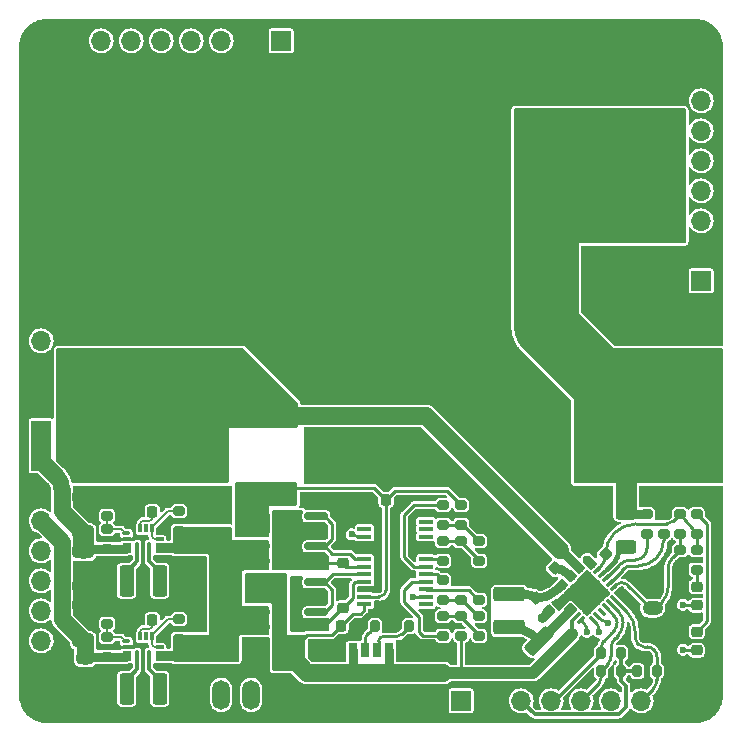
<source format=gtl>
G04 #@! TF.GenerationSoftware,KiCad,Pcbnew,(6.0.9)*
G04 #@! TF.CreationDate,2024-01-10T20:12:20+09:00*
G04 #@! TF.ProjectId,BatteryBoard,42617474-6572-4794-926f-6172642e6b69,rev?*
G04 #@! TF.SameCoordinates,Original*
G04 #@! TF.FileFunction,Copper,L1,Top*
G04 #@! TF.FilePolarity,Positive*
%FSLAX46Y46*%
G04 Gerber Fmt 4.6, Leading zero omitted, Abs format (unit mm)*
G04 Created by KiCad (PCBNEW (6.0.9)) date 2024-01-10 20:12:20*
%MOMM*%
%LPD*%
G01*
G04 APERTURE LIST*
G04 Aperture macros list*
%AMRoundRect*
0 Rectangle with rounded corners*
0 $1 Rounding radius*
0 $2 $3 $4 $5 $6 $7 $8 $9 X,Y pos of 4 corners*
0 Add a 4 corners polygon primitive as box body*
4,1,4,$2,$3,$4,$5,$6,$7,$8,$9,$2,$3,0*
0 Add four circle primitives for the rounded corners*
1,1,$1+$1,$2,$3*
1,1,$1+$1,$4,$5*
1,1,$1+$1,$6,$7*
1,1,$1+$1,$8,$9*
0 Add four rect primitives between the rounded corners*
20,1,$1+$1,$2,$3,$4,$5,0*
20,1,$1+$1,$4,$5,$6,$7,0*
20,1,$1+$1,$6,$7,$8,$9,0*
20,1,$1+$1,$8,$9,$2,$3,0*%
%AMRotRect*
0 Rectangle, with rotation*
0 The origin of the aperture is its center*
0 $1 length*
0 $2 width*
0 $3 Rotation angle, in degrees counterclockwise*
0 Add horizontal line*
21,1,$1,$2,0,0,$3*%
G04 Aperture macros list end*
G04 #@! TA.AperFunction,SMDPad,CuDef*
%ADD10RoundRect,0.250000X-0.475000X0.250000X-0.475000X-0.250000X0.475000X-0.250000X0.475000X0.250000X0*%
G04 #@! TD*
G04 #@! TA.AperFunction,SMDPad,CuDef*
%ADD11RoundRect,0.200000X-0.275000X0.200000X-0.275000X-0.200000X0.275000X-0.200000X0.275000X0.200000X0*%
G04 #@! TD*
G04 #@! TA.AperFunction,SMDPad,CuDef*
%ADD12RoundRect,0.225000X-0.250000X0.225000X-0.250000X-0.225000X0.250000X-0.225000X0.250000X0.225000X0*%
G04 #@! TD*
G04 #@! TA.AperFunction,SMDPad,CuDef*
%ADD13RoundRect,0.225000X-0.017678X0.335876X-0.335876X0.017678X0.017678X-0.335876X0.335876X-0.017678X0*%
G04 #@! TD*
G04 #@! TA.AperFunction,SMDPad,CuDef*
%ADD14RoundRect,0.250000X0.475000X-0.250000X0.475000X0.250000X-0.475000X0.250000X-0.475000X-0.250000X0*%
G04 #@! TD*
G04 #@! TA.AperFunction,SMDPad,CuDef*
%ADD15RoundRect,0.250000X0.325000X1.100000X-0.325000X1.100000X-0.325000X-1.100000X0.325000X-1.100000X0*%
G04 #@! TD*
G04 #@! TA.AperFunction,SMDPad,CuDef*
%ADD16RoundRect,0.200000X0.275000X-0.200000X0.275000X0.200000X-0.275000X0.200000X-0.275000X-0.200000X0*%
G04 #@! TD*
G04 #@! TA.AperFunction,SMDPad,CuDef*
%ADD17RoundRect,0.225000X-0.225000X-0.250000X0.225000X-0.250000X0.225000X0.250000X-0.225000X0.250000X0*%
G04 #@! TD*
G04 #@! TA.AperFunction,SMDPad,CuDef*
%ADD18RoundRect,0.200000X-0.200000X-0.275000X0.200000X-0.275000X0.200000X0.275000X-0.200000X0.275000X0*%
G04 #@! TD*
G04 #@! TA.AperFunction,SMDPad,CuDef*
%ADD19RoundRect,0.150000X0.825000X0.150000X-0.825000X0.150000X-0.825000X-0.150000X0.825000X-0.150000X0*%
G04 #@! TD*
G04 #@! TA.AperFunction,SMDPad,CuDef*
%ADD20RoundRect,0.150000X0.825000X0.777500X-0.825000X0.777500X-0.825000X-0.777500X0.825000X-0.777500X0*%
G04 #@! TD*
G04 #@! TA.AperFunction,SMDPad,CuDef*
%ADD21RoundRect,0.146250X0.828750X0.146250X-0.828750X0.146250X-0.828750X-0.146250X0.828750X-0.146250X0*%
G04 #@! TD*
G04 #@! TA.AperFunction,SMDPad,CuDef*
%ADD22RoundRect,0.250000X-1.007627X-0.548008X-0.548008X-1.007627X1.007627X0.548008X0.548008X1.007627X0*%
G04 #@! TD*
G04 #@! TA.AperFunction,ComponentPad*
%ADD23R,1.500000X2.500000*%
G04 #@! TD*
G04 #@! TA.AperFunction,ComponentPad*
%ADD24O,1.500000X2.500000*%
G04 #@! TD*
G04 #@! TA.AperFunction,ComponentPad*
%ADD25C,3.000000*%
G04 #@! TD*
G04 #@! TA.AperFunction,ComponentPad*
%ADD26R,1.700000X1.700000*%
G04 #@! TD*
G04 #@! TA.AperFunction,ComponentPad*
%ADD27O,1.700000X1.700000*%
G04 #@! TD*
G04 #@! TA.AperFunction,SMDPad,CuDef*
%ADD28R,0.700000X1.150000*%
G04 #@! TD*
G04 #@! TA.AperFunction,SMDPad,CuDef*
%ADD29R,0.800000X1.150000*%
G04 #@! TD*
G04 #@! TA.AperFunction,SMDPad,CuDef*
%ADD30R,0.900000X1.150000*%
G04 #@! TD*
G04 #@! TA.AperFunction,ComponentPad*
%ADD31O,1.000000X1.700000*%
G04 #@! TD*
G04 #@! TA.AperFunction,SMDPad,CuDef*
%ADD32RoundRect,0.200000X0.200000X0.275000X-0.200000X0.275000X-0.200000X-0.275000X0.200000X-0.275000X0*%
G04 #@! TD*
G04 #@! TA.AperFunction,SMDPad,CuDef*
%ADD33RoundRect,0.225000X0.335876X0.017678X0.017678X0.335876X-0.335876X-0.017678X-0.017678X-0.335876X0*%
G04 #@! TD*
G04 #@! TA.AperFunction,ComponentPad*
%ADD34C,0.700000*%
G04 #@! TD*
G04 #@! TA.AperFunction,ComponentPad*
%ADD35C,4.400000*%
G04 #@! TD*
G04 #@! TA.AperFunction,SMDPad,CuDef*
%ADD36RoundRect,0.250000X-0.650000X0.325000X-0.650000X-0.325000X0.650000X-0.325000X0.650000X0.325000X0*%
G04 #@! TD*
G04 #@! TA.AperFunction,SMDPad,CuDef*
%ADD37RoundRect,0.250000X-0.625000X0.312500X-0.625000X-0.312500X0.625000X-0.312500X0.625000X0.312500X0*%
G04 #@! TD*
G04 #@! TA.AperFunction,SMDPad,CuDef*
%ADD38RoundRect,0.218750X0.256250X-0.218750X0.256250X0.218750X-0.256250X0.218750X-0.256250X-0.218750X0*%
G04 #@! TD*
G04 #@! TA.AperFunction,SMDPad,CuDef*
%ADD39RoundRect,0.250000X0.650000X-0.325000X0.650000X0.325000X-0.650000X0.325000X-0.650000X-0.325000X0*%
G04 #@! TD*
G04 #@! TA.AperFunction,SMDPad,CuDef*
%ADD40RoundRect,0.052500X-0.122500X0.297500X-0.122500X-0.297500X0.122500X-0.297500X0.122500X0.297500X0*%
G04 #@! TD*
G04 #@! TA.AperFunction,SMDPad,CuDef*
%ADD41RoundRect,0.052500X-0.285000X-0.122500X0.285000X-0.122500X0.285000X0.122500X-0.285000X0.122500X0*%
G04 #@! TD*
G04 #@! TA.AperFunction,SMDPad,CuDef*
%ADD42RoundRect,0.052500X-0.297500X-0.122500X0.297500X-0.122500X0.297500X0.122500X-0.297500X0.122500X0*%
G04 #@! TD*
G04 #@! TA.AperFunction,SMDPad,CuDef*
%ADD43RoundRect,0.052500X-0.297500X0.372500X-0.297500X-0.372500X0.297500X-0.372500X0.297500X0.372500X0*%
G04 #@! TD*
G04 #@! TA.AperFunction,SMDPad,CuDef*
%ADD44RoundRect,0.054250X-0.120750X0.670750X-0.120750X-0.670750X0.120750X-0.670750X0.120750X0.670750X0*%
G04 #@! TD*
G04 #@! TA.AperFunction,SMDPad,CuDef*
%ADD45RoundRect,0.054250X-0.120750X0.845750X-0.120750X-0.845750X0.120750X-0.845750X0.120750X0.845750X0*%
G04 #@! TD*
G04 #@! TA.AperFunction,SMDPad,CuDef*
%ADD46RoundRect,0.250000X-1.075000X0.375000X-1.075000X-0.375000X1.075000X-0.375000X1.075000X0.375000X0*%
G04 #@! TD*
G04 #@! TA.AperFunction,SMDPad,CuDef*
%ADD47RoundRect,0.100000X2.550000X-0.900000X2.550000X0.900000X-2.550000X0.900000X-2.550000X-0.900000X0*%
G04 #@! TD*
G04 #@! TA.AperFunction,ComponentPad*
%ADD48RoundRect,0.250000X0.625000X-0.350000X0.625000X0.350000X-0.625000X0.350000X-0.625000X-0.350000X0*%
G04 #@! TD*
G04 #@! TA.AperFunction,ComponentPad*
%ADD49O,1.750000X1.200000*%
G04 #@! TD*
G04 #@! TA.AperFunction,SMDPad,CuDef*
%ADD50RoundRect,0.250000X0.375000X1.075000X-0.375000X1.075000X-0.375000X-1.075000X0.375000X-1.075000X0*%
G04 #@! TD*
G04 #@! TA.AperFunction,SMDPad,CuDef*
%ADD51RoundRect,0.137500X0.262500X-0.137500X0.262500X0.137500X-0.262500X0.137500X-0.262500X-0.137500X0*%
G04 #@! TD*
G04 #@! TA.AperFunction,SMDPad,CuDef*
%ADD52RoundRect,0.225000X0.225000X0.250000X-0.225000X0.250000X-0.225000X-0.250000X0.225000X-0.250000X0*%
G04 #@! TD*
G04 #@! TA.AperFunction,SMDPad,CuDef*
%ADD53RoundRect,0.062500X0.274004X-0.185616X-0.185616X0.274004X-0.274004X0.185616X0.185616X-0.274004X0*%
G04 #@! TD*
G04 #@! TA.AperFunction,SMDPad,CuDef*
%ADD54RoundRect,0.062500X0.274004X0.185616X0.185616X0.274004X-0.274004X-0.185616X-0.185616X-0.274004X0*%
G04 #@! TD*
G04 #@! TA.AperFunction,SMDPad,CuDef*
%ADD55RoundRect,0.064583X0.456674X0.000000X0.000000X0.456674X-0.456674X0.000000X0.000000X-0.456674X0*%
G04 #@! TD*
G04 #@! TA.AperFunction,SMDPad,CuDef*
%ADD56RoundRect,0.062500X0.450781X-0.008839X-0.008839X0.450781X-0.450781X0.008839X0.008839X-0.450781X0*%
G04 #@! TD*
G04 #@! TA.AperFunction,SMDPad,CuDef*
%ADD57RoundRect,0.062500X0.008839X0.450781X-0.450781X-0.008839X-0.008839X-0.450781X0.450781X0.008839X0*%
G04 #@! TD*
G04 #@! TA.AperFunction,ComponentPad*
%ADD58C,0.500000*%
G04 #@! TD*
G04 #@! TA.AperFunction,SMDPad,CuDef*
%ADD59RotRect,2.450000X2.450000X135.000000*%
G04 #@! TD*
G04 #@! TA.AperFunction,SMDPad,CuDef*
%ADD60RoundRect,0.225000X0.250000X-0.225000X0.250000X0.225000X-0.250000X0.225000X-0.250000X-0.225000X0*%
G04 #@! TD*
G04 #@! TA.AperFunction,SMDPad,CuDef*
%ADD61RoundRect,0.250000X-0.548008X1.007627X-1.007627X0.548008X0.548008X-1.007627X1.007627X-0.548008X0*%
G04 #@! TD*
G04 #@! TA.AperFunction,SMDPad,CuDef*
%ADD62RoundRect,0.225000X-0.335876X-0.017678X-0.017678X-0.335876X0.335876X0.017678X0.017678X0.335876X0*%
G04 #@! TD*
G04 #@! TA.AperFunction,SMDPad,CuDef*
%ADD63R,1.200000X0.400000*%
G04 #@! TD*
G04 #@! TA.AperFunction,ViaPad*
%ADD64C,0.600000*%
G04 #@! TD*
G04 #@! TA.AperFunction,ViaPad*
%ADD65C,0.500000*%
G04 #@! TD*
G04 #@! TA.AperFunction,ViaPad*
%ADD66C,0.775000*%
G04 #@! TD*
G04 #@! TA.AperFunction,Conductor*
%ADD67C,1.500000*%
G04 #@! TD*
G04 #@! TA.AperFunction,Conductor*
%ADD68C,0.350000*%
G04 #@! TD*
G04 #@! TA.AperFunction,Conductor*
%ADD69C,0.800000*%
G04 #@! TD*
G04 #@! TA.AperFunction,Conductor*
%ADD70C,0.250000*%
G04 #@! TD*
G04 #@! TA.AperFunction,Conductor*
%ADD71C,1.000000*%
G04 #@! TD*
G04 #@! TA.AperFunction,Conductor*
%ADD72C,0.775000*%
G04 #@! TD*
G04 #@! TA.AperFunction,Conductor*
%ADD73C,0.750000*%
G04 #@! TD*
G04 #@! TA.AperFunction,Conductor*
%ADD74C,1.400000*%
G04 #@! TD*
G04 #@! TA.AperFunction,Conductor*
%ADD75C,1.800000*%
G04 #@! TD*
G04 #@! TA.AperFunction,Conductor*
%ADD76C,1.700000*%
G04 #@! TD*
G04 #@! TA.AperFunction,Conductor*
%ADD77C,0.300000*%
G04 #@! TD*
G04 #@! TA.AperFunction,Conductor*
%ADD78C,1.450000*%
G04 #@! TD*
G04 #@! TA.AperFunction,Conductor*
%ADD79C,0.850000*%
G04 #@! TD*
G04 #@! TA.AperFunction,Conductor*
%ADD80C,0.200000*%
G04 #@! TD*
G04 #@! TA.AperFunction,Conductor*
%ADD81C,1.750000*%
G04 #@! TD*
G04 #@! TA.AperFunction,Conductor*
%ADD82C,5.490000*%
G04 #@! TD*
G04 #@! TA.AperFunction,Conductor*
%ADD83C,0.400000*%
G04 #@! TD*
G04 APERTURE END LIST*
D10*
X125793800Y-124348400D03*
X125793800Y-126248400D03*
D11*
X127648000Y-122543000D03*
X127648000Y-124193000D03*
D12*
X133744000Y-124117000D03*
X133744000Y-125667000D03*
D11*
X156096000Y-111367000D03*
X156096000Y-113017000D03*
D13*
X165534008Y-116723992D03*
X164437992Y-117820008D03*
D14*
X156096000Y-125588000D03*
X156096000Y-123688000D03*
D11*
X127648000Y-119749000D03*
X127648000Y-121399000D03*
D15*
X138267000Y-117272000D03*
X135317000Y-117272000D03*
D16*
X157620000Y-119367000D03*
X157620000Y-117717000D03*
D17*
X147447000Y-121590000D03*
X148997000Y-121590000D03*
D18*
X153239000Y-121590000D03*
X154889000Y-121590000D03*
D19*
X145363000Y-116129000D03*
X145363000Y-114859000D03*
X145363000Y-113589000D03*
X145363000Y-112319000D03*
D20*
X140413000Y-112946500D03*
D19*
X140413000Y-112319000D03*
D21*
X140413000Y-113581500D03*
D19*
X140413000Y-114859000D03*
X140413000Y-116129000D03*
D11*
X157620000Y-114415000D03*
X157620000Y-116065000D03*
D22*
X164224000Y-122860000D03*
X166309966Y-124945966D03*
D23*
X142380000Y-127432000D03*
D24*
X139840000Y-127432000D03*
X137300000Y-127432000D03*
D25*
X164810000Y-80950000D03*
X164810000Y-86030000D03*
X172430000Y-83490000D03*
X122490000Y-83490000D03*
X130110000Y-80950000D03*
X130110000Y-86030000D03*
D26*
X122060000Y-107620000D03*
D27*
X122060000Y-110160000D03*
X122060000Y-112700000D03*
X122060000Y-115240000D03*
X122060000Y-117780000D03*
X122060000Y-120320000D03*
X122060000Y-122860000D03*
D28*
X149500000Y-123641000D03*
D29*
X151520000Y-123641000D03*
D30*
X152750000Y-123641000D03*
D28*
X150500000Y-123641000D03*
D29*
X148480000Y-123641000D03*
D30*
X147250000Y-123641000D03*
D31*
X145680000Y-123641000D03*
X154320000Y-123641000D03*
X145680000Y-127441000D03*
X154320000Y-127441000D03*
D32*
X174193000Y-125400000D03*
X172543000Y-125400000D03*
D33*
X169852008Y-115534008D03*
X168755992Y-114437992D03*
D34*
X175850000Y-127500000D03*
X178666726Y-128666726D03*
X178666726Y-126333274D03*
X179150000Y-127500000D03*
D35*
X177500000Y-127500000D03*
D34*
X177500000Y-129150000D03*
X177500000Y-125850000D03*
X176333274Y-126333274D03*
X176333274Y-128666726D03*
D16*
X159144000Y-122415000D03*
X159144000Y-120765000D03*
D36*
X125616000Y-115289000D03*
X125616000Y-118239000D03*
D11*
X173368000Y-112129000D03*
X173368000Y-113779000D03*
D37*
X171590000Y-111999500D03*
X171590000Y-114924500D03*
D38*
X177559000Y-123647500D03*
X177559000Y-122072500D03*
D16*
X159144000Y-119367000D03*
X159144000Y-117717000D03*
D39*
X125616000Y-122811000D03*
X125616000Y-119861000D03*
D40*
X131446000Y-122472000D03*
X130946000Y-122472000D03*
X130446000Y-122472000D03*
X129946000Y-122472000D03*
D41*
X129283500Y-122897000D03*
D42*
X129296000Y-123397000D03*
D43*
X129296000Y-124147000D03*
D44*
X130196000Y-124397000D03*
D45*
X130696000Y-124222000D03*
D44*
X131196000Y-124397000D03*
D43*
X132096000Y-124147000D03*
D42*
X132096000Y-123397000D03*
D41*
X132108500Y-122897000D03*
D12*
X133744000Y-114973000D03*
X133744000Y-116523000D03*
D46*
X161684000Y-118920000D03*
X161684000Y-121720000D03*
D11*
X174765000Y-112129000D03*
X174765000Y-113779000D03*
D15*
X143601000Y-123876000D03*
X140651000Y-123876000D03*
D11*
X156096000Y-117717000D03*
X156096000Y-119367000D03*
X157620000Y-111367000D03*
X157620000Y-113017000D03*
D16*
X177559000Y-116827000D03*
X177559000Y-115177000D03*
D25*
X127570000Y-103810000D03*
X135190000Y-106350000D03*
X135190000Y-101270000D03*
X169890000Y-101270000D03*
X177510000Y-103810000D03*
X169890000Y-106350000D03*
D16*
X157620000Y-122415000D03*
X157620000Y-120765000D03*
D26*
X142380000Y-72060000D03*
D27*
X139840000Y-72060000D03*
X137300000Y-72060000D03*
X134760000Y-72060000D03*
X132220000Y-72060000D03*
X129680000Y-72060000D03*
X127140000Y-72060000D03*
D47*
X141110000Y-103810000D03*
X141110000Y-110410000D03*
D11*
X177559000Y-112129000D03*
X177559000Y-113779000D03*
D38*
X177559000Y-119837500D03*
X177559000Y-118262500D03*
D16*
X176162000Y-113779000D03*
X176162000Y-112129000D03*
D48*
X173834000Y-122082000D03*
D49*
X173834000Y-120082000D03*
D26*
X122060000Y-105080000D03*
D27*
X122060000Y-102540000D03*
X122060000Y-100000000D03*
X122060000Y-97460000D03*
D26*
X177940000Y-92380000D03*
D27*
X177940000Y-89840000D03*
X177940000Y-87300000D03*
X177940000Y-84760000D03*
X177940000Y-82220000D03*
X177940000Y-79680000D03*
X177940000Y-77140000D03*
D19*
X145363000Y-121717000D03*
X145363000Y-120447000D03*
X145363000Y-119177000D03*
X145363000Y-117907000D03*
X140413000Y-117907000D03*
X140413000Y-119177000D03*
X140413000Y-120447000D03*
X140413000Y-121717000D03*
D26*
X157620000Y-127940000D03*
D27*
X160160000Y-127940000D03*
X162700000Y-127940000D03*
X165240000Y-127940000D03*
X167780000Y-127940000D03*
X170320000Y-127940000D03*
X172860000Y-127940000D03*
D11*
X127648000Y-113399000D03*
X127648000Y-115049000D03*
D34*
X122500000Y-129150000D03*
X123666726Y-128666726D03*
X121333274Y-128666726D03*
X121333274Y-126333274D03*
X122500000Y-125850000D03*
X124150000Y-127500000D03*
X120850000Y-127500000D03*
D35*
X122500000Y-127500000D03*
D34*
X123666726Y-126333274D03*
D50*
X132096000Y-117780000D03*
X129296000Y-117780000D03*
D33*
X165026008Y-120360008D03*
X163929992Y-119263992D03*
D16*
X156096000Y-116065000D03*
X156096000Y-114415000D03*
D51*
X135268000Y-113706000D03*
X135268000Y-112456000D03*
D18*
X169495000Y-125400000D03*
X171145000Y-125400000D03*
D15*
X138267000Y-120574000D03*
X135317000Y-120574000D03*
D50*
X132096000Y-126924000D03*
X129296000Y-126924000D03*
D52*
X151270000Y-110922000D03*
X149720000Y-110922000D03*
D34*
X123666726Y-73666726D03*
X121333274Y-71333274D03*
D35*
X122500000Y-72500000D03*
D34*
X121333274Y-73666726D03*
X123666726Y-71333274D03*
X120850000Y-72500000D03*
X122500000Y-70850000D03*
X124150000Y-72500000D03*
X122500000Y-74150000D03*
D39*
X125616000Y-113667000D03*
X125616000Y-110717000D03*
D53*
X168809491Y-121085258D03*
X169163045Y-120731705D03*
X169516598Y-120378151D03*
X169870151Y-120024598D03*
X170223705Y-119671045D03*
X170577258Y-119317491D03*
D54*
X170577258Y-118274509D03*
X170223705Y-117920955D03*
X169870151Y-117567402D03*
X169516598Y-117213849D03*
X169163045Y-116860295D03*
X168809491Y-116506742D03*
D55*
X168623876Y-116321126D03*
D53*
X167766509Y-116506742D03*
D56*
X167589732Y-116683518D03*
D53*
X167412955Y-116860295D03*
D56*
X166882625Y-117390625D03*
D53*
X167059402Y-117213849D03*
X166705849Y-117567402D03*
X166352295Y-117920955D03*
D56*
X166175518Y-118097732D03*
D53*
X165998742Y-118274509D03*
D54*
X165998742Y-119317491D03*
D57*
X166175518Y-119494268D03*
D54*
X166352295Y-119671045D03*
D57*
X166882625Y-120201375D03*
D54*
X166705849Y-120024598D03*
X167059402Y-120378151D03*
X167412955Y-120731705D03*
X167766509Y-121085258D03*
D58*
X168288000Y-117417142D03*
X167598571Y-118106571D03*
X167598571Y-119485429D03*
X168977429Y-118106571D03*
X169666858Y-118796000D03*
X168288000Y-118796000D03*
X166909142Y-118796000D03*
D59*
X168288000Y-118796000D03*
D58*
X168288000Y-120174858D03*
X168977429Y-119485429D03*
D60*
X147587000Y-116269000D03*
X147587000Y-114719000D03*
D14*
X159144000Y-125588000D03*
X159144000Y-123688000D03*
D40*
X131446000Y-113328000D03*
X130946000Y-113328000D03*
X130446000Y-113328000D03*
X129946000Y-113328000D03*
D41*
X129283500Y-113753000D03*
D42*
X129296000Y-114253000D03*
D43*
X129296000Y-115003000D03*
D44*
X130196000Y-115253000D03*
D45*
X130696000Y-115078000D03*
D44*
X131196000Y-115253000D03*
D43*
X132096000Y-115003000D03*
D42*
X132096000Y-114253000D03*
D41*
X132108500Y-113753000D03*
D18*
X169495000Y-123876000D03*
X171145000Y-123876000D03*
D16*
X156096000Y-122415000D03*
X156096000Y-120765000D03*
D61*
X164885983Y-114070017D03*
X162800017Y-116155983D03*
D11*
X133744000Y-121019000D03*
X133744000Y-122669000D03*
D62*
X166977992Y-122311992D03*
X168074008Y-123408008D03*
D52*
X131471000Y-111938000D03*
X129921000Y-111938000D03*
D34*
X178666726Y-71333274D03*
X175850000Y-72500000D03*
X176333274Y-71333274D03*
X176333274Y-73666726D03*
X177500000Y-70850000D03*
X179150000Y-72500000D03*
X177500000Y-74150000D03*
X178666726Y-73666726D03*
D35*
X177500000Y-72500000D03*
D18*
X150318000Y-121590000D03*
X151968000Y-121590000D03*
D11*
X133744000Y-111875000D03*
X133744000Y-113525000D03*
D52*
X131471000Y-121082000D03*
X129921000Y-121082000D03*
D60*
X147587000Y-120079000D03*
X147587000Y-118529000D03*
D16*
X176162000Y-116827000D03*
X176162000Y-115177000D03*
D63*
X154632000Y-119748500D03*
X154632000Y-119113500D03*
X154632000Y-118478500D03*
X154632000Y-117843500D03*
X154632000Y-117208500D03*
X154632000Y-116573500D03*
X154632000Y-115938500D03*
X154632000Y-115303500D03*
X154632000Y-114668500D03*
X154632000Y-114033500D03*
X154632000Y-113398500D03*
X154632000Y-112763500D03*
X149432000Y-112763500D03*
X149432000Y-113398500D03*
X149432000Y-114033500D03*
X149432000Y-114668500D03*
X149432000Y-115303500D03*
X149432000Y-115938500D03*
X149432000Y-116573500D03*
X149432000Y-117208500D03*
X149432000Y-117843500D03*
X149432000Y-118478500D03*
X149432000Y-119113500D03*
X149432000Y-119748500D03*
D11*
X159144000Y-114415000D03*
X159144000Y-116065000D03*
X127648000Y-110605000D03*
X127648000Y-112255000D03*
D64*
X120790000Y-80950000D03*
X146190000Y-129210000D03*
X127140000Y-126924000D03*
X160160000Y-87300000D03*
X148476000Y-114859000D03*
X137554000Y-112446000D03*
X139586000Y-125273000D03*
X176162000Y-117526000D03*
X120790000Y-86030000D03*
X134252000Y-118288000D03*
X157620000Y-109525000D03*
X126378000Y-112446000D03*
X125870000Y-70790000D03*
X167526000Y-123876000D03*
X174130000Y-70790000D03*
X126124000Y-117018000D03*
X152540000Y-117272000D03*
X130696000Y-118288000D03*
X127902000Y-127686000D03*
X171590000Y-96190000D03*
X179210000Y-119050000D03*
X132474000Y-113208000D03*
X130950000Y-91110000D03*
X152540000Y-111176000D03*
X129426000Y-112700000D03*
X125362000Y-117018000D03*
X130950000Y-96190000D03*
X131204000Y-110414000D03*
X179210000Y-113970000D03*
X147460000Y-96190000D03*
X161684000Y-117526000D03*
X153810000Y-129210000D03*
X162954000Y-114732000D03*
X151524000Y-120828000D03*
X127902000Y-116256000D03*
X137554000Y-110414000D03*
X127902000Y-126924000D03*
X157620000Y-116891000D03*
X179210000Y-96190000D03*
X143650000Y-129210000D03*
X135014000Y-111684000D03*
X127140000Y-116256000D03*
X161684000Y-116510000D03*
X160160000Y-79680000D03*
X125870000Y-75870000D03*
X130696000Y-128194000D03*
X162192000Y-117018000D03*
X134252000Y-119050000D03*
X130696000Y-117526000D03*
X165240000Y-126162000D03*
X134252000Y-127178000D03*
X147079000Y-117907000D03*
X170320000Y-126416000D03*
X126378000Y-121590000D03*
X148476000Y-112700000D03*
X179210000Y-78410000D03*
X120790000Y-98730000D03*
X167780000Y-114986000D03*
X174130000Y-75870000D03*
X127140000Y-127686000D03*
X179210000Y-88570000D03*
X127140000Y-126162000D03*
X127902000Y-126162000D03*
X176416000Y-122606000D03*
X153556000Y-114986000D03*
X160414000Y-123368000D03*
X144920000Y-105715000D03*
X163970000Y-70790000D03*
X120790000Y-116510000D03*
X150508000Y-114986000D03*
X134760000Y-87300000D03*
X127902000Y-118542000D03*
X125870000Y-129210000D03*
X136030000Y-125400000D03*
X166510000Y-125908000D03*
X171640800Y-122656800D03*
X136030000Y-96190000D03*
X164224000Y-116002000D03*
X125616000Y-120828000D03*
X139586000Y-124511000D03*
X165240000Y-102540000D03*
X148984000Y-110922000D03*
X159144000Y-112700000D03*
X148730000Y-129210000D03*
X144920000Y-101905000D03*
X161430000Y-129210000D03*
X134252000Y-126416000D03*
X161176000Y-117018000D03*
X126378000Y-120828000D03*
X173368000Y-124384000D03*
X130950000Y-129210000D03*
X128460800Y-123266400D03*
X120790000Y-88570000D03*
X169685000Y-113335000D03*
X123838000Y-123114000D03*
X132982000Y-125146000D03*
X169050000Y-70790000D03*
X126886000Y-110160000D03*
X150508000Y-118415000D03*
X151270000Y-129210000D03*
X138570000Y-129210000D03*
X130950000Y-70790000D03*
X126124000Y-127178000D03*
X130696000Y-119050000D03*
X160160000Y-94920000D03*
X172098000Y-117272000D03*
X120790000Y-124130000D03*
X169685000Y-110795000D03*
X161430000Y-70790000D03*
X144666000Y-110922000D03*
X120790000Y-75870000D03*
X165240000Y-111430000D03*
X156858000Y-121590000D03*
D65*
X130696000Y-123317200D03*
D64*
X130696000Y-127432000D03*
X179210000Y-86030000D03*
X166510000Y-70790000D03*
X133490000Y-119050000D03*
X128918000Y-120066000D03*
X158890000Y-70790000D03*
X127140000Y-118542000D03*
X126886000Y-120066000D03*
X161176000Y-116002000D03*
X169050000Y-75870000D03*
X151270000Y-109525000D03*
X125870000Y-96190000D03*
X139586000Y-122987000D03*
X169050000Y-91110000D03*
X134760000Y-79680000D03*
X127902000Y-117780000D03*
X130696000Y-116764000D03*
X120790000Y-101270000D03*
X156350000Y-102540000D03*
X126886000Y-119304000D03*
X174130000Y-129210000D03*
X144920000Y-108890000D03*
X127140000Y-117780000D03*
X179210000Y-75870000D03*
X130696000Y-125908000D03*
X171336000Y-118923000D03*
X126886000Y-110922000D03*
X127140000Y-117018000D03*
X179210000Y-121590000D03*
X120790000Y-78410000D03*
X147460000Y-89840000D03*
X133490000Y-126416000D03*
X153810000Y-105715000D03*
X146190000Y-70790000D03*
X128410000Y-129210000D03*
X130950000Y-75870000D03*
X125616000Y-111684000D03*
X163970000Y-75870000D03*
X132474000Y-122352000D03*
X133490000Y-119812000D03*
X120790000Y-96190000D03*
X179210000Y-116510000D03*
X160414000Y-124130000D03*
X132982000Y-116002000D03*
X134252000Y-117526000D03*
X150000000Y-127178000D03*
X175146000Y-124384000D03*
X130696000Y-126670000D03*
X136030000Y-129210000D03*
X147460000Y-83490000D03*
X120790000Y-93650000D03*
X179210000Y-124130000D03*
X156350000Y-70790000D03*
X133490000Y-129210000D03*
X125870000Y-91110000D03*
X133490000Y-127178000D03*
X139586000Y-123749000D03*
X153810000Y-70790000D03*
X134252000Y-119812000D03*
X174130000Y-91110000D03*
X129426000Y-121844000D03*
X148730000Y-70790000D03*
X151270000Y-70790000D03*
X179210000Y-80950000D03*
X133490000Y-118288000D03*
X126378000Y-111684000D03*
X156858000Y-124384000D03*
X120790000Y-119050000D03*
X133490000Y-70790000D03*
X148476000Y-122352000D03*
X133490000Y-117526000D03*
X120790000Y-121590000D03*
X179210000Y-111430000D03*
X174384000Y-116764000D03*
X162827000Y-124384000D03*
X128460800Y-114122400D03*
X127140000Y-125400000D03*
X168161000Y-126416000D03*
X128410000Y-70790000D03*
X125362000Y-127178000D03*
X160668000Y-116510000D03*
X120790000Y-91110000D03*
X167272000Y-125146000D03*
X138570000Y-70790000D03*
X161176000Y-124130000D03*
X147460000Y-77140000D03*
X162700000Y-117526000D03*
X174765000Y-111430000D03*
X141110000Y-129210000D03*
X161176000Y-123368000D03*
X120790000Y-113970000D03*
X120790000Y-111430000D03*
X136030000Y-70790000D03*
X127902000Y-117018000D03*
X165240000Y-106985000D03*
X127902000Y-125400000D03*
X154826000Y-120574000D03*
D65*
X130696000Y-114173200D03*
D64*
X175400000Y-120066000D03*
X179210000Y-83490000D03*
X171590000Y-70790000D03*
D66*
X164431016Y-120955000D03*
X168288000Y-115985250D03*
D64*
X170066000Y-121336000D03*
X176416000Y-119812000D03*
X169304000Y-122098000D03*
X176416000Y-123622000D03*
X168288000Y-122098000D03*
X140856000Y-115494000D03*
X148349000Y-113843000D03*
X153556000Y-119113500D03*
D67*
X144600000Y-125588000D02*
X156096000Y-125588000D01*
D68*
X166977992Y-122311992D02*
X166977992Y-121166668D01*
D69*
X148480000Y-123641000D02*
X148480000Y-125588000D01*
D70*
X147447000Y-121603000D02*
X146698000Y-122352000D01*
X147460000Y-121590000D02*
X148476000Y-120574000D01*
D71*
X166977992Y-122311992D02*
X163701984Y-125588000D01*
D67*
X143601000Y-123876000D02*
X143601000Y-124589000D01*
D70*
X148476000Y-120574000D02*
X149111000Y-120574000D01*
X147447000Y-121590000D02*
X147460000Y-121590000D01*
X146698000Y-122352000D02*
X144539000Y-122352000D01*
D67*
X143601000Y-124589000D02*
X144600000Y-125588000D01*
D70*
X149432000Y-120253000D02*
X149432000Y-119748500D01*
D68*
X166977992Y-121166668D02*
X167572625Y-120572035D01*
D70*
X144539000Y-122352000D02*
X143601000Y-123290000D01*
D71*
X157432000Y-125588000D02*
X156096000Y-125588000D01*
X163701984Y-125588000D02*
X157432000Y-125588000D01*
D70*
X143601000Y-123290000D02*
X143601000Y-123876000D01*
X147447000Y-121590000D02*
X147447000Y-121603000D01*
X149111000Y-120574000D02*
X149432000Y-120253000D01*
D69*
X151520000Y-123641000D02*
X151520000Y-125588000D01*
D70*
X157620000Y-122415000D02*
X157620000Y-125588000D01*
D68*
X130696000Y-124222000D02*
X130696000Y-125908000D01*
X130696000Y-115078000D02*
X130696000Y-116764000D01*
D70*
X169163045Y-116860295D02*
X169401351Y-116621989D01*
X175019000Y-112954000D02*
X172432016Y-112954000D01*
X176162000Y-112149462D02*
X175596791Y-112714671D01*
X176162000Y-112129000D02*
X176162000Y-112149462D01*
X177559000Y-113779000D02*
X177559000Y-115177000D01*
X176162000Y-112129000D02*
X177559000Y-113779000D01*
X169852021Y-115534008D02*
G75*
G02*
X169401350Y-116621988I-1538621J8D01*
G01*
X175019000Y-112954005D02*
G75*
G03*
X175596790Y-112714670I0J817105D01*
G01*
X169852000Y-115534008D02*
G75*
G02*
X172432016Y-112954000I2580000J8D01*
G01*
D72*
X168623876Y-116321126D02*
X168288000Y-115985250D01*
X165026008Y-120360008D02*
X164431016Y-120955000D01*
D73*
X161684000Y-118920000D02*
X163099522Y-118920000D01*
X166175518Y-118097732D02*
X165772415Y-118500835D01*
X163929992Y-119263982D02*
G75*
G03*
X165772415Y-118500835I8J2605582D01*
G01*
X163929989Y-119263995D02*
G75*
G03*
X163099522Y-118920000I-830489J-830505D01*
G01*
X166076231Y-115170017D02*
X165985983Y-115170017D01*
X167589732Y-116683518D02*
X166076231Y-115170017D01*
D67*
X154625966Y-103810000D02*
X141110000Y-103810000D01*
X165985983Y-115170017D02*
X154625966Y-103810000D01*
D70*
X147574000Y-120079000D02*
X147587000Y-120079000D01*
X148476000Y-119190000D02*
X147587000Y-120079000D01*
X148666500Y-117843500D02*
X148476000Y-118034000D01*
X149432000Y-117843500D02*
X148666500Y-117843500D01*
X145936000Y-121717000D02*
X147574000Y-120079000D01*
X145363000Y-121717000D02*
X145936000Y-121717000D01*
X148476000Y-118034000D02*
X148476000Y-119190000D01*
D73*
X164224000Y-122860000D02*
X164073950Y-122709950D01*
X166882625Y-120201375D02*
X164224000Y-122860000D01*
X161684000Y-121720001D02*
G75*
G02*
X164073950Y-122709950I0J-3379899D01*
G01*
D74*
X123330000Y-108890000D02*
X122060000Y-107620000D01*
D69*
X125856000Y-115049000D02*
X125616000Y-115289000D01*
D74*
X123838000Y-111889000D02*
X123838000Y-110116420D01*
D69*
X127648000Y-115049000D02*
X125856000Y-115049000D01*
X127648000Y-115049000D02*
X129240000Y-115049000D01*
D75*
X125616000Y-113994000D02*
X125616000Y-114962000D01*
D76*
X122060000Y-107620000D02*
X122060000Y-105080000D01*
D74*
X125616000Y-113667000D02*
X123838000Y-111889000D01*
X123330006Y-108889994D02*
G75*
G02*
X123838000Y-110116420I-1226406J-1226406D01*
G01*
X123838000Y-114478000D02*
X123838000Y-121033000D01*
D77*
X171590000Y-126670000D02*
X171145000Y-126225000D01*
D69*
X127648000Y-124193000D02*
X125949200Y-124193000D01*
D77*
X171590000Y-128448000D02*
X171590000Y-126670000D01*
D78*
X125793800Y-124100000D02*
X125793800Y-122988800D01*
D69*
X127648000Y-124193000D02*
X129240000Y-124193000D01*
D74*
X122060000Y-112700000D02*
X123838000Y-114478000D01*
D77*
X170955000Y-129083000D02*
X171590000Y-128448000D01*
D69*
X125949200Y-124193000D02*
X125793800Y-124348400D01*
D77*
X162700000Y-127940000D02*
X163843000Y-129083000D01*
X171145000Y-126225000D02*
X171145000Y-125400000D01*
X171145000Y-125400000D02*
X171145000Y-123876000D01*
X163843000Y-129083000D02*
X170955000Y-129083000D01*
D74*
X123838000Y-121033000D02*
X125616000Y-122811000D01*
D77*
X171145000Y-125400000D02*
X172543000Y-125400000D01*
D70*
X176416000Y-119812000D02*
X177497438Y-119812000D01*
X169163045Y-120731705D02*
X169556155Y-121124815D01*
X177558989Y-119837511D02*
G75*
G03*
X177497438Y-119812000I-61589J-61589D01*
G01*
X170066000Y-121336008D02*
G75*
G02*
X169556155Y-121124815I0J721008D01*
G01*
X177559000Y-116827000D02*
X177559000Y-118262500D01*
X176416000Y-123622000D02*
X177497438Y-123622000D01*
X168809491Y-121085258D02*
X169117159Y-121392926D01*
X169304000Y-121844000D02*
X169304000Y-122098000D01*
X177558989Y-123647511D02*
G75*
G03*
X177497438Y-123622000I-61589J-61589D01*
G01*
X169304004Y-121844000D02*
G75*
G03*
X169117159Y-121392926I-637904J0D01*
G01*
X178448000Y-121209000D02*
X178448000Y-112954000D01*
X177559000Y-122072500D02*
X177584500Y-122072500D01*
X177584500Y-122072500D02*
X178448000Y-121209000D01*
X178448000Y-112954000D02*
X177623000Y-112129000D01*
X177623000Y-112129000D02*
X177559000Y-112129000D01*
X170558592Y-121986407D02*
X170320000Y-122225000D01*
X169495000Y-123876000D02*
X169495000Y-123318700D01*
X169450452Y-123983547D02*
X168542000Y-124892000D01*
X168542000Y-124892000D02*
X165673606Y-127760394D01*
X169870151Y-120024598D02*
X170578000Y-120732447D01*
X169685000Y-122860000D02*
X170320000Y-122225000D01*
X169685000Y-122860000D02*
G75*
G03*
X169495000Y-123318700I458700J-458700D01*
G01*
X170558589Y-121986404D02*
G75*
G03*
X170828000Y-121336000I-650389J650404D01*
G01*
X169450453Y-123983548D02*
G75*
G03*
X169495000Y-123876000I-107553J107548D01*
G01*
X170827986Y-121336000D02*
G75*
G03*
X170578000Y-120732447I-853586J0D01*
G01*
X165240000Y-127940003D02*
G75*
G03*
X165673606Y-127760394I0J613203D01*
G01*
X170320000Y-124130000D02*
X170320000Y-123525815D01*
X169304000Y-126416000D02*
X167780000Y-127940000D01*
X170701000Y-122606000D02*
X170886987Y-122420013D01*
X170945210Y-120392550D02*
X170223705Y-119671045D01*
X169495000Y-125400000D02*
X169495000Y-125954886D01*
X169540255Y-125290745D02*
X170050592Y-124780408D01*
X169540257Y-125290747D02*
G75*
G03*
X169495000Y-125400000I109243J-109253D01*
G01*
X169304004Y-126416004D02*
G75*
G03*
X169495000Y-125954886I-461104J461104D01*
G01*
X170700995Y-122605995D02*
G75*
G03*
X170320000Y-123525815I919805J-919805D01*
G01*
X170320004Y-124130000D02*
G75*
G02*
X170050592Y-124780408I-919804J0D01*
G01*
X171336007Y-121336000D02*
G75*
G02*
X170886987Y-122420013I-1533007J0D01*
G01*
X170945202Y-120392558D02*
G75*
G02*
X171336000Y-121336000I-943402J-943442D01*
G01*
X170577258Y-119317491D02*
X171640815Y-120381048D01*
X173876000Y-126924000D02*
X172860000Y-127940000D01*
X173114000Y-123368000D02*
X173368000Y-123368000D01*
X172352000Y-122098000D02*
X172352000Y-122606000D01*
X174193000Y-124193000D02*
X174193000Y-125400000D01*
X174193000Y-125400000D02*
X174193000Y-126158695D01*
X173876002Y-126924002D02*
G75*
G03*
X174193000Y-126158695I-765302J765302D01*
G01*
X173114000Y-123368000D02*
G75*
G02*
X172352000Y-122606000I0J762000D01*
G01*
X174193000Y-124193000D02*
G75*
G03*
X173368000Y-123368000I-825000J0D01*
G01*
X172352010Y-122098000D02*
G75*
G03*
X171640815Y-120381048I-2428110J0D01*
G01*
X167766509Y-121085258D02*
X167940633Y-121259382D01*
X168287995Y-122098000D02*
G75*
G03*
X167940633Y-121259382I-1185995J0D01*
G01*
D73*
X166882625Y-117390625D02*
X166698228Y-117206228D01*
X165534008Y-116723973D02*
G75*
G02*
X166698228Y-117206228I-8J-1646427D01*
G01*
D70*
X147891500Y-116573500D02*
X147587000Y-116269000D01*
X147587000Y-116269000D02*
X145503000Y-116269000D01*
X145503000Y-116269000D02*
X145363000Y-116129000D01*
X149432000Y-116573500D02*
X147891500Y-116573500D01*
D79*
X132200000Y-124147000D02*
X133714000Y-124147000D01*
X133714000Y-124147000D02*
X133744000Y-124117000D01*
X132200000Y-115003000D02*
X133714000Y-115003000D01*
D70*
X149432000Y-114033500D02*
X148808907Y-114033500D01*
D79*
X133714000Y-115003000D02*
X133744000Y-114973000D01*
D70*
X148348998Y-113843002D02*
G75*
G03*
X148808907Y-114033500I459902J459902D01*
G01*
D80*
X130446000Y-113328000D02*
X130446000Y-112950000D01*
X131471000Y-111938000D02*
X131471000Y-112433000D01*
X131204000Y-112700000D02*
X130696000Y-112700000D01*
X130696000Y-112700000D02*
G75*
G03*
X130446000Y-112950000I0J-250000D01*
G01*
X131204000Y-112700000D02*
G75*
G03*
X131471000Y-112433000I0J267000D01*
G01*
D70*
X174638000Y-119558000D02*
X174311990Y-119884010D01*
X171732407Y-118176408D02*
X173499407Y-119943407D01*
X171642604Y-118086604D02*
X171732407Y-118176408D01*
X176162000Y-115177000D02*
X175549759Y-115789241D01*
X170577258Y-118274509D02*
X170757926Y-118093841D01*
X175146000Y-116764000D02*
X175146000Y-118331580D01*
X176162000Y-115177000D02*
X176162000Y-113779000D01*
X171209000Y-117906996D02*
G75*
G03*
X170757926Y-118093841I0J-637904D01*
G01*
X174638006Y-119558006D02*
G75*
G03*
X175146000Y-118331580I-1226406J1226406D01*
G01*
X173834000Y-120081994D02*
G75*
G03*
X174311990Y-119884010I0J675994D01*
G01*
X173834000Y-120081995D02*
G75*
G02*
X173499408Y-119943406I0J473195D01*
G01*
X175145996Y-116764000D02*
G75*
G02*
X175549759Y-115789241I1378504J0D01*
G01*
X171642602Y-118086606D02*
G75*
G03*
X171209000Y-117907000I-433602J-433594D01*
G01*
D80*
X130446000Y-122472000D02*
X130446000Y-122094000D01*
X131204000Y-121844000D02*
X130696000Y-121844000D01*
X131471000Y-121082000D02*
X131471000Y-121577000D01*
X130696000Y-121844000D02*
G75*
G03*
X130446000Y-122094000I0J-250000D01*
G01*
X131204000Y-121844000D02*
G75*
G03*
X131471000Y-121577000I0J267000D01*
G01*
D81*
X169890000Y-106350000D02*
X171590000Y-108050000D01*
D82*
X164810000Y-96190000D02*
X169890000Y-101270000D01*
D81*
X171590000Y-108050000D02*
X171590000Y-110160000D01*
D69*
X173368000Y-112129000D02*
X171719500Y-112129000D01*
D82*
X164810000Y-86030000D02*
X164810000Y-96190000D01*
D81*
X171590000Y-110160000D02*
X171590000Y-111680000D01*
D69*
X171719500Y-112129000D02*
X171590000Y-111999500D01*
D70*
X172098000Y-116002000D02*
X172352000Y-116002000D01*
X169870151Y-117567402D02*
X170967132Y-116470421D01*
X173368000Y-114986000D02*
X173368000Y-113779000D01*
X173368000Y-114986000D02*
G75*
G02*
X172352000Y-116002000I-1016000J0D01*
G01*
X172098000Y-116002004D02*
G75*
G03*
X170967132Y-116470421I0J-1599296D01*
G01*
D83*
X170666184Y-116064262D02*
X169939000Y-116791447D01*
X171590000Y-114924500D02*
X170955000Y-114924500D01*
D70*
X169516598Y-117213849D02*
X169939000Y-116791447D01*
D83*
X170955000Y-114924500D02*
X170955000Y-115367000D01*
X170666189Y-116064267D02*
G75*
G03*
X170955000Y-115367000I-697289J697267D01*
G01*
D70*
X150273452Y-121697547D02*
X149873000Y-122098000D01*
X149500000Y-123641000D02*
X149500000Y-122860000D01*
X149873000Y-122098000D02*
X149775065Y-122195935D01*
X149499992Y-122860000D02*
G75*
G02*
X149775065Y-122195935I939108J0D01*
G01*
X150273453Y-121697548D02*
G75*
G03*
X150318000Y-121590000I-107553J107548D01*
G01*
X150635000Y-123495000D02*
X150500000Y-123495000D01*
X153239000Y-121653000D02*
X152592605Y-122299395D01*
X150500000Y-123495000D02*
X150500000Y-123641000D01*
X153239000Y-121590000D02*
X153239000Y-121653000D01*
X150635000Y-122860000D02*
X150635000Y-123495000D01*
X152159000Y-122479000D02*
X151016000Y-122479000D01*
X150635000Y-122860000D02*
G75*
G02*
X151016000Y-122479000I381000J0D01*
G01*
X152159000Y-122479003D02*
G75*
G03*
X152592605Y-122299395I0J613203D01*
G01*
D68*
X132096000Y-117021000D02*
X132096000Y-117780000D01*
X131196000Y-116121000D02*
X132096000Y-117021000D01*
X131196000Y-115253000D02*
X131196000Y-116121000D01*
X130196000Y-115253000D02*
X130196000Y-116121000D01*
X129296000Y-117021000D02*
X129296000Y-117780000D01*
X130196000Y-116121000D02*
X129296000Y-117021000D01*
X132096000Y-126165000D02*
X132096000Y-126924000D01*
X131196000Y-124397000D02*
X131196000Y-125265000D01*
X131196000Y-125265000D02*
X132096000Y-126165000D01*
X130196000Y-124397000D02*
X130196000Y-125265000D01*
X130196000Y-125265000D02*
X129296000Y-126165000D01*
X129296000Y-126165000D02*
X129296000Y-126924000D01*
D70*
X145363000Y-117907000D02*
X146063000Y-117907000D01*
X146444000Y-117526000D02*
X146063000Y-117907000D01*
X149432000Y-117208500D02*
X146761500Y-117208500D01*
X146063000Y-117907000D02*
X146698000Y-118542000D01*
X146698000Y-119812000D02*
X146063000Y-120447000D01*
X146698000Y-118542000D02*
X146698000Y-119812000D01*
X146063000Y-120447000D02*
X145363000Y-120447000D01*
X146761500Y-117208500D02*
X146444000Y-117526000D01*
X148666500Y-115938500D02*
X149432000Y-115938500D01*
X146698000Y-114224000D02*
X146444000Y-114478000D01*
X146444000Y-112700000D02*
X146698000Y-112954000D01*
X145363000Y-112319000D02*
X146063000Y-112319000D01*
X146444000Y-114478000D02*
X146063000Y-114859000D01*
X146698000Y-115494000D02*
X148222000Y-115494000D01*
X146698000Y-112954000D02*
X146698000Y-113462000D01*
X148222000Y-115494000D02*
X148666500Y-115938500D01*
X146698000Y-113462000D02*
X146698000Y-114224000D01*
X146063000Y-114859000D02*
X146698000Y-115494000D01*
X146063000Y-112319000D02*
X146444000Y-112700000D01*
X145363000Y-114859000D02*
X146063000Y-114859000D01*
X157620000Y-120765000D02*
X157620000Y-120828000D01*
X157620000Y-120828000D02*
X159144000Y-122352000D01*
X159144000Y-122352000D02*
X159144000Y-122415000D01*
X156096000Y-120765000D02*
X157620000Y-120765000D01*
X156096000Y-119367000D02*
X157620000Y-119367000D01*
X157620000Y-119367000D02*
X157683000Y-119367000D01*
X157683000Y-119367000D02*
X159081000Y-120765000D01*
X159081000Y-120765000D02*
X159144000Y-120765000D01*
X152794000Y-119558000D02*
X152794000Y-118542000D01*
X154064000Y-122098000D02*
X154064000Y-120828000D01*
X156096000Y-122415000D02*
X154381000Y-122415000D01*
X154381000Y-122415000D02*
X154064000Y-122098000D01*
X152794000Y-118542000D02*
X153492500Y-117843500D01*
X154064000Y-120828000D02*
X152794000Y-119558000D01*
X153492500Y-117843500D02*
X154632000Y-117843500D01*
X154632000Y-117208500D02*
X155587500Y-117208500D01*
X155587500Y-117208500D02*
X156096000Y-117717000D01*
X157746000Y-113017000D02*
X159144000Y-114415000D01*
X156096000Y-113017000D02*
X157620000Y-113017000D01*
X157620000Y-113017000D02*
X157746000Y-113017000D01*
X157620000Y-114478000D02*
X159144000Y-116002000D01*
X159144000Y-116002000D02*
X159144000Y-116065000D01*
X156096000Y-114415000D02*
X157620000Y-114415000D01*
X157620000Y-114415000D02*
X157620000Y-114478000D01*
X154632000Y-116573500D02*
X153619500Y-116573500D01*
X152794000Y-112192000D02*
X153619000Y-111367000D01*
X153619000Y-111367000D02*
X156096000Y-111367000D01*
X153619500Y-116573500D02*
X152794000Y-115748000D01*
X152794000Y-115748000D02*
X152794000Y-112192000D01*
X154632000Y-115938500D02*
X155969500Y-115938500D01*
X155969500Y-115938500D02*
X156096000Y-116065000D01*
X154695500Y-118542000D02*
X154632000Y-118478500D01*
X158255000Y-118542000D02*
X154695500Y-118542000D01*
X159080000Y-119367000D02*
X158255000Y-118542000D01*
X159144000Y-119367000D02*
X159080000Y-119367000D01*
X172098000Y-116510000D02*
X172606000Y-116510000D01*
X170223705Y-117920955D02*
X171307029Y-116837631D01*
X174765000Y-113779000D02*
X174765000Y-114351000D01*
X174765000Y-114351000D02*
G75*
G02*
X172606000Y-116510000I-2159000J0D01*
G01*
X172098000Y-116510000D02*
G75*
G03*
X171307029Y-116837631I0J-1118600D01*
G01*
D80*
X131446000Y-113328000D02*
X131446000Y-113220000D01*
X132096000Y-114253000D02*
X131729000Y-114253000D01*
X131446000Y-113328000D02*
X131446000Y-113970000D01*
X131446000Y-113220000D02*
X132791000Y-111875000D01*
X132791000Y-111875000D02*
X133744000Y-111875000D01*
X131446000Y-113970000D02*
G75*
G03*
X131729000Y-114253000I283000J0D01*
G01*
X131446000Y-122472000D02*
X131446000Y-123114000D01*
X132096000Y-123397000D02*
X131729000Y-123397000D01*
X131446000Y-122472000D02*
X131446000Y-122364000D01*
X131446000Y-122364000D02*
X132791000Y-121019000D01*
X132791000Y-121019000D02*
X133744000Y-121019000D01*
X131446000Y-123114000D02*
G75*
G03*
X131729000Y-123397000I283000J0D01*
G01*
X128855000Y-113399000D02*
X129209000Y-113753000D01*
X127648000Y-113399000D02*
X127648000Y-112255000D01*
X127648000Y-113399000D02*
X128855000Y-113399000D01*
X129209000Y-113753000D02*
X129283500Y-113753000D01*
X128855000Y-122543000D02*
X129209000Y-122897000D01*
X129209000Y-122897000D02*
X129283500Y-122897000D01*
X127648000Y-122543000D02*
X128855000Y-122543000D01*
X127648000Y-121399000D02*
X127648000Y-122543000D01*
D70*
X154632000Y-119113500D02*
X153556000Y-119113500D01*
X149432000Y-119113500D02*
X150698500Y-119113500D01*
X156413000Y-110160000D02*
X157620000Y-111367000D01*
X152032000Y-110160000D02*
X156413000Y-110160000D01*
X151270000Y-118542000D02*
X151270000Y-110922000D01*
X150254000Y-109906000D02*
X141110000Y-109906000D01*
X141110000Y-109906000D02*
X141110000Y-110410000D01*
X151270000Y-110922000D02*
X150254000Y-109906000D01*
X151270000Y-110922000D02*
X152032000Y-110160000D01*
X151270000Y-118542000D02*
G75*
G02*
X150698500Y-119113500I-571500J0D01*
G01*
G04 #@! TA.AperFunction,Conductor*
G36*
X144224499Y-117417907D02*
G01*
X144260463Y-117467407D01*
X144260463Y-117528593D01*
X144249994Y-117549360D01*
X144248707Y-117550650D01*
X144197464Y-117655482D01*
X144196355Y-117663084D01*
X144196354Y-117663087D01*
X144188017Y-117720237D01*
X144187500Y-117723782D01*
X144187500Y-118090218D01*
X144197642Y-118159112D01*
X144249068Y-118263855D01*
X144331650Y-118346293D01*
X144436482Y-118397536D01*
X144444084Y-118398645D01*
X144444087Y-118398646D01*
X144501237Y-118406983D01*
X144501239Y-118406983D01*
X144504782Y-118407500D01*
X146062166Y-118407500D01*
X146120357Y-118426407D01*
X146132170Y-118436496D01*
X146343504Y-118647830D01*
X146371281Y-118702347D01*
X146372500Y-118717834D01*
X146372500Y-119636166D01*
X146353593Y-119694357D01*
X146343504Y-119706170D01*
X146132170Y-119917504D01*
X146077653Y-119945281D01*
X146062166Y-119946500D01*
X144504782Y-119946500D01*
X144501199Y-119947028D01*
X144501192Y-119947028D01*
X144443501Y-119955521D01*
X144443499Y-119955522D01*
X144435888Y-119956642D01*
X144331145Y-120008068D01*
X144248707Y-120090650D01*
X144197464Y-120195482D01*
X144196355Y-120203084D01*
X144196354Y-120203087D01*
X144188017Y-120260237D01*
X144187500Y-120263782D01*
X144187500Y-120630218D01*
X144197642Y-120699112D01*
X144249068Y-120803855D01*
X144331650Y-120886293D01*
X144436482Y-120937536D01*
X144444084Y-120938645D01*
X144444087Y-120938646D01*
X144501237Y-120946983D01*
X144501239Y-120946983D01*
X144504782Y-120947500D01*
X146221218Y-120947500D01*
X146224801Y-120946972D01*
X146224808Y-120946972D01*
X146282499Y-120938479D01*
X146282501Y-120938478D01*
X146290112Y-120937358D01*
X146297021Y-120933966D01*
X146301368Y-120931832D01*
X146361935Y-120923157D01*
X146416034Y-120951740D01*
X146443000Y-121006663D01*
X146444000Y-121020698D01*
X146444000Y-121927500D01*
X146425093Y-121985691D01*
X146375593Y-122021655D01*
X146345000Y-122026500D01*
X144557523Y-122026500D01*
X144548894Y-122026123D01*
X144548884Y-122026122D01*
X144510193Y-122022737D01*
X144501830Y-122024978D01*
X144501827Y-122024978D01*
X144472656Y-122032794D01*
X144464229Y-122034663D01*
X144425955Y-122041412D01*
X144418454Y-122045743D01*
X144412960Y-122047742D01*
X144407678Y-122050205D01*
X144399316Y-122052446D01*
X144392223Y-122057413D01*
X144392222Y-122057413D01*
X144367478Y-122074739D01*
X144360198Y-122079376D01*
X144350913Y-122084737D01*
X144301415Y-122098000D01*
X143282035Y-122098000D01*
X143256412Y-122094627D01*
X143231124Y-122087851D01*
X143186743Y-122062228D01*
X143177772Y-122053257D01*
X143152149Y-122008876D01*
X143145373Y-121983588D01*
X143142000Y-121957965D01*
X143142000Y-117539035D01*
X143145373Y-117513412D01*
X143152149Y-117488124D01*
X143177772Y-117443743D01*
X143186743Y-117434772D01*
X143231124Y-117409149D01*
X143256412Y-117402373D01*
X143282035Y-117399000D01*
X144166308Y-117399000D01*
X144224499Y-117417907D01*
G37*
G04 #@! TD.AperFunction*
G04 #@! TA.AperFunction,Conductor*
G36*
X139161955Y-98096902D02*
G01*
X139181680Y-98100825D01*
X139217369Y-98115608D01*
X139234091Y-98126781D01*
X139249089Y-98139089D01*
X143732911Y-102622911D01*
X143745219Y-102637909D01*
X143756392Y-102654631D01*
X143771175Y-102690320D01*
X143775098Y-102710045D01*
X143777000Y-102729356D01*
X143777000Y-104685965D01*
X143773627Y-104711588D01*
X143766851Y-104736876D01*
X143741228Y-104781257D01*
X143732257Y-104790228D01*
X143687876Y-104815851D01*
X143662588Y-104822627D01*
X143636965Y-104826000D01*
X138062000Y-104826000D01*
X137998500Y-104843015D01*
X137952015Y-104889500D01*
X137935000Y-104953000D01*
X137935000Y-109384965D01*
X137931627Y-109410588D01*
X137924851Y-109435876D01*
X137899228Y-109480257D01*
X137890257Y-109489228D01*
X137845876Y-109514851D01*
X137820588Y-109521627D01*
X137794965Y-109525000D01*
X124749793Y-109525000D01*
X124691602Y-109506093D01*
X124654662Y-109453406D01*
X124595334Y-109247470D01*
X124594563Y-109244793D01*
X124481309Y-108971370D01*
X124479965Y-108968937D01*
X124479961Y-108968930D01*
X124339498Y-108714779D01*
X124338154Y-108712347D01*
X124166897Y-108470981D01*
X124165049Y-108468914D01*
X124165045Y-108468908D01*
X123982194Y-108264297D01*
X123979078Y-108260634D01*
X123973526Y-108253778D01*
X123973519Y-108253771D01*
X123970257Y-108249743D01*
X123937414Y-108223147D01*
X123929714Y-108216215D01*
X123358996Y-107645497D01*
X123331219Y-107590980D01*
X123330000Y-107575493D01*
X123330000Y-98235035D01*
X123333373Y-98209412D01*
X123340149Y-98184124D01*
X123365772Y-98139743D01*
X123374743Y-98130772D01*
X123419124Y-98105149D01*
X123444412Y-98098373D01*
X123470035Y-98095000D01*
X139142644Y-98095000D01*
X139161955Y-98096902D01*
G37*
G04 #@! TD.AperFunction*
G04 #@! TA.AperFunction,Conductor*
G36*
X142773588Y-117148373D02*
G01*
X142798876Y-117155149D01*
X142843257Y-117180772D01*
X142852228Y-117189743D01*
X142877851Y-117234124D01*
X142884627Y-117259412D01*
X142888000Y-117285035D01*
X142888000Y-122225000D01*
X142905015Y-122288500D01*
X142951500Y-122334985D01*
X143015000Y-122352000D01*
X144271965Y-122352000D01*
X144297588Y-122355373D01*
X144322876Y-122362149D01*
X144367257Y-122387772D01*
X144376228Y-122396743D01*
X144401851Y-122441124D01*
X144408627Y-122466412D01*
X144412000Y-122492035D01*
X144412000Y-125259965D01*
X144408627Y-125285588D01*
X144401851Y-125310876D01*
X144376228Y-125355257D01*
X144367257Y-125364228D01*
X144322876Y-125389851D01*
X144297588Y-125396627D01*
X144271965Y-125400000D01*
X141758035Y-125400000D01*
X141732412Y-125396627D01*
X141707124Y-125389851D01*
X141662743Y-125364228D01*
X141653772Y-125355257D01*
X141628149Y-125310876D01*
X141621373Y-125285588D01*
X141618000Y-125259965D01*
X141618000Y-119812000D01*
X141600985Y-119748500D01*
X141554500Y-119702015D01*
X141491000Y-119685000D01*
X139472035Y-119685000D01*
X139446412Y-119681627D01*
X139421124Y-119674851D01*
X139376743Y-119649228D01*
X139367772Y-119640257D01*
X139342149Y-119595876D01*
X139335373Y-119570588D01*
X139332000Y-119544965D01*
X139332000Y-117285035D01*
X139335373Y-117259412D01*
X139342149Y-117234124D01*
X139367772Y-117189743D01*
X139376743Y-117180772D01*
X139421124Y-117155149D01*
X139446412Y-117148373D01*
X139472035Y-117145000D01*
X142747965Y-117145000D01*
X142773588Y-117148373D01*
G37*
G04 #@! TD.AperFunction*
G04 #@! TA.AperFunction,Conductor*
G36*
X141249588Y-110163373D02*
G01*
X141274876Y-110170149D01*
X141319257Y-110195772D01*
X141328228Y-110204743D01*
X141353851Y-110249124D01*
X141360627Y-110274412D01*
X141364000Y-110300035D01*
X141364000Y-113956965D01*
X141360627Y-113982588D01*
X141353851Y-114007876D01*
X141328228Y-114052257D01*
X141319257Y-114061228D01*
X141274876Y-114086851D01*
X141249588Y-114093627D01*
X141223965Y-114097000D01*
X138608435Y-114097000D01*
X138582812Y-114093627D01*
X138557524Y-114086851D01*
X138513143Y-114061228D01*
X138504172Y-114052257D01*
X138478549Y-114007876D01*
X138471773Y-113982588D01*
X138468400Y-113956965D01*
X138468400Y-110300035D01*
X138471773Y-110274412D01*
X138478549Y-110249124D01*
X138504172Y-110204743D01*
X138513143Y-110195772D01*
X138557524Y-110170149D01*
X138582812Y-110163373D01*
X138608435Y-110160000D01*
X141223965Y-110160000D01*
X141249588Y-110163373D01*
G37*
G04 #@! TD.AperFunction*
G04 #@! TA.AperFunction,Conductor*
G36*
X138099988Y-113211373D02*
G01*
X138125276Y-113218149D01*
X138169657Y-113243772D01*
X138178628Y-113252743D01*
X138204251Y-113297124D01*
X138211027Y-113322412D01*
X138214400Y-113348035D01*
X138214400Y-114224000D01*
X138231415Y-114287500D01*
X138277900Y-114333985D01*
X138341400Y-114351000D01*
X141223965Y-114351000D01*
X141249588Y-114354373D01*
X141274876Y-114361149D01*
X141319257Y-114386772D01*
X141328228Y-114395743D01*
X141353851Y-114440124D01*
X141360627Y-114465412D01*
X141364000Y-114491035D01*
X141364000Y-116750965D01*
X141360627Y-116776588D01*
X141353851Y-116801876D01*
X141328228Y-116846257D01*
X141319257Y-116855228D01*
X141274876Y-116880851D01*
X141249588Y-116887627D01*
X141223965Y-116891000D01*
X139205000Y-116891000D01*
X139141500Y-116908015D01*
X139095015Y-116954500D01*
X139078000Y-117018000D01*
X139078000Y-119812000D01*
X139095015Y-119875500D01*
X139141500Y-119921985D01*
X139205000Y-119939000D01*
X141223965Y-119939000D01*
X141249588Y-119942373D01*
X141274876Y-119949149D01*
X141319257Y-119974772D01*
X141328228Y-119983743D01*
X141353851Y-120028124D01*
X141360627Y-120053412D01*
X141364000Y-120079035D01*
X141364000Y-122211965D01*
X141360627Y-122237588D01*
X141353851Y-122262876D01*
X141328228Y-122307257D01*
X141319257Y-122316228D01*
X141274876Y-122341851D01*
X141249588Y-122348627D01*
X141223965Y-122352000D01*
X141145220Y-122352000D01*
X141112418Y-122346408D01*
X141061369Y-122328481D01*
X141055362Y-122327913D01*
X141055361Y-122327913D01*
X141032145Y-122325718D01*
X141032135Y-122325718D01*
X141029834Y-122325500D01*
X140272166Y-122325500D01*
X140269865Y-122325718D01*
X140269855Y-122325718D01*
X140246639Y-122327913D01*
X140246638Y-122327913D01*
X140240631Y-122328481D01*
X140189582Y-122346408D01*
X140156780Y-122352000D01*
X138951000Y-122352000D01*
X138887500Y-122369015D01*
X138841015Y-122415500D01*
X138824000Y-122479000D01*
X138824000Y-124497965D01*
X138820627Y-124523588D01*
X138813851Y-124548876D01*
X138788228Y-124593257D01*
X138779257Y-124602228D01*
X138734876Y-124627851D01*
X138709588Y-124634627D01*
X138683965Y-124638000D01*
X133376035Y-124638000D01*
X133350412Y-124634627D01*
X133325124Y-124627851D01*
X133280743Y-124602228D01*
X133271772Y-124593257D01*
X133246149Y-124548876D01*
X133239373Y-124523588D01*
X133236000Y-124497965D01*
X133236000Y-122492035D01*
X133239373Y-122466412D01*
X133246149Y-122441124D01*
X133271772Y-122396743D01*
X133280743Y-122387772D01*
X133325124Y-122362149D01*
X133350412Y-122355373D01*
X133376035Y-122352000D01*
X136157000Y-122352000D01*
X136220500Y-122334985D01*
X136266985Y-122288500D01*
X136284000Y-122225000D01*
X136284000Y-115621000D01*
X136266985Y-115557500D01*
X136220500Y-115511015D01*
X136157000Y-115494000D01*
X133376035Y-115494000D01*
X133350412Y-115490627D01*
X133325124Y-115483851D01*
X133280743Y-115458228D01*
X133271772Y-115449257D01*
X133246149Y-115404876D01*
X133239373Y-115379588D01*
X133236000Y-115353965D01*
X133236000Y-113348035D01*
X133239373Y-113322412D01*
X133246149Y-113297124D01*
X133271772Y-113252743D01*
X133280743Y-113243772D01*
X133325124Y-113218149D01*
X133350412Y-113211373D01*
X133376035Y-113208000D01*
X138074365Y-113208000D01*
X138099988Y-113211373D01*
G37*
G04 #@! TD.AperFunction*
G04 #@! TA.AperFunction,Conductor*
G36*
X177488169Y-70203018D02*
G01*
X177499641Y-70205656D01*
X177510517Y-70203195D01*
X177521664Y-70203214D01*
X177521664Y-70203243D01*
X177531772Y-70202422D01*
X177661986Y-70210298D01*
X177771204Y-70216905D01*
X177783056Y-70218344D01*
X178044422Y-70266241D01*
X178056015Y-70269098D01*
X178262244Y-70333361D01*
X178309695Y-70348148D01*
X178320873Y-70352387D01*
X178563170Y-70461436D01*
X178573756Y-70466992D01*
X178801142Y-70604452D01*
X178810980Y-70611243D01*
X179020132Y-70775103D01*
X179029081Y-70783030D01*
X179216970Y-70970919D01*
X179224897Y-70979868D01*
X179388757Y-71189020D01*
X179395548Y-71198858D01*
X179533008Y-71426244D01*
X179538564Y-71436830D01*
X179647613Y-71679127D01*
X179651852Y-71690305D01*
X179730900Y-71943977D01*
X179733759Y-71955578D01*
X179781655Y-72216936D01*
X179783095Y-72228796D01*
X179787031Y-72293863D01*
X179797547Y-72467712D01*
X179796724Y-72477628D01*
X179796862Y-72477628D01*
X179796842Y-72488776D01*
X179794344Y-72499641D01*
X179796804Y-72510513D01*
X179797059Y-72511638D01*
X179799500Y-72533488D01*
X179799500Y-97790500D01*
X179780593Y-97848691D01*
X179731093Y-97884655D01*
X179700500Y-97889500D01*
X170716074Y-97889500D01*
X170657883Y-97870593D01*
X170646070Y-97860504D01*
X167784496Y-94998930D01*
X167756719Y-94944413D01*
X167755500Y-94928926D01*
X167755500Y-93249748D01*
X176889500Y-93249748D01*
X176901133Y-93308231D01*
X176945448Y-93374552D01*
X177011769Y-93418867D01*
X177021332Y-93420769D01*
X177021334Y-93420770D01*
X177044005Y-93425279D01*
X177070252Y-93430500D01*
X178809748Y-93430500D01*
X178835995Y-93425279D01*
X178858666Y-93420770D01*
X178858668Y-93420769D01*
X178868231Y-93418867D01*
X178934552Y-93374552D01*
X178978867Y-93308231D01*
X178990500Y-93249748D01*
X178990500Y-91510252D01*
X178978867Y-91451769D01*
X178934552Y-91385448D01*
X178868231Y-91341133D01*
X178858668Y-91339231D01*
X178858666Y-91339230D01*
X178835995Y-91334721D01*
X178809748Y-91329500D01*
X177070252Y-91329500D01*
X177044005Y-91334721D01*
X177021334Y-91339230D01*
X177021332Y-91339231D01*
X177011769Y-91341133D01*
X176945448Y-91385448D01*
X176901133Y-91451769D01*
X176889500Y-91510252D01*
X176889500Y-93249748D01*
X167755500Y-93249748D01*
X167755500Y-89509500D01*
X167774407Y-89451309D01*
X167823907Y-89415345D01*
X167854500Y-89410500D01*
X176529965Y-89410500D01*
X176531581Y-89410394D01*
X176531583Y-89410394D01*
X176555169Y-89408848D01*
X176556786Y-89408742D01*
X176566341Y-89407484D01*
X176580786Y-89405583D01*
X176580796Y-89405581D01*
X176582409Y-89405369D01*
X176589890Y-89403881D01*
X176607190Y-89400441D01*
X176607207Y-89400437D01*
X176608776Y-89400125D01*
X176610329Y-89399709D01*
X176630945Y-89394185D01*
X176630949Y-89394184D01*
X176634064Y-89393349D01*
X176637043Y-89392115D01*
X176637049Y-89392113D01*
X176680634Y-89374059D01*
X176680635Y-89374059D01*
X176683625Y-89372820D01*
X176728006Y-89347197D01*
X176770567Y-89314538D01*
X176779538Y-89305567D01*
X176812197Y-89263006D01*
X176837820Y-89218625D01*
X176858349Y-89169064D01*
X176865125Y-89143776D01*
X176865437Y-89142207D01*
X176865441Y-89142190D01*
X176870049Y-89119017D01*
X176870369Y-89117409D01*
X176873742Y-89091786D01*
X176875500Y-89064965D01*
X176875500Y-87932341D01*
X176894407Y-87874150D01*
X176943907Y-87838186D01*
X177005093Y-87838186D01*
X177050770Y-87873357D01*
X177052712Y-87871818D01*
X177180677Y-88033270D01*
X177184357Y-88036402D01*
X177184359Y-88036404D01*
X177297017Y-88132283D01*
X177337564Y-88166791D01*
X177341787Y-88169151D01*
X177341791Y-88169154D01*
X177381342Y-88191258D01*
X177517398Y-88267297D01*
X177521996Y-88268791D01*
X177708724Y-88329463D01*
X177708726Y-88329464D01*
X177713329Y-88330959D01*
X177917894Y-88355351D01*
X177922716Y-88354980D01*
X177922719Y-88354980D01*
X177990541Y-88349761D01*
X178123300Y-88339546D01*
X178321725Y-88284145D01*
X178326038Y-88281966D01*
X178326044Y-88281964D01*
X178501289Y-88193441D01*
X178501291Y-88193440D01*
X178505610Y-88191258D01*
X178540943Y-88163653D01*
X178664135Y-88067406D01*
X178664139Y-88067402D01*
X178667951Y-88064424D01*
X178802564Y-87908472D01*
X178822512Y-87873357D01*
X178901934Y-87733550D01*
X178901935Y-87733547D01*
X178904323Y-87729344D01*
X178917882Y-87688586D01*
X178967824Y-87538454D01*
X178967824Y-87538452D01*
X178969351Y-87533863D01*
X178995171Y-87329474D01*
X178995583Y-87300000D01*
X178975480Y-87094970D01*
X178915935Y-86897749D01*
X178819218Y-86715849D01*
X178689011Y-86556200D01*
X178530275Y-86424882D01*
X178349055Y-86326897D01*
X178285855Y-86307333D01*
X178156875Y-86267407D01*
X178156871Y-86267406D01*
X178152254Y-86265977D01*
X178147446Y-86265472D01*
X178147443Y-86265471D01*
X177952185Y-86244949D01*
X177952183Y-86244949D01*
X177947369Y-86244443D01*
X177887354Y-86249905D01*
X177747022Y-86262675D01*
X177747017Y-86262676D01*
X177742203Y-86263114D01*
X177544572Y-86321280D01*
X177540288Y-86323519D01*
X177540287Y-86323520D01*
X177529428Y-86329197D01*
X177362002Y-86416726D01*
X177358231Y-86419758D01*
X177205220Y-86542781D01*
X177205217Y-86542783D01*
X177201447Y-86545815D01*
X177198333Y-86549526D01*
X177198332Y-86549527D01*
X177189585Y-86559952D01*
X177069024Y-86703630D01*
X177061254Y-86717764D01*
X177016653Y-86759647D01*
X176955950Y-86767317D01*
X176902333Y-86737841D01*
X176876281Y-86682479D01*
X176875500Y-86670070D01*
X176875500Y-85392341D01*
X176894407Y-85334150D01*
X176943907Y-85298186D01*
X177005093Y-85298186D01*
X177050770Y-85333357D01*
X177052712Y-85331818D01*
X177180677Y-85493270D01*
X177184357Y-85496402D01*
X177184359Y-85496404D01*
X177297017Y-85592283D01*
X177337564Y-85626791D01*
X177341787Y-85629151D01*
X177341791Y-85629154D01*
X177381342Y-85651258D01*
X177517398Y-85727297D01*
X177521996Y-85728791D01*
X177708724Y-85789463D01*
X177708726Y-85789464D01*
X177713329Y-85790959D01*
X177917894Y-85815351D01*
X177922716Y-85814980D01*
X177922719Y-85814980D01*
X177990541Y-85809761D01*
X178123300Y-85799546D01*
X178321725Y-85744145D01*
X178326038Y-85741966D01*
X178326044Y-85741964D01*
X178501289Y-85653441D01*
X178501291Y-85653440D01*
X178505610Y-85651258D01*
X178540943Y-85623653D01*
X178664135Y-85527406D01*
X178664139Y-85527402D01*
X178667951Y-85524424D01*
X178802564Y-85368472D01*
X178822512Y-85333357D01*
X178901934Y-85193550D01*
X178901935Y-85193547D01*
X178904323Y-85189344D01*
X178917882Y-85148586D01*
X178967824Y-84998454D01*
X178967824Y-84998452D01*
X178969351Y-84993863D01*
X178995171Y-84789474D01*
X178995583Y-84760000D01*
X178975480Y-84554970D01*
X178915935Y-84357749D01*
X178819218Y-84175849D01*
X178689011Y-84016200D01*
X178530275Y-83884882D01*
X178349055Y-83786897D01*
X178285855Y-83767333D01*
X178156875Y-83727407D01*
X178156871Y-83727406D01*
X178152254Y-83725977D01*
X178147446Y-83725472D01*
X178147443Y-83725471D01*
X177952185Y-83704949D01*
X177952183Y-83704949D01*
X177947369Y-83704443D01*
X177887354Y-83709905D01*
X177747022Y-83722675D01*
X177747017Y-83722676D01*
X177742203Y-83723114D01*
X177544572Y-83781280D01*
X177540288Y-83783519D01*
X177540287Y-83783520D01*
X177529428Y-83789197D01*
X177362002Y-83876726D01*
X177358231Y-83879758D01*
X177205220Y-84002781D01*
X177205217Y-84002783D01*
X177201447Y-84005815D01*
X177198333Y-84009526D01*
X177198332Y-84009527D01*
X177189585Y-84019952D01*
X177069024Y-84163630D01*
X177061254Y-84177764D01*
X177016653Y-84219647D01*
X176955950Y-84227317D01*
X176902333Y-84197841D01*
X176876281Y-84142479D01*
X176875500Y-84130070D01*
X176875500Y-82852341D01*
X176894407Y-82794150D01*
X176943907Y-82758186D01*
X177005093Y-82758186D01*
X177050770Y-82793357D01*
X177052712Y-82791818D01*
X177180677Y-82953270D01*
X177184357Y-82956402D01*
X177184359Y-82956404D01*
X177297017Y-83052283D01*
X177337564Y-83086791D01*
X177341787Y-83089151D01*
X177341791Y-83089154D01*
X177381342Y-83111258D01*
X177517398Y-83187297D01*
X177521996Y-83188791D01*
X177708724Y-83249463D01*
X177708726Y-83249464D01*
X177713329Y-83250959D01*
X177917894Y-83275351D01*
X177922716Y-83274980D01*
X177922719Y-83274980D01*
X177990541Y-83269761D01*
X178123300Y-83259546D01*
X178321725Y-83204145D01*
X178326038Y-83201966D01*
X178326044Y-83201964D01*
X178501289Y-83113441D01*
X178501291Y-83113440D01*
X178505610Y-83111258D01*
X178540943Y-83083653D01*
X178664135Y-82987406D01*
X178664139Y-82987402D01*
X178667951Y-82984424D01*
X178802564Y-82828472D01*
X178822512Y-82793357D01*
X178901934Y-82653550D01*
X178901935Y-82653547D01*
X178904323Y-82649344D01*
X178917882Y-82608586D01*
X178967824Y-82458454D01*
X178967824Y-82458452D01*
X178969351Y-82453863D01*
X178995171Y-82249474D01*
X178995583Y-82220000D01*
X178975480Y-82014970D01*
X178915935Y-81817749D01*
X178819218Y-81635849D01*
X178689011Y-81476200D01*
X178530275Y-81344882D01*
X178349055Y-81246897D01*
X178285855Y-81227333D01*
X178156875Y-81187407D01*
X178156871Y-81187406D01*
X178152254Y-81185977D01*
X178147446Y-81185472D01*
X178147443Y-81185471D01*
X177952185Y-81164949D01*
X177952183Y-81164949D01*
X177947369Y-81164443D01*
X177887354Y-81169905D01*
X177747022Y-81182675D01*
X177747017Y-81182676D01*
X177742203Y-81183114D01*
X177544572Y-81241280D01*
X177540288Y-81243519D01*
X177540287Y-81243520D01*
X177529428Y-81249197D01*
X177362002Y-81336726D01*
X177358231Y-81339758D01*
X177205220Y-81462781D01*
X177205217Y-81462783D01*
X177201447Y-81465815D01*
X177198333Y-81469526D01*
X177198332Y-81469527D01*
X177189585Y-81479952D01*
X177069024Y-81623630D01*
X177061254Y-81637764D01*
X177016653Y-81679647D01*
X176955950Y-81687317D01*
X176902333Y-81657841D01*
X176876281Y-81602479D01*
X176875500Y-81590070D01*
X176875500Y-80312341D01*
X176894407Y-80254150D01*
X176943907Y-80218186D01*
X177005093Y-80218186D01*
X177050770Y-80253357D01*
X177052712Y-80251818D01*
X177180677Y-80413270D01*
X177184357Y-80416402D01*
X177184359Y-80416404D01*
X177297017Y-80512283D01*
X177337564Y-80546791D01*
X177341787Y-80549151D01*
X177341791Y-80549154D01*
X177381342Y-80571258D01*
X177517398Y-80647297D01*
X177521996Y-80648791D01*
X177708724Y-80709463D01*
X177708726Y-80709464D01*
X177713329Y-80710959D01*
X177917894Y-80735351D01*
X177922716Y-80734980D01*
X177922719Y-80734980D01*
X177990541Y-80729761D01*
X178123300Y-80719546D01*
X178321725Y-80664145D01*
X178326038Y-80661966D01*
X178326044Y-80661964D01*
X178501289Y-80573441D01*
X178501291Y-80573440D01*
X178505610Y-80571258D01*
X178540943Y-80543653D01*
X178664135Y-80447406D01*
X178664139Y-80447402D01*
X178667951Y-80444424D01*
X178802564Y-80288472D01*
X178822512Y-80253357D01*
X178901934Y-80113550D01*
X178901935Y-80113547D01*
X178904323Y-80109344D01*
X178917882Y-80068586D01*
X178967824Y-79918454D01*
X178967824Y-79918452D01*
X178969351Y-79913863D01*
X178995171Y-79709474D01*
X178995583Y-79680000D01*
X178975480Y-79474970D01*
X178915935Y-79277749D01*
X178819218Y-79095849D01*
X178689011Y-78936200D01*
X178530275Y-78804882D01*
X178349055Y-78706897D01*
X178285855Y-78687333D01*
X178156875Y-78647407D01*
X178156871Y-78647406D01*
X178152254Y-78645977D01*
X178147446Y-78645472D01*
X178147443Y-78645471D01*
X177952185Y-78624949D01*
X177952183Y-78624949D01*
X177947369Y-78624443D01*
X177887354Y-78629905D01*
X177747022Y-78642675D01*
X177747017Y-78642676D01*
X177742203Y-78643114D01*
X177544572Y-78701280D01*
X177540288Y-78703519D01*
X177540287Y-78703520D01*
X177529428Y-78709197D01*
X177362002Y-78796726D01*
X177358231Y-78799758D01*
X177205220Y-78922781D01*
X177205217Y-78922783D01*
X177201447Y-78925815D01*
X177198333Y-78929526D01*
X177198332Y-78929527D01*
X177189585Y-78939952D01*
X177069024Y-79083630D01*
X177061254Y-79097764D01*
X177016653Y-79139647D01*
X176955950Y-79147317D01*
X176902333Y-79117841D01*
X176876281Y-79062479D01*
X176875500Y-79050070D01*
X176875500Y-77915035D01*
X176874805Y-77904424D01*
X176873848Y-77889831D01*
X176873742Y-77888214D01*
X176870369Y-77862591D01*
X176868881Y-77855110D01*
X176865441Y-77837810D01*
X176865437Y-77837793D01*
X176865125Y-77836224D01*
X176858349Y-77810936D01*
X176837820Y-77761375D01*
X176812197Y-77716994D01*
X176779538Y-77674433D01*
X176770567Y-77665462D01*
X176728006Y-77632803D01*
X176683625Y-77607180D01*
X176680634Y-77605941D01*
X176637049Y-77587887D01*
X176637043Y-77587885D01*
X176634064Y-77586651D01*
X176630949Y-77585816D01*
X176630945Y-77585815D01*
X176610329Y-77580291D01*
X176610325Y-77580290D01*
X176608776Y-77579875D01*
X176607207Y-77579563D01*
X176607190Y-77579559D01*
X176589890Y-77576119D01*
X176582409Y-77574631D01*
X176580796Y-77574419D01*
X176580786Y-77574417D01*
X176566341Y-77572516D01*
X176556786Y-77571258D01*
X176555169Y-77571152D01*
X176531583Y-77569606D01*
X176531581Y-77569606D01*
X176529965Y-77569500D01*
X162205035Y-77569500D01*
X162203419Y-77569606D01*
X162203417Y-77569606D01*
X162179831Y-77571152D01*
X162178214Y-77571258D01*
X162168659Y-77572516D01*
X162154214Y-77574417D01*
X162154204Y-77574419D01*
X162152591Y-77574631D01*
X162145110Y-77576119D01*
X162127810Y-77579559D01*
X162127793Y-77579563D01*
X162126224Y-77579875D01*
X162124675Y-77580290D01*
X162124671Y-77580291D01*
X162104055Y-77585815D01*
X162104051Y-77585816D01*
X162100936Y-77586651D01*
X162097957Y-77587885D01*
X162097951Y-77587887D01*
X162054366Y-77605941D01*
X162051375Y-77607180D01*
X162006994Y-77632803D01*
X161964433Y-77665462D01*
X161955462Y-77674433D01*
X161922803Y-77716994D01*
X161897180Y-77761375D01*
X161876651Y-77810936D01*
X161869875Y-77836224D01*
X161869563Y-77837793D01*
X161869559Y-77837810D01*
X161866119Y-77855110D01*
X161864631Y-77862591D01*
X161861258Y-77888214D01*
X161861152Y-77889831D01*
X161860196Y-77904424D01*
X161859500Y-77915035D01*
X161859500Y-89064965D01*
X161861258Y-89091786D01*
X161861470Y-89093395D01*
X161863653Y-89109980D01*
X161864500Y-89122901D01*
X161864500Y-96021540D01*
X161863902Y-96032402D01*
X161863551Y-96035583D01*
X161863566Y-96038429D01*
X161864499Y-96216593D01*
X161864500Y-96217111D01*
X161864500Y-96276575D01*
X161864582Y-96277996D01*
X161864582Y-96278002D01*
X161864694Y-96279937D01*
X161864857Y-96285108D01*
X161865330Y-96375263D01*
X161865670Y-96378075D01*
X161865671Y-96378086D01*
X161874240Y-96448893D01*
X161874793Y-96455087D01*
X161879062Y-96529121D01*
X161887371Y-96576726D01*
X161894556Y-96617896D01*
X161895313Y-96623024D01*
X161905796Y-96709657D01*
X161905798Y-96709666D01*
X161906139Y-96712487D01*
X161906803Y-96715254D01*
X161906806Y-96715269D01*
X161923452Y-96784602D01*
X161924712Y-96790683D01*
X161937463Y-96863747D01*
X161938272Y-96866478D01*
X161963059Y-96950155D01*
X161964399Y-96955156D01*
X161985437Y-97042786D01*
X162010007Y-97109927D01*
X162010924Y-97112434D01*
X162012876Y-97118338D01*
X162033939Y-97189444D01*
X162055730Y-97240532D01*
X162069295Y-97272335D01*
X162071199Y-97277145D01*
X162102172Y-97361781D01*
X162103448Y-97364317D01*
X162103454Y-97364332D01*
X162135500Y-97428047D01*
X162138106Y-97433659D01*
X162167210Y-97501893D01*
X162168619Y-97504363D01*
X162211861Y-97580174D01*
X162214307Y-97584736D01*
X162254799Y-97665245D01*
X162256365Y-97667628D01*
X162256369Y-97667636D01*
X162295510Y-97727222D01*
X162298760Y-97732525D01*
X162335509Y-97796953D01*
X162337191Y-97799242D01*
X162337195Y-97799249D01*
X162388856Y-97869577D01*
X162391810Y-97873827D01*
X162441293Y-97949157D01*
X162481303Y-97997008D01*
X162488872Y-98006060D01*
X162492706Y-98010950D01*
X162536607Y-98070714D01*
X162597946Y-98136722D01*
X162601366Y-98140601D01*
X162633669Y-98179235D01*
X162685852Y-98231418D01*
X162688370Y-98234031D01*
X162767837Y-98319548D01*
X162770001Y-98321396D01*
X162770006Y-98321401D01*
X162806982Y-98352981D01*
X162812691Y-98358257D01*
X166910504Y-102456070D01*
X166938281Y-102510587D01*
X166939500Y-102526074D01*
X166939500Y-109384965D01*
X166941258Y-109411786D01*
X166944631Y-109437409D01*
X166944951Y-109439017D01*
X166949559Y-109462190D01*
X166949563Y-109462207D01*
X166949875Y-109463776D01*
X166956651Y-109489064D01*
X166957885Y-109492043D01*
X166957887Y-109492049D01*
X166960110Y-109497415D01*
X166977180Y-109538625D01*
X166978799Y-109541429D01*
X167001139Y-109580123D01*
X167002803Y-109583006D01*
X167035462Y-109625567D01*
X167044433Y-109634538D01*
X167086994Y-109667197D01*
X167131375Y-109692820D01*
X167134365Y-109694059D01*
X167134366Y-109694059D01*
X167177951Y-109712113D01*
X167177957Y-109712115D01*
X167180936Y-109713349D01*
X167184051Y-109714184D01*
X167184055Y-109714185D01*
X167204671Y-109719709D01*
X167206224Y-109720125D01*
X167207793Y-109720437D01*
X167207810Y-109720441D01*
X167225110Y-109723881D01*
X167232591Y-109725369D01*
X167234204Y-109725581D01*
X167234214Y-109725583D01*
X167248659Y-109727484D01*
X167258214Y-109728742D01*
X167259831Y-109728848D01*
X167283417Y-109730394D01*
X167283419Y-109730394D01*
X167285035Y-109730500D01*
X170415500Y-109730500D01*
X170473691Y-109749407D01*
X170509655Y-109798907D01*
X170514500Y-109829500D01*
X170514500Y-112365834D01*
X170514718Y-112368135D01*
X170514718Y-112368145D01*
X170515844Y-112380052D01*
X170517481Y-112397369D01*
X170562366Y-112525184D01*
X170566761Y-112531135D01*
X170566762Y-112531136D01*
X170632410Y-112620015D01*
X170642850Y-112634150D01*
X170648807Y-112638550D01*
X170745158Y-112709716D01*
X170751816Y-112714634D01*
X170879631Y-112759519D01*
X170885638Y-112760087D01*
X170885639Y-112760087D01*
X170908855Y-112762282D01*
X170908865Y-112762282D01*
X170911166Y-112762500D01*
X171056274Y-112762500D01*
X171114465Y-112781407D01*
X171150429Y-112830907D01*
X171150429Y-112892093D01*
X171114465Y-112941593D01*
X171104162Y-112948147D01*
X170883752Y-113069962D01*
X170881493Y-113071565D01*
X170881488Y-113071568D01*
X170619868Y-113257196D01*
X170619862Y-113257200D01*
X170617601Y-113258805D01*
X170615534Y-113260653D01*
X170615528Y-113260657D01*
X170399517Y-113453696D01*
X170374267Y-113476261D01*
X170156811Y-113719594D01*
X170155206Y-113721856D01*
X170155202Y-113721861D01*
X169970393Y-113982326D01*
X169967967Y-113985745D01*
X169810110Y-114271366D01*
X169809048Y-114273929D01*
X169809045Y-114273936D01*
X169736739Y-114448500D01*
X169685225Y-114572865D01*
X169684456Y-114575534D01*
X169684454Y-114575540D01*
X169608131Y-114840468D01*
X169583004Y-114883066D01*
X169191579Y-115274491D01*
X169132283Y-115356105D01*
X169129878Y-115363507D01*
X169129877Y-115363509D01*
X169093462Y-115475584D01*
X169090632Y-115484293D01*
X169090632Y-115619079D01*
X169116720Y-115699369D01*
X169125523Y-115726461D01*
X169125524Y-115787646D01*
X169089560Y-115837146D01*
X169031369Y-115856054D01*
X168973179Y-115837147D01*
X168961365Y-115827057D01*
X168735616Y-115601307D01*
X168727078Y-115591571D01*
X168711321Y-115571036D01*
X168707367Y-115565883D01*
X168584537Y-115471633D01*
X168441499Y-115412385D01*
X168288000Y-115392176D01*
X168134501Y-115412385D01*
X167991463Y-115471633D01*
X167868633Y-115565883D01*
X167774383Y-115688713D01*
X167760761Y-115721599D01*
X167724008Y-115810328D01*
X167684271Y-115856854D01*
X167624776Y-115871137D01*
X167568248Y-115847722D01*
X167562540Y-115842446D01*
X166965742Y-115245648D01*
X166937965Y-115191131D01*
X166936785Y-115172880D01*
X166938679Y-115105057D01*
X166938819Y-115100044D01*
X166933909Y-115072195D01*
X166911565Y-114945482D01*
X166905287Y-114909880D01*
X166882251Y-114851696D01*
X166836050Y-114735006D01*
X166834203Y-114730341D01*
X166810627Y-114694312D01*
X166730549Y-114571940D01*
X166728470Y-114568763D01*
X166725931Y-114565943D01*
X166725926Y-114565937D01*
X166725447Y-114565406D01*
X166724225Y-114564049D01*
X155308705Y-103148529D01*
X155306778Y-103146547D01*
X155253690Y-103090408D01*
X155250245Y-103086765D01*
X155246140Y-103083891D01*
X155246137Y-103083888D01*
X155202683Y-103053462D01*
X155196896Y-103049086D01*
X155155778Y-103015551D01*
X155151896Y-103012385D01*
X155147459Y-103010065D01*
X155147454Y-103010062D01*
X155126476Y-102999095D01*
X155115560Y-102992457D01*
X155096183Y-102978889D01*
X155096174Y-102978884D01*
X155092068Y-102976009D01*
X155038777Y-102952948D01*
X155032234Y-102949827D01*
X154985219Y-102925248D01*
X154985220Y-102925248D01*
X154980772Y-102922923D01*
X154975951Y-102921540D01*
X154975947Y-102921539D01*
X154953201Y-102915017D01*
X154941170Y-102910709D01*
X154919452Y-102901310D01*
X154919443Y-102901307D01*
X154914851Y-102899320D01*
X154909952Y-102898296D01*
X154909947Y-102898295D01*
X154858019Y-102887447D01*
X154850976Y-102885704D01*
X154799969Y-102871078D01*
X154795153Y-102869697D01*
X154790161Y-102869313D01*
X154790156Y-102869312D01*
X154766553Y-102867496D01*
X154753905Y-102865696D01*
X154729562Y-102860611D01*
X154725833Y-102859832D01*
X154719498Y-102859500D01*
X154666428Y-102859500D01*
X154658833Y-102859208D01*
X154602624Y-102854883D01*
X154597654Y-102855511D01*
X154597650Y-102855511D01*
X154572259Y-102858719D01*
X154559851Y-102859500D01*
X144081500Y-102859500D01*
X144023309Y-102840593D01*
X143987345Y-102791093D01*
X143982500Y-102760500D01*
X143982500Y-102729356D01*
X143981510Y-102709213D01*
X143979608Y-102689902D01*
X143976650Y-102669959D01*
X143972727Y-102650234D01*
X143961032Y-102611678D01*
X143946249Y-102575989D01*
X143927260Y-102540463D01*
X143916087Y-102523741D01*
X143904075Y-102507545D01*
X143891767Y-102492547D01*
X143878221Y-102477601D01*
X139394399Y-97993779D01*
X139393518Y-97992981D01*
X139393508Y-97992971D01*
X139380332Y-97981030D01*
X139379453Y-97980233D01*
X139364455Y-97967925D01*
X139348259Y-97955913D01*
X139331537Y-97944740D01*
X139329399Y-97943597D01*
X139329392Y-97943593D01*
X139298150Y-97926894D01*
X139298145Y-97926892D01*
X139296011Y-97925751D01*
X139293781Y-97924827D01*
X139293774Y-97924824D01*
X139262574Y-97911901D01*
X139260322Y-97910968D01*
X139243334Y-97905815D01*
X139224088Y-97899977D01*
X139224082Y-97899975D01*
X139221766Y-97899273D01*
X139210042Y-97896941D01*
X139203254Y-97895591D01*
X139203244Y-97895589D01*
X139202041Y-97895350D01*
X139182098Y-97892392D01*
X139162787Y-97890490D01*
X139161580Y-97890431D01*
X139161571Y-97890430D01*
X139143833Y-97889558D01*
X139143815Y-97889558D01*
X139142644Y-97889500D01*
X123470035Y-97889500D01*
X123468419Y-97889606D01*
X123468417Y-97889606D01*
X123455846Y-97890430D01*
X123443214Y-97891258D01*
X123435504Y-97892273D01*
X123419214Y-97894417D01*
X123419204Y-97894419D01*
X123417591Y-97894631D01*
X123410110Y-97896119D01*
X123392810Y-97899559D01*
X123392793Y-97899563D01*
X123391224Y-97899875D01*
X123389675Y-97900290D01*
X123389671Y-97900291D01*
X123369055Y-97905815D01*
X123369051Y-97905816D01*
X123365936Y-97906651D01*
X123362957Y-97907885D01*
X123362951Y-97907887D01*
X123353261Y-97911901D01*
X123316375Y-97927180D01*
X123313571Y-97928799D01*
X123282425Y-97946781D01*
X123271994Y-97952803D01*
X123229433Y-97985462D01*
X123220462Y-97994433D01*
X123187803Y-98036994D01*
X123162180Y-98081375D01*
X123141651Y-98130936D01*
X123140816Y-98134051D01*
X123140815Y-98134055D01*
X123135291Y-98154671D01*
X123134875Y-98156224D01*
X123134563Y-98157793D01*
X123134559Y-98157810D01*
X123131119Y-98175110D01*
X123129631Y-98182591D01*
X123126258Y-98208214D01*
X123126152Y-98209831D01*
X123125196Y-98224424D01*
X123124500Y-98235035D01*
X123124500Y-103951472D01*
X123105593Y-104009663D01*
X123056093Y-104045627D01*
X122994957Y-104045627D01*
X122988231Y-104041133D01*
X122978673Y-104039232D01*
X122978671Y-104039231D01*
X122956148Y-104034751D01*
X122929748Y-104029500D01*
X122120675Y-104029500D01*
X122110327Y-104028958D01*
X122072185Y-104024949D01*
X122072183Y-104024949D01*
X122067369Y-104024443D01*
X122022961Y-104028484D01*
X122016272Y-104029093D01*
X122007300Y-104029500D01*
X121190252Y-104029500D01*
X121164005Y-104034721D01*
X121141334Y-104039230D01*
X121141332Y-104039231D01*
X121131769Y-104041133D01*
X121065448Y-104085448D01*
X121021133Y-104151769D01*
X121009500Y-104210252D01*
X121009500Y-108489748D01*
X121021133Y-108548231D01*
X121065448Y-108614552D01*
X121131769Y-108658867D01*
X121141332Y-108660769D01*
X121141334Y-108660770D01*
X121164005Y-108665279D01*
X121190252Y-108670500D01*
X121795993Y-108670500D01*
X121854184Y-108689407D01*
X121865997Y-108699496D01*
X122656215Y-109489714D01*
X122663147Y-109497414D01*
X122689743Y-109530257D01*
X122693780Y-109533526D01*
X122693782Y-109533528D01*
X122703797Y-109541638D01*
X122716771Y-109554276D01*
X122773182Y-109620325D01*
X122782309Y-109632887D01*
X122842543Y-109731182D01*
X122849595Y-109745023D01*
X122886658Y-109834500D01*
X122893705Y-109851514D01*
X122898506Y-109866289D01*
X122925416Y-109978380D01*
X122927846Y-109993724D01*
X122934664Y-110080362D01*
X122934426Y-110098469D01*
X122932540Y-110116410D01*
X122933082Y-110121567D01*
X122933082Y-110121570D01*
X122936958Y-110158450D01*
X122937500Y-110168797D01*
X122937500Y-111810341D01*
X122936281Y-111825827D01*
X122933781Y-111841612D01*
X122934052Y-111846791D01*
X122933781Y-111851973D01*
X122931819Y-111851870D01*
X122918077Y-111903167D01*
X122870529Y-111941675D01*
X122809428Y-111944880D01*
X122771941Y-111925533D01*
X122654002Y-111827965D01*
X122654000Y-111827964D01*
X122650275Y-111824882D01*
X122519407Y-111754122D01*
X122473309Y-111729197D01*
X122473308Y-111729197D01*
X122469055Y-111726897D01*
X122397891Y-111704868D01*
X122276875Y-111667407D01*
X122276871Y-111667406D01*
X122272254Y-111665977D01*
X122267446Y-111665472D01*
X122267443Y-111665471D01*
X122072185Y-111644949D01*
X122072183Y-111644949D01*
X122067369Y-111644443D01*
X122007354Y-111649905D01*
X121867022Y-111662675D01*
X121867017Y-111662676D01*
X121862203Y-111663114D01*
X121664572Y-111721280D01*
X121660288Y-111723519D01*
X121660287Y-111723520D01*
X121594902Y-111757703D01*
X121482002Y-111816726D01*
X121478231Y-111819758D01*
X121325220Y-111942781D01*
X121325217Y-111942783D01*
X121321447Y-111945815D01*
X121318333Y-111949526D01*
X121318332Y-111949527D01*
X121232082Y-112052316D01*
X121189024Y-112103630D01*
X121186689Y-112107878D01*
X121186688Y-112107879D01*
X121181555Y-112117216D01*
X121089776Y-112284162D01*
X121088313Y-112288775D01*
X121088311Y-112288779D01*
X121046300Y-112421216D01*
X121027484Y-112480532D01*
X121026944Y-112485344D01*
X121026944Y-112485345D01*
X121009760Y-112638550D01*
X121004520Y-112685262D01*
X121007192Y-112717085D01*
X121019404Y-112862504D01*
X121021759Y-112890553D01*
X121023092Y-112895201D01*
X121023092Y-112895202D01*
X121076369Y-113081000D01*
X121078544Y-113088586D01*
X121172712Y-113271818D01*
X121300677Y-113433270D01*
X121304357Y-113436402D01*
X121304359Y-113436404D01*
X121406902Y-113523674D01*
X121457564Y-113566791D01*
X121461787Y-113569151D01*
X121461791Y-113569154D01*
X121564622Y-113626624D01*
X121637398Y-113667297D01*
X121787218Y-113715976D01*
X121826628Y-113740127D01*
X122104521Y-114018020D01*
X122132297Y-114072536D01*
X122122726Y-114132968D01*
X122079461Y-114176233D01*
X122043489Y-114186616D01*
X121999242Y-114190643D01*
X121862203Y-114203114D01*
X121664572Y-114261280D01*
X121482002Y-114356726D01*
X121471163Y-114365441D01*
X121325220Y-114482781D01*
X121325217Y-114482783D01*
X121321447Y-114485815D01*
X121318333Y-114489526D01*
X121318332Y-114489527D01*
X121233757Y-114590320D01*
X121189024Y-114643630D01*
X121186689Y-114647878D01*
X121186688Y-114647879D01*
X121164604Y-114688050D01*
X121089776Y-114824162D01*
X121088313Y-114828775D01*
X121088311Y-114828779D01*
X121050010Y-114949520D01*
X121027484Y-115020532D01*
X121026944Y-115025344D01*
X121026944Y-115025345D01*
X121005477Y-115216732D01*
X121004520Y-115225262D01*
X121006618Y-115250243D01*
X121019909Y-115408519D01*
X121021759Y-115430553D01*
X121023092Y-115435201D01*
X121023092Y-115435202D01*
X121074856Y-115615723D01*
X121078544Y-115628586D01*
X121080759Y-115632896D01*
X121084222Y-115639634D01*
X121172712Y-115811818D01*
X121300677Y-115973270D01*
X121304357Y-115976402D01*
X121304359Y-115976404D01*
X121402019Y-116059519D01*
X121457564Y-116106791D01*
X121461787Y-116109151D01*
X121461791Y-116109154D01*
X121553738Y-116160541D01*
X121637398Y-116207297D01*
X121641996Y-116208791D01*
X121828724Y-116269463D01*
X121828726Y-116269464D01*
X121833329Y-116270959D01*
X122037894Y-116295351D01*
X122042716Y-116294980D01*
X122042719Y-116294980D01*
X122127178Y-116288481D01*
X122243300Y-116279546D01*
X122441725Y-116224145D01*
X122446038Y-116221966D01*
X122446044Y-116221964D01*
X122621289Y-116133441D01*
X122621291Y-116133440D01*
X122625610Y-116131258D01*
X122631812Y-116126413D01*
X122777550Y-116012550D01*
X122835045Y-115991623D01*
X122893860Y-116008488D01*
X122931530Y-116056703D01*
X122937500Y-116090563D01*
X122937500Y-116932109D01*
X122918593Y-116990300D01*
X122869093Y-117026264D01*
X122807907Y-117026264D01*
X122775395Y-117008390D01*
X122654002Y-116907965D01*
X122654000Y-116907964D01*
X122650275Y-116904882D01*
X122527746Y-116838631D01*
X122473309Y-116809197D01*
X122473308Y-116809197D01*
X122469055Y-116806897D01*
X122385760Y-116781113D01*
X122276875Y-116747407D01*
X122276871Y-116747406D01*
X122272254Y-116745977D01*
X122267446Y-116745472D01*
X122267443Y-116745471D01*
X122072185Y-116724949D01*
X122072183Y-116724949D01*
X122067369Y-116724443D01*
X122007354Y-116729905D01*
X121867022Y-116742675D01*
X121867017Y-116742676D01*
X121862203Y-116743114D01*
X121664572Y-116801280D01*
X121660288Y-116803519D01*
X121660287Y-116803520D01*
X121651310Y-116808213D01*
X121482002Y-116896726D01*
X121472659Y-116904238D01*
X121325220Y-117022781D01*
X121325217Y-117022783D01*
X121321447Y-117025815D01*
X121318333Y-117029526D01*
X121318332Y-117029527D01*
X121204735Y-117164907D01*
X121189024Y-117183630D01*
X121186689Y-117187878D01*
X121186688Y-117187879D01*
X121169200Y-117219690D01*
X121089776Y-117364162D01*
X121088313Y-117368775D01*
X121088311Y-117368779D01*
X121050056Y-117489376D01*
X121027484Y-117560532D01*
X121026944Y-117565344D01*
X121026944Y-117565345D01*
X121007635Y-117737495D01*
X121004520Y-117765262D01*
X121007120Y-117796220D01*
X121021165Y-117963475D01*
X121021759Y-117970553D01*
X121023092Y-117975201D01*
X121023092Y-117975202D01*
X121076369Y-118161000D01*
X121078544Y-118168586D01*
X121080759Y-118172896D01*
X121093659Y-118197996D01*
X121172712Y-118351818D01*
X121300677Y-118513270D01*
X121304357Y-118516402D01*
X121304359Y-118516404D01*
X121409994Y-118606306D01*
X121457564Y-118646791D01*
X121461787Y-118649151D01*
X121461791Y-118649154D01*
X121557041Y-118702387D01*
X121637398Y-118747297D01*
X121641996Y-118748791D01*
X121828724Y-118809463D01*
X121828726Y-118809464D01*
X121833329Y-118810959D01*
X122037894Y-118835351D01*
X122042716Y-118834980D01*
X122042719Y-118834980D01*
X122110541Y-118829761D01*
X122243300Y-118819546D01*
X122441725Y-118764145D01*
X122446038Y-118761966D01*
X122446044Y-118761964D01*
X122621289Y-118673441D01*
X122621291Y-118673440D01*
X122625610Y-118671258D01*
X122645876Y-118655425D01*
X122752100Y-118572434D01*
X122777550Y-118552550D01*
X122835045Y-118531623D01*
X122893860Y-118548488D01*
X122931530Y-118596703D01*
X122937500Y-118630563D01*
X122937500Y-119472109D01*
X122918593Y-119530300D01*
X122869093Y-119566264D01*
X122807907Y-119566264D01*
X122775395Y-119548390D01*
X122654002Y-119447965D01*
X122654000Y-119447964D01*
X122650275Y-119444882D01*
X122476577Y-119350964D01*
X122473309Y-119349197D01*
X122473308Y-119349197D01*
X122469055Y-119346897D01*
X122362630Y-119313953D01*
X122276875Y-119287407D01*
X122276871Y-119287406D01*
X122272254Y-119285977D01*
X122267446Y-119285472D01*
X122267443Y-119285471D01*
X122072185Y-119264949D01*
X122072183Y-119264949D01*
X122067369Y-119264443D01*
X122007354Y-119269905D01*
X121867022Y-119282675D01*
X121867017Y-119282676D01*
X121862203Y-119283114D01*
X121664572Y-119341280D01*
X121660288Y-119343519D01*
X121660287Y-119343520D01*
X121597886Y-119376143D01*
X121482002Y-119436726D01*
X121478231Y-119439758D01*
X121325220Y-119562781D01*
X121325217Y-119562783D01*
X121321447Y-119565815D01*
X121318333Y-119569526D01*
X121318332Y-119569527D01*
X121206904Y-119702322D01*
X121189024Y-119723630D01*
X121186689Y-119727878D01*
X121186688Y-119727879D01*
X121181231Y-119737805D01*
X121089776Y-119904162D01*
X121088313Y-119908775D01*
X121088311Y-119908779D01*
X121050200Y-120028923D01*
X121027484Y-120100532D01*
X121026944Y-120105344D01*
X121026944Y-120105345D01*
X121006365Y-120288817D01*
X121004520Y-120305262D01*
X121011004Y-120382474D01*
X121020560Y-120496269D01*
X121021759Y-120510553D01*
X121023092Y-120515201D01*
X121023092Y-120515202D01*
X121076746Y-120702315D01*
X121078544Y-120708586D01*
X121172712Y-120891818D01*
X121300677Y-121053270D01*
X121304357Y-121056402D01*
X121304359Y-121056404D01*
X121393563Y-121132322D01*
X121457564Y-121186791D01*
X121461787Y-121189151D01*
X121461791Y-121189154D01*
X121564626Y-121246626D01*
X121637398Y-121287297D01*
X121641996Y-121288791D01*
X121828724Y-121349463D01*
X121828726Y-121349464D01*
X121833329Y-121350959D01*
X122037894Y-121375351D01*
X122042716Y-121374980D01*
X122042719Y-121374980D01*
X122110541Y-121369761D01*
X122243300Y-121359546D01*
X122441725Y-121304145D01*
X122446038Y-121301966D01*
X122446044Y-121301964D01*
X122621289Y-121213441D01*
X122621291Y-121213440D01*
X122625610Y-121211258D01*
X122629427Y-121208276D01*
X122783158Y-121088169D01*
X122840653Y-121067242D01*
X122899468Y-121084107D01*
X122937138Y-121132322D01*
X122942972Y-121161001D01*
X122943312Y-121167482D01*
X122943687Y-121174646D01*
X122945030Y-121179657D01*
X122945031Y-121179665D01*
X122947824Y-121190089D01*
X122950654Y-121205359D01*
X122951782Y-121216087D01*
X122951783Y-121216094D01*
X122952326Y-121221256D01*
X122973489Y-121286389D01*
X122974953Y-121291331D01*
X122990931Y-121350959D01*
X122992680Y-121357488D01*
X122995037Y-121362114D01*
X122999938Y-121371734D01*
X123005880Y-121386077D01*
X123010821Y-121401284D01*
X123013413Y-121405773D01*
X123013414Y-121405776D01*
X123025678Y-121427018D01*
X123041161Y-121453834D01*
X123045067Y-121460600D01*
X123047519Y-121465115D01*
X123078617Y-121526149D01*
X123081884Y-121530183D01*
X123088676Y-121538571D01*
X123097474Y-121551371D01*
X123105467Y-121565216D01*
X123108941Y-121569074D01*
X123151287Y-121616104D01*
X123154653Y-121620045D01*
X123162468Y-121629695D01*
X123167881Y-121636380D01*
X123182752Y-121651251D01*
X123186319Y-121655011D01*
X123228659Y-121702035D01*
X123228663Y-121702038D01*
X123232129Y-121705888D01*
X123236327Y-121708938D01*
X123236328Y-121708939D01*
X123245060Y-121715284D01*
X123256873Y-121725372D01*
X124486504Y-122955004D01*
X124514281Y-123009521D01*
X124515500Y-123025008D01*
X124515500Y-123189834D01*
X124515718Y-123192135D01*
X124515718Y-123192145D01*
X124516302Y-123198323D01*
X124518481Y-123221369D01*
X124563366Y-123349184D01*
X124567761Y-123355135D01*
X124567762Y-123355136D01*
X124597763Y-123395754D01*
X124643850Y-123458150D01*
X124649807Y-123462550D01*
X124729619Y-123521500D01*
X124752816Y-123538634D01*
X124799976Y-123555195D01*
X124802102Y-123555942D01*
X124850741Y-123593062D01*
X124868300Y-123649350D01*
X124868300Y-124652234D01*
X124868518Y-124654535D01*
X124868518Y-124654545D01*
X124870671Y-124677320D01*
X124871281Y-124683769D01*
X124916166Y-124811584D01*
X124920561Y-124817535D01*
X124920562Y-124817536D01*
X124955062Y-124864245D01*
X124996650Y-124920550D01*
X125002607Y-124924950D01*
X125094409Y-124992756D01*
X125105616Y-125001034D01*
X125233431Y-125045919D01*
X125239438Y-125046487D01*
X125239439Y-125046487D01*
X125262655Y-125048682D01*
X125262665Y-125048682D01*
X125264966Y-125048900D01*
X126322634Y-125048900D01*
X126324935Y-125048682D01*
X126324945Y-125048682D01*
X126348161Y-125046487D01*
X126348162Y-125046487D01*
X126354169Y-125045919D01*
X126481984Y-125001034D01*
X126493192Y-124992756D01*
X126584993Y-124924950D01*
X126590950Y-124920550D01*
X126655112Y-124833682D01*
X126704893Y-124798108D01*
X126734745Y-124793500D01*
X129279361Y-124793500D01*
X129396762Y-124778044D01*
X129402195Y-124775794D01*
X129427214Y-124772500D01*
X129618420Y-124772500D01*
X129685328Y-124759191D01*
X129685330Y-124759191D01*
X129692216Y-124757821D01*
X129692378Y-124758636D01*
X129744609Y-124754524D01*
X129796779Y-124786492D01*
X129820195Y-124843019D01*
X129820500Y-124850789D01*
X129820500Y-125068455D01*
X129801593Y-125126646D01*
X129791504Y-125138459D01*
X129560459Y-125369504D01*
X129505942Y-125397281D01*
X129490455Y-125398500D01*
X128867166Y-125398500D01*
X128864865Y-125398718D01*
X128864855Y-125398718D01*
X128841639Y-125400913D01*
X128841638Y-125400913D01*
X128835631Y-125401481D01*
X128707816Y-125446366D01*
X128701865Y-125450761D01*
X128701864Y-125450762D01*
X128646573Y-125491601D01*
X128598850Y-125526850D01*
X128594450Y-125532807D01*
X128544390Y-125600583D01*
X128518366Y-125635816D01*
X128473481Y-125763631D01*
X128472913Y-125769638D01*
X128472913Y-125769639D01*
X128470742Y-125792610D01*
X128470500Y-125795166D01*
X128470500Y-128052834D01*
X128473481Y-128084369D01*
X128518366Y-128212184D01*
X128522761Y-128218135D01*
X128522762Y-128218136D01*
X128528187Y-128225481D01*
X128598850Y-128321150D01*
X128604807Y-128325550D01*
X128698029Y-128394405D01*
X128707816Y-128401634D01*
X128835631Y-128446519D01*
X128841638Y-128447087D01*
X128841639Y-128447087D01*
X128864855Y-128449282D01*
X128864865Y-128449282D01*
X128867166Y-128449500D01*
X129724834Y-128449500D01*
X129727135Y-128449282D01*
X129727145Y-128449282D01*
X129750361Y-128447087D01*
X129750362Y-128447087D01*
X129756369Y-128446519D01*
X129884184Y-128401634D01*
X129893972Y-128394405D01*
X129987193Y-128325550D01*
X129993150Y-128321150D01*
X130063813Y-128225481D01*
X130069238Y-128218136D01*
X130069239Y-128218135D01*
X130073634Y-128212184D01*
X130118519Y-128084369D01*
X130121500Y-128052834D01*
X130121500Y-125911545D01*
X130140407Y-125853354D01*
X130150496Y-125841541D01*
X130425725Y-125566312D01*
X130442025Y-125553148D01*
X130452210Y-125546572D01*
X130473719Y-125519289D01*
X130478964Y-125513385D01*
X130480695Y-125511342D01*
X130483575Y-125508462D01*
X130485945Y-125505146D01*
X130485948Y-125505142D01*
X130495024Y-125492441D01*
X130497826Y-125488708D01*
X130498339Y-125488058D01*
X130529603Y-125448400D01*
X130532138Y-125441182D01*
X130533424Y-125438705D01*
X130537872Y-125432481D01*
X130551081Y-125388313D01*
X130552576Y-125383315D01*
X130554017Y-125378879D01*
X130568961Y-125336325D01*
X130568962Y-125336322D01*
X130571023Y-125330452D01*
X130571500Y-125324945D01*
X130571500Y-125322808D01*
X130571552Y-125321602D01*
X130571758Y-125319176D01*
X130573690Y-125312714D01*
X130573200Y-125300230D01*
X130571576Y-125258911D01*
X130571500Y-125255024D01*
X130571500Y-124365807D01*
X130571499Y-124365804D01*
X130571499Y-123701160D01*
X130556719Y-123626851D01*
X130500415Y-123542585D01*
X130470278Y-123522448D01*
X130424256Y-123491698D01*
X130424257Y-123491698D01*
X130416149Y-123486281D01*
X130341841Y-123471500D01*
X130196031Y-123471500D01*
X130050160Y-123471501D01*
X130045394Y-123472449D01*
X129985412Y-123484379D01*
X129985410Y-123484380D01*
X129975851Y-123486281D01*
X129891585Y-123542585D01*
X129886166Y-123550695D01*
X129879273Y-123557588D01*
X129877727Y-123556042D01*
X129839960Y-123585817D01*
X129778822Y-123588219D01*
X129750691Y-123575251D01*
X129717735Y-123553230D01*
X129692216Y-123536179D01*
X129682653Y-123534277D01*
X129682651Y-123534276D01*
X129652239Y-123528227D01*
X129618420Y-123521500D01*
X128973580Y-123521500D01*
X128939761Y-123528227D01*
X128909349Y-123534276D01*
X128909347Y-123534277D01*
X128899784Y-123536179D01*
X128874266Y-123553230D01*
X128840465Y-123575815D01*
X128785463Y-123592500D01*
X126818300Y-123592500D01*
X126760109Y-123573593D01*
X126724145Y-123524093D01*
X126719300Y-123493500D01*
X126719300Y-122940296D01*
X126717042Y-122918811D01*
X126716500Y-122908465D01*
X126716500Y-122432166D01*
X126716041Y-122427304D01*
X126714087Y-122406639D01*
X126714087Y-122406638D01*
X126713519Y-122400631D01*
X126682212Y-122311481D01*
X126972500Y-122311481D01*
X126972501Y-122774518D01*
X126973110Y-122778361D01*
X126973110Y-122778366D01*
X126976760Y-122801410D01*
X126987354Y-122868304D01*
X126999544Y-122892228D01*
X127041412Y-122974398D01*
X127044950Y-122981342D01*
X127134658Y-123071050D01*
X127141595Y-123074585D01*
X127141597Y-123074586D01*
X127236552Y-123122968D01*
X127247696Y-123128646D01*
X127255390Y-123129865D01*
X127255391Y-123129865D01*
X127337635Y-123142891D01*
X127337637Y-123142891D01*
X127341481Y-123143500D01*
X127647960Y-123143500D01*
X127954518Y-123143499D01*
X127958361Y-123142890D01*
X127958366Y-123142890D01*
X127995217Y-123137053D01*
X128048304Y-123128646D01*
X128122371Y-123090907D01*
X128154403Y-123074586D01*
X128154405Y-123074585D01*
X128161342Y-123071050D01*
X128251050Y-122981342D01*
X128254586Y-122974402D01*
X128254589Y-122974398D01*
X128293743Y-122897555D01*
X128337007Y-122854290D01*
X128381952Y-122843500D01*
X128646500Y-122843500D01*
X128704691Y-122862407D01*
X128740655Y-122911907D01*
X128745500Y-122942500D01*
X128745500Y-123044420D01*
X128748278Y-123058387D01*
X128757876Y-123106636D01*
X128760179Y-123118216D01*
X128816097Y-123201903D01*
X128824207Y-123207322D01*
X128857940Y-123229862D01*
X128899784Y-123257821D01*
X128909347Y-123259723D01*
X128909349Y-123259724D01*
X128938570Y-123265536D01*
X128973580Y-123272500D01*
X129593420Y-123272500D01*
X129628430Y-123265536D01*
X129657651Y-123259724D01*
X129657653Y-123259723D01*
X129667216Y-123257821D01*
X129709060Y-123229862D01*
X129742793Y-123207322D01*
X129750903Y-123201903D01*
X129806821Y-123118216D01*
X129809125Y-123106636D01*
X129818722Y-123058387D01*
X129821500Y-123044420D01*
X129821500Y-122749580D01*
X129814533Y-122714554D01*
X129808724Y-122685349D01*
X129808723Y-122685347D01*
X129806821Y-122675784D01*
X129767260Y-122616577D01*
X129756322Y-122600207D01*
X129750903Y-122592097D01*
X129667216Y-122536179D01*
X129657653Y-122534277D01*
X129657651Y-122534276D01*
X129624544Y-122527691D01*
X129593420Y-122521500D01*
X129299479Y-122521500D01*
X129241288Y-122502593D01*
X129229476Y-122492504D01*
X129105324Y-122368353D01*
X129102619Y-122365220D01*
X129100425Y-122360731D01*
X129087028Y-122348303D01*
X129064178Y-122327107D01*
X129061502Y-122324531D01*
X129047723Y-122310752D01*
X129044013Y-122308207D01*
X129040100Y-122304771D01*
X129025055Y-122290815D01*
X129018354Y-122284599D01*
X129008785Y-122280781D01*
X129007664Y-122280334D01*
X128988348Y-122270020D01*
X128986393Y-122268679D01*
X128986390Y-122268678D01*
X128978854Y-122263508D01*
X128952941Y-122257359D01*
X128939116Y-122252986D01*
X128920868Y-122245706D01*
X128920866Y-122245706D01*
X128914378Y-122243117D01*
X128908085Y-122242500D01*
X128901916Y-122242500D01*
X128879057Y-122239825D01*
X128878827Y-122239770D01*
X128878825Y-122239770D01*
X128869934Y-122237660D01*
X128841013Y-122241596D01*
X128827663Y-122242500D01*
X128381952Y-122242500D01*
X128323761Y-122223593D01*
X128293743Y-122188445D01*
X128254589Y-122111602D01*
X128254586Y-122111598D01*
X128251050Y-122104658D01*
X128187396Y-122041004D01*
X128159619Y-121986487D01*
X128169190Y-121926055D01*
X128187396Y-121900996D01*
X128251050Y-121837342D01*
X128254686Y-121830207D01*
X128305110Y-121731244D01*
X128305110Y-121731243D01*
X128308646Y-121724304D01*
X128312494Y-121700013D01*
X128322891Y-121634365D01*
X128322891Y-121634362D01*
X128323500Y-121630519D01*
X128323499Y-121167482D01*
X128308646Y-121073696D01*
X128279848Y-121017177D01*
X128254586Y-120967597D01*
X128254585Y-120967595D01*
X128251050Y-120960658D01*
X128161342Y-120870950D01*
X128154405Y-120867415D01*
X128154403Y-120867414D01*
X128055244Y-120816890D01*
X128055243Y-120816890D01*
X128048304Y-120813354D01*
X128040610Y-120812135D01*
X128040609Y-120812135D01*
X127958365Y-120799109D01*
X127958363Y-120799109D01*
X127954519Y-120798500D01*
X127648040Y-120798500D01*
X127341482Y-120798501D01*
X127337639Y-120799110D01*
X127337634Y-120799110D01*
X127300783Y-120804947D01*
X127247696Y-120813354D01*
X127199526Y-120837898D01*
X127141597Y-120867414D01*
X127141595Y-120867415D01*
X127134658Y-120870950D01*
X127044950Y-120960658D01*
X127041415Y-120967595D01*
X127041414Y-120967597D01*
X126990890Y-121066756D01*
X126987354Y-121073696D01*
X126986135Y-121081390D01*
X126986135Y-121081391D01*
X126976131Y-121144554D01*
X126972500Y-121167481D01*
X126972501Y-121630518D01*
X126973110Y-121634361D01*
X126973110Y-121634366D01*
X126976073Y-121653073D01*
X126987354Y-121724304D01*
X127005769Y-121760445D01*
X127041315Y-121830207D01*
X127044950Y-121837342D01*
X127108604Y-121900996D01*
X127136381Y-121955513D01*
X127126810Y-122015945D01*
X127108604Y-122041004D01*
X127044950Y-122104658D01*
X127041415Y-122111595D01*
X127041414Y-122111597D01*
X127005021Y-122183022D01*
X126987354Y-122217696D01*
X126986135Y-122225390D01*
X126986135Y-122225391D01*
X126974128Y-122301204D01*
X126972500Y-122311481D01*
X126682212Y-122311481D01*
X126668634Y-122272816D01*
X126663231Y-122265500D01*
X126592550Y-122169807D01*
X126588150Y-122163850D01*
X126574137Y-122153500D01*
X126485136Y-122087762D01*
X126485135Y-122087761D01*
X126479184Y-122083366D01*
X126351369Y-122038481D01*
X126345362Y-122037913D01*
X126345361Y-122037913D01*
X126322145Y-122035718D01*
X126322135Y-122035718D01*
X126319834Y-122035500D01*
X126155008Y-122035500D01*
X126096817Y-122016593D01*
X126085004Y-122006504D01*
X124767496Y-120688997D01*
X124739719Y-120634480D01*
X124738500Y-120618993D01*
X124738500Y-116151300D01*
X124757407Y-116093109D01*
X124806907Y-116057145D01*
X124870300Y-116057891D01*
X124874938Y-116059520D01*
X124874940Y-116059520D01*
X124880631Y-116061519D01*
X124886638Y-116062087D01*
X124886639Y-116062087D01*
X124909855Y-116064282D01*
X124909865Y-116064282D01*
X124912166Y-116064500D01*
X125543231Y-116064500D01*
X125557015Y-116065494D01*
X125557329Y-116065509D01*
X125561996Y-116066186D01*
X125566707Y-116065968D01*
X125566708Y-116065968D01*
X125596133Y-116064606D01*
X125600710Y-116064500D01*
X126319834Y-116064500D01*
X126322135Y-116064282D01*
X126322145Y-116064282D01*
X126345361Y-116062087D01*
X126345362Y-116062087D01*
X126351369Y-116061519D01*
X126479184Y-116016634D01*
X126487473Y-116010512D01*
X126582193Y-115940550D01*
X126588150Y-115936150D01*
X126608287Y-115908887D01*
X126664238Y-115833136D01*
X126664239Y-115833135D01*
X126668634Y-115827184D01*
X126706712Y-115718752D01*
X126707785Y-115715698D01*
X126744905Y-115667059D01*
X126801193Y-115649500D01*
X129279361Y-115649500D01*
X129396762Y-115634044D01*
X129402195Y-115631794D01*
X129427214Y-115628500D01*
X129618420Y-115628500D01*
X129685328Y-115615191D01*
X129685330Y-115615191D01*
X129692216Y-115613821D01*
X129692378Y-115614636D01*
X129744609Y-115610524D01*
X129796779Y-115642492D01*
X129820195Y-115699019D01*
X129820500Y-115706789D01*
X129820500Y-115924455D01*
X129801593Y-115982646D01*
X129791504Y-115994459D01*
X129560459Y-116225504D01*
X129505942Y-116253281D01*
X129490455Y-116254500D01*
X128867166Y-116254500D01*
X128864865Y-116254718D01*
X128864855Y-116254718D01*
X128841639Y-116256913D01*
X128841638Y-116256913D01*
X128835631Y-116257481D01*
X128707816Y-116302366D01*
X128701865Y-116306761D01*
X128701864Y-116306762D01*
X128646573Y-116347601D01*
X128598850Y-116382850D01*
X128518366Y-116491816D01*
X128473481Y-116619631D01*
X128472913Y-116625638D01*
X128472913Y-116625639D01*
X128470747Y-116648555D01*
X128470500Y-116651166D01*
X128470500Y-118908834D01*
X128470718Y-118911135D01*
X128470718Y-118911145D01*
X128471853Y-118923152D01*
X128473481Y-118940369D01*
X128518366Y-119068184D01*
X128522761Y-119074135D01*
X128522762Y-119074136D01*
X128576875Y-119147399D01*
X128598850Y-119177150D01*
X128604807Y-119181550D01*
X128654950Y-119218586D01*
X128707816Y-119257634D01*
X128835631Y-119302519D01*
X128841638Y-119303087D01*
X128841639Y-119303087D01*
X128864855Y-119305282D01*
X128864865Y-119305282D01*
X128867166Y-119305500D01*
X129724834Y-119305500D01*
X129727135Y-119305282D01*
X129727145Y-119305282D01*
X129750361Y-119303087D01*
X129750362Y-119303087D01*
X129756369Y-119302519D01*
X129884184Y-119257634D01*
X129937051Y-119218586D01*
X129987193Y-119181550D01*
X129993150Y-119177150D01*
X130015125Y-119147399D01*
X130069238Y-119074136D01*
X130069239Y-119074135D01*
X130073634Y-119068184D01*
X130118519Y-118940369D01*
X130120147Y-118923152D01*
X130121282Y-118911145D01*
X130121282Y-118911135D01*
X130121500Y-118908834D01*
X130121500Y-116767545D01*
X130140407Y-116709354D01*
X130150496Y-116697541D01*
X130425725Y-116422312D01*
X130442025Y-116409148D01*
X130452210Y-116402572D01*
X130473719Y-116375289D01*
X130478964Y-116369385D01*
X130480695Y-116367342D01*
X130483575Y-116364462D01*
X130485945Y-116361146D01*
X130485948Y-116361142D01*
X130495024Y-116348441D01*
X130497826Y-116344708D01*
X130498339Y-116344058D01*
X130529603Y-116304400D01*
X130532138Y-116297182D01*
X130533424Y-116294705D01*
X130537872Y-116288481D01*
X130543112Y-116270959D01*
X130552576Y-116239315D01*
X130554017Y-116234879D01*
X130568961Y-116192325D01*
X130568962Y-116192322D01*
X130571023Y-116186452D01*
X130571500Y-116180945D01*
X130571500Y-116178808D01*
X130571552Y-116177602D01*
X130571758Y-116175176D01*
X130573690Y-116168714D01*
X130573200Y-116156230D01*
X130571576Y-116114911D01*
X130571500Y-116111024D01*
X130571500Y-115221807D01*
X130571499Y-115221804D01*
X130571499Y-114557160D01*
X130564294Y-114520937D01*
X130558621Y-114492412D01*
X130558620Y-114492410D01*
X130556719Y-114482851D01*
X130500415Y-114398585D01*
X130470278Y-114378448D01*
X130444324Y-114361107D01*
X130416149Y-114342281D01*
X130341841Y-114327500D01*
X130196031Y-114327500D01*
X130050160Y-114327501D01*
X130045394Y-114328449D01*
X129985412Y-114340379D01*
X129985410Y-114340380D01*
X129975851Y-114342281D01*
X129891585Y-114398585D01*
X129886166Y-114406695D01*
X129879273Y-114413588D01*
X129877727Y-114412042D01*
X129839960Y-114441817D01*
X129778822Y-114444219D01*
X129750691Y-114431251D01*
X129750554Y-114431159D01*
X129692216Y-114392179D01*
X129682653Y-114390277D01*
X129682651Y-114390276D01*
X129648438Y-114383471D01*
X129618420Y-114377500D01*
X128973580Y-114377500D01*
X128943562Y-114383471D01*
X128909349Y-114390276D01*
X128909347Y-114390277D01*
X128899784Y-114392179D01*
X128841447Y-114431159D01*
X128840465Y-114431815D01*
X128785463Y-114448500D01*
X126815500Y-114448500D01*
X126757309Y-114429593D01*
X126721345Y-114380093D01*
X126716500Y-114349500D01*
X126716500Y-113288166D01*
X126716156Y-113284521D01*
X126714087Y-113262639D01*
X126714087Y-113262638D01*
X126713519Y-113256631D01*
X126682212Y-113167481D01*
X126972500Y-113167481D01*
X126972501Y-113630518D01*
X126973110Y-113634361D01*
X126973110Y-113634366D01*
X126975653Y-113650420D01*
X126987354Y-113724304D01*
X127002430Y-113753892D01*
X127041412Y-113830398D01*
X127044950Y-113837342D01*
X127134658Y-113927050D01*
X127141595Y-113930585D01*
X127141597Y-113930586D01*
X127236574Y-113978979D01*
X127247696Y-113984646D01*
X127255390Y-113985865D01*
X127255391Y-113985865D01*
X127337635Y-113998891D01*
X127337637Y-113998891D01*
X127341481Y-113999500D01*
X127647960Y-113999500D01*
X127954518Y-113999499D01*
X127958361Y-113998890D01*
X127958366Y-113998890D01*
X127995217Y-113993053D01*
X128048304Y-113984646D01*
X128128649Y-113943708D01*
X128154403Y-113930586D01*
X128154405Y-113930585D01*
X128161342Y-113927050D01*
X128251050Y-113837342D01*
X128254586Y-113830402D01*
X128254589Y-113830398D01*
X128293743Y-113753555D01*
X128337007Y-113710290D01*
X128381952Y-113699500D01*
X128646500Y-113699500D01*
X128704691Y-113718407D01*
X128740655Y-113767907D01*
X128745500Y-113798500D01*
X128745500Y-113900420D01*
X128746448Y-113905184D01*
X128756597Y-113956207D01*
X128760179Y-113974216D01*
X128816097Y-114057903D01*
X128899784Y-114113821D01*
X128909347Y-114115723D01*
X128909349Y-114115724D01*
X128939761Y-114121773D01*
X128973580Y-114128500D01*
X129593420Y-114128500D01*
X129627239Y-114121773D01*
X129657651Y-114115724D01*
X129657653Y-114115723D01*
X129667216Y-114113821D01*
X129750903Y-114057903D01*
X129806821Y-113974216D01*
X129810404Y-113956207D01*
X129820552Y-113905184D01*
X129821500Y-113900420D01*
X129821500Y-113605580D01*
X129813160Y-113563653D01*
X129808724Y-113541349D01*
X129808723Y-113541347D01*
X129806821Y-113531784D01*
X129750903Y-113448097D01*
X129667216Y-113392179D01*
X129657653Y-113390277D01*
X129657651Y-113390276D01*
X129626022Y-113383985D01*
X129593420Y-113377500D01*
X129299479Y-113377500D01*
X129241288Y-113358593D01*
X129229476Y-113348504D01*
X129105324Y-113224353D01*
X129102619Y-113221220D01*
X129100425Y-113216731D01*
X129064178Y-113183107D01*
X129061502Y-113180531D01*
X129047723Y-113166752D01*
X129044013Y-113164207D01*
X129040100Y-113160771D01*
X129025055Y-113146815D01*
X129018354Y-113140599D01*
X129007664Y-113136334D01*
X128988348Y-113126020D01*
X128986393Y-113124679D01*
X128986390Y-113124678D01*
X128978854Y-113119508D01*
X128952941Y-113113359D01*
X128939116Y-113108986D01*
X128920868Y-113101706D01*
X128920866Y-113101706D01*
X128914378Y-113099117D01*
X128908085Y-113098500D01*
X128901916Y-113098500D01*
X128879057Y-113095825D01*
X128878827Y-113095770D01*
X128878825Y-113095770D01*
X128869934Y-113093660D01*
X128841013Y-113097596D01*
X128827663Y-113098500D01*
X128381952Y-113098500D01*
X128323761Y-113079593D01*
X128293743Y-113044445D01*
X128254589Y-112967602D01*
X128254586Y-112967598D01*
X128251050Y-112960658D01*
X128187396Y-112897004D01*
X128159619Y-112842487D01*
X128169190Y-112782055D01*
X128187396Y-112756996D01*
X128251050Y-112693342D01*
X128255425Y-112684757D01*
X128305110Y-112587244D01*
X128305110Y-112587243D01*
X128308646Y-112580304D01*
X128312427Y-112556436D01*
X128322891Y-112490365D01*
X128322891Y-112490363D01*
X128323500Y-112486519D01*
X128323499Y-112023482D01*
X128321872Y-112013205D01*
X128314633Y-111967499D01*
X128308646Y-111929696D01*
X128269044Y-111851973D01*
X128254586Y-111823597D01*
X128254585Y-111823595D01*
X128251050Y-111816658D01*
X128161342Y-111726950D01*
X128154405Y-111723415D01*
X128154403Y-111723414D01*
X128055244Y-111672890D01*
X128055243Y-111672890D01*
X128048304Y-111669354D01*
X128040610Y-111668135D01*
X128040609Y-111668135D01*
X127958365Y-111655109D01*
X127958363Y-111655109D01*
X127954519Y-111654500D01*
X127648040Y-111654500D01*
X127341482Y-111654501D01*
X127337639Y-111655110D01*
X127337634Y-111655110D01*
X127300783Y-111660947D01*
X127247696Y-111669354D01*
X127223193Y-111681839D01*
X127141597Y-111723414D01*
X127141595Y-111723415D01*
X127134658Y-111726950D01*
X127044950Y-111816658D01*
X127041415Y-111823595D01*
X127041414Y-111823597D01*
X126990890Y-111922756D01*
X126987354Y-111929696D01*
X126986135Y-111937390D01*
X126986135Y-111937391D01*
X126973535Y-112016946D01*
X126972500Y-112023481D01*
X126972501Y-112486518D01*
X126973110Y-112490361D01*
X126973110Y-112490366D01*
X126976073Y-112509073D01*
X126987354Y-112580304D01*
X127002278Y-112609593D01*
X127040576Y-112684757D01*
X127044950Y-112693342D01*
X127108604Y-112756996D01*
X127136381Y-112811513D01*
X127126810Y-112871945D01*
X127108604Y-112897004D01*
X127044950Y-112960658D01*
X127041415Y-112967595D01*
X127041414Y-112967597D01*
X127014891Y-113019651D01*
X126987354Y-113073696D01*
X126986135Y-113081390D01*
X126986135Y-113081391D01*
X126973984Y-113158111D01*
X126972500Y-113167481D01*
X126682212Y-113167481D01*
X126668634Y-113128816D01*
X126661917Y-113119721D01*
X126592550Y-113025807D01*
X126588150Y-113019850D01*
X126572402Y-113008218D01*
X126485136Y-112943762D01*
X126485135Y-112943761D01*
X126479184Y-112939366D01*
X126351369Y-112894481D01*
X126345362Y-112893913D01*
X126345361Y-112893913D01*
X126322145Y-112891718D01*
X126322135Y-112891718D01*
X126319834Y-112891500D01*
X126155008Y-112891500D01*
X126096817Y-112872593D01*
X126085004Y-112862504D01*
X124767496Y-111544997D01*
X124739719Y-111490480D01*
X124738500Y-111474993D01*
X124738500Y-110168811D01*
X124739042Y-110158462D01*
X124742918Y-110121586D01*
X124743460Y-110116430D01*
X124741976Y-110102307D01*
X124741589Y-110097507D01*
X124741136Y-110089424D01*
X124726853Y-109835050D01*
X124742468Y-109775891D01*
X124789874Y-109737208D01*
X124825697Y-109730500D01*
X137794965Y-109730500D01*
X137796581Y-109730394D01*
X137796583Y-109730394D01*
X137799359Y-109730212D01*
X137805834Y-109730000D01*
X138160500Y-109730000D01*
X138218691Y-109748907D01*
X138254655Y-109798407D01*
X138259500Y-109829000D01*
X138259500Y-111354646D01*
X138259847Y-111357558D01*
X138262206Y-111377384D01*
X138262900Y-111389083D01*
X138262900Y-112914069D01*
X138243993Y-112972260D01*
X138194493Y-113008224D01*
X138144590Y-113011167D01*
X138128423Y-113007952D01*
X138126809Y-113007631D01*
X138125196Y-113007419D01*
X138125186Y-113007417D01*
X138110741Y-113005516D01*
X138101186Y-113004258D01*
X138099569Y-113004152D01*
X138075983Y-113002606D01*
X138075981Y-113002606D01*
X138074365Y-113002500D01*
X134292003Y-113002500D01*
X134247058Y-112991710D01*
X134151244Y-112942890D01*
X134151243Y-112942890D01*
X134144304Y-112939354D01*
X134136610Y-112938135D01*
X134136609Y-112938135D01*
X134054365Y-112925109D01*
X134054363Y-112925109D01*
X134050519Y-112924500D01*
X133744040Y-112924500D01*
X133437482Y-112924501D01*
X133433639Y-112925110D01*
X133433634Y-112925110D01*
X133396783Y-112930947D01*
X133343696Y-112939354D01*
X133301885Y-112960658D01*
X133237597Y-112993414D01*
X133237595Y-112993415D01*
X133230658Y-112996950D01*
X133140950Y-113086658D01*
X133137414Y-113093597D01*
X133133019Y-113099647D01*
X133128134Y-113105761D01*
X133126462Y-113107433D01*
X133093803Y-113149994D01*
X133092185Y-113152797D01*
X133092184Y-113152798D01*
X133087581Y-113160771D01*
X133068180Y-113194375D01*
X133066941Y-113197365D01*
X133066941Y-113197366D01*
X133049085Y-113240475D01*
X133047651Y-113243936D01*
X133046816Y-113247051D01*
X133046815Y-113247055D01*
X133042639Y-113262639D01*
X133040875Y-113269224D01*
X133040563Y-113270793D01*
X133040559Y-113270810D01*
X133039604Y-113275613D01*
X133035631Y-113295591D01*
X133035419Y-113297204D01*
X133035417Y-113297214D01*
X133033671Y-113310479D01*
X133032258Y-113321214D01*
X133032152Y-113322831D01*
X133030894Y-113342031D01*
X133030500Y-113348035D01*
X133030500Y-114278500D01*
X133011593Y-114336691D01*
X132962093Y-114372655D01*
X132931500Y-114377500D01*
X132745500Y-114377500D01*
X132687309Y-114358593D01*
X132651345Y-114309093D01*
X132646500Y-114278500D01*
X132646500Y-114105580D01*
X132637394Y-114059801D01*
X132633724Y-114041349D01*
X132633723Y-114041347D01*
X132631821Y-114031784D01*
X132593355Y-113974216D01*
X132581322Y-113956207D01*
X132575903Y-113948097D01*
X132492216Y-113892179D01*
X132482653Y-113890277D01*
X132482651Y-113890276D01*
X132449760Y-113883734D01*
X132418420Y-113877500D01*
X131889433Y-113877500D01*
X131831242Y-113858593D01*
X131795278Y-113809093D01*
X131795278Y-113747907D01*
X131797970Y-113740612D01*
X131801403Y-113732325D01*
X131806821Y-113724216D01*
X131821500Y-113650420D01*
X131821500Y-113310479D01*
X131840407Y-113252288D01*
X131850496Y-113240475D01*
X132886476Y-112204496D01*
X132940993Y-112176719D01*
X132956480Y-112175500D01*
X133010048Y-112175500D01*
X133068239Y-112194407D01*
X133098257Y-112229555D01*
X133137411Y-112306398D01*
X133137414Y-112306402D01*
X133140950Y-112313342D01*
X133230658Y-112403050D01*
X133237595Y-112406585D01*
X133237597Y-112406586D01*
X133331249Y-112454304D01*
X133343696Y-112460646D01*
X133351390Y-112461865D01*
X133351391Y-112461865D01*
X133433635Y-112474891D01*
X133433637Y-112474891D01*
X133437481Y-112475500D01*
X133743960Y-112475500D01*
X134050518Y-112475499D01*
X134054361Y-112474890D01*
X134054366Y-112474890D01*
X134091217Y-112469053D01*
X134144304Y-112460646D01*
X134210224Y-112427058D01*
X134250403Y-112406586D01*
X134250405Y-112406585D01*
X134257342Y-112403050D01*
X134347050Y-112313342D01*
X134350589Y-112306398D01*
X134401110Y-112207244D01*
X134401110Y-112207243D01*
X134404646Y-112200304D01*
X134408382Y-112176719D01*
X134418891Y-112110365D01*
X134418891Y-112110363D01*
X134419500Y-112106519D01*
X134419499Y-111643482D01*
X134418523Y-111637315D01*
X134410996Y-111589791D01*
X134404646Y-111549696D01*
X134370516Y-111482713D01*
X134350586Y-111443597D01*
X134350585Y-111443595D01*
X134347050Y-111436658D01*
X134257342Y-111346950D01*
X134250405Y-111343415D01*
X134250403Y-111343414D01*
X134151244Y-111292890D01*
X134151243Y-111292890D01*
X134144304Y-111289354D01*
X134136610Y-111288135D01*
X134136609Y-111288135D01*
X134054365Y-111275109D01*
X134054363Y-111275109D01*
X134050519Y-111274500D01*
X133744040Y-111274500D01*
X133437482Y-111274501D01*
X133433639Y-111275110D01*
X133433634Y-111275110D01*
X133396783Y-111280947D01*
X133343696Y-111289354D01*
X133287177Y-111318152D01*
X133237597Y-111343414D01*
X133237595Y-111343415D01*
X133230658Y-111346950D01*
X133140950Y-111436658D01*
X133137414Y-111443598D01*
X133137411Y-111443602D01*
X133098257Y-111520445D01*
X133054993Y-111563710D01*
X133010048Y-111574500D01*
X132844508Y-111574500D01*
X132840383Y-111574197D01*
X132835658Y-111572575D01*
X132786238Y-111574430D01*
X132782525Y-111574500D01*
X132763052Y-111574500D01*
X132758622Y-111575325D01*
X132753429Y-111575661D01*
X132734298Y-111576379D01*
X132732926Y-111576431D01*
X132723791Y-111576774D01*
X132715394Y-111580382D01*
X132715393Y-111580382D01*
X132713212Y-111581319D01*
X132692263Y-111587683D01*
X132689936Y-111588116D01*
X132689931Y-111588118D01*
X132680947Y-111589791D01*
X132663056Y-111600819D01*
X132658272Y-111603768D01*
X132645404Y-111610452D01*
X132627358Y-111618205D01*
X132627357Y-111618206D01*
X132620937Y-111620964D01*
X132616051Y-111624978D01*
X132611687Y-111629342D01*
X132593632Y-111643613D01*
X132585652Y-111648532D01*
X132567982Y-111671769D01*
X132559190Y-111681839D01*
X132290504Y-111950525D01*
X132235987Y-111978302D01*
X132175555Y-111968731D01*
X132132290Y-111925466D01*
X132121500Y-111880521D01*
X132121500Y-111654512D01*
X132120370Y-111647376D01*
X132106938Y-111562569D01*
X132106938Y-111562568D01*
X132105719Y-111554874D01*
X132101651Y-111546890D01*
X132048064Y-111441719D01*
X132048063Y-111441717D01*
X132044528Y-111434780D01*
X131949220Y-111339472D01*
X131942283Y-111335937D01*
X131942281Y-111335936D01*
X131836066Y-111281817D01*
X131836065Y-111281817D01*
X131829126Y-111278281D01*
X131821432Y-111277062D01*
X131821431Y-111277062D01*
X131733334Y-111263109D01*
X131733332Y-111263109D01*
X131729488Y-111262500D01*
X131212512Y-111262500D01*
X131208668Y-111263109D01*
X131208666Y-111263109D01*
X131120569Y-111277062D01*
X131120568Y-111277062D01*
X131112874Y-111278281D01*
X131105935Y-111281817D01*
X131105934Y-111281817D01*
X130999719Y-111335936D01*
X130999717Y-111335937D01*
X130992780Y-111339472D01*
X130897472Y-111434780D01*
X130893937Y-111441717D01*
X130893936Y-111441719D01*
X130840349Y-111546890D01*
X130836281Y-111554874D01*
X130835062Y-111562568D01*
X130835062Y-111562569D01*
X130821630Y-111647376D01*
X130820500Y-111654512D01*
X130820500Y-112221488D01*
X130821109Y-112225330D01*
X130821109Y-112225336D01*
X130830561Y-112285014D01*
X130820989Y-112345446D01*
X130777725Y-112388710D01*
X130732780Y-112399500D01*
X130730953Y-112399500D01*
X130713764Y-112397996D01*
X130696000Y-112394864D01*
X130687470Y-112396368D01*
X130680919Y-112397523D01*
X130674814Y-112398404D01*
X130578255Y-112409284D01*
X130578254Y-112409284D01*
X130572727Y-112409907D01*
X130567479Y-112411743D01*
X130567476Y-112411744D01*
X130460888Y-112449041D01*
X130460886Y-112449042D01*
X130455636Y-112450879D01*
X130350597Y-112516879D01*
X130262879Y-112604597D01*
X130196879Y-112709636D01*
X130195042Y-112714886D01*
X130195041Y-112714888D01*
X130158391Y-112819628D01*
X130140679Y-112847818D01*
X130141097Y-112848097D01*
X130085179Y-112931784D01*
X130083277Y-112941347D01*
X130083276Y-112941349D01*
X130078791Y-112963898D01*
X130070500Y-113005580D01*
X130070500Y-113650420D01*
X130073832Y-113667171D01*
X130083241Y-113714471D01*
X130085179Y-113724216D01*
X130141097Y-113807903D01*
X130149207Y-113813322D01*
X130151883Y-113815110D01*
X130224784Y-113863821D01*
X130234347Y-113865723D01*
X130234349Y-113865724D01*
X130264761Y-113871773D01*
X130298580Y-113878500D01*
X130593420Y-113878500D01*
X130627239Y-113871773D01*
X130657651Y-113865724D01*
X130657653Y-113865723D01*
X130667216Y-113863821D01*
X130667411Y-113864801D01*
X130719108Y-113860731D01*
X130721155Y-113861396D01*
X130724784Y-113863821D01*
X130734347Y-113865723D01*
X130734349Y-113865724D01*
X130764761Y-113871773D01*
X130798580Y-113878500D01*
X131043368Y-113878500D01*
X131101559Y-113897407D01*
X131137523Y-113946907D01*
X131141031Y-113969055D01*
X131140864Y-113970000D01*
X131142368Y-113978529D01*
X131142368Y-113978532D01*
X131142942Y-113981788D01*
X131143824Y-113987894D01*
X131148769Y-114031784D01*
X131156530Y-114100663D01*
X131178861Y-114164481D01*
X131189821Y-114195803D01*
X131191194Y-114256973D01*
X131156350Y-114307268D01*
X131096378Y-114327501D01*
X131050160Y-114327501D01*
X131045394Y-114328449D01*
X130985412Y-114340379D01*
X130985410Y-114340380D01*
X130975851Y-114342281D01*
X130891585Y-114398585D01*
X130886166Y-114406695D01*
X130874423Y-114424270D01*
X130835281Y-114482851D01*
X130820500Y-114557159D01*
X130820500Y-116070376D01*
X130818283Y-116091212D01*
X130817875Y-116093109D01*
X130815731Y-116103066D01*
X130816692Y-116111187D01*
X130816692Y-116111190D01*
X130819814Y-116137564D01*
X130820275Y-116145387D01*
X130820500Y-116148110D01*
X130820500Y-116152193D01*
X130821170Y-116156219D01*
X130821171Y-116156230D01*
X130823735Y-116171633D01*
X130824391Y-116176240D01*
X130826295Y-116192325D01*
X130829088Y-116215918D01*
X130830424Y-116227210D01*
X130833735Y-116234105D01*
X130834578Y-116236770D01*
X130835833Y-116244313D01*
X130860219Y-116289507D01*
X130862312Y-116293616D01*
X130884537Y-116339900D01*
X130888094Y-116344131D01*
X130889603Y-116345640D01*
X130890423Y-116346534D01*
X130891991Y-116348392D01*
X130895194Y-116354329D01*
X130926048Y-116382850D01*
X130934724Y-116390870D01*
X130937527Y-116393564D01*
X131241504Y-116697541D01*
X131269281Y-116752058D01*
X131270500Y-116767545D01*
X131270500Y-118908834D01*
X131270718Y-118911135D01*
X131270718Y-118911145D01*
X131271853Y-118923152D01*
X131273481Y-118940369D01*
X131318366Y-119068184D01*
X131322761Y-119074135D01*
X131322762Y-119074136D01*
X131376875Y-119147399D01*
X131398850Y-119177150D01*
X131404807Y-119181550D01*
X131454950Y-119218586D01*
X131507816Y-119257634D01*
X131635631Y-119302519D01*
X131641638Y-119303087D01*
X131641639Y-119303087D01*
X131664855Y-119305282D01*
X131664865Y-119305282D01*
X131667166Y-119305500D01*
X132524834Y-119305500D01*
X132527135Y-119305282D01*
X132527145Y-119305282D01*
X132550361Y-119303087D01*
X132550362Y-119303087D01*
X132556369Y-119302519D01*
X132684184Y-119257634D01*
X132737051Y-119218586D01*
X132787193Y-119181550D01*
X132793150Y-119177150D01*
X132815125Y-119147399D01*
X132869238Y-119074136D01*
X132869239Y-119074135D01*
X132873634Y-119068184D01*
X132918519Y-118940369D01*
X132920147Y-118923152D01*
X132921282Y-118911145D01*
X132921282Y-118911135D01*
X132921500Y-118908834D01*
X132921500Y-116651166D01*
X132921254Y-116648555D01*
X132919087Y-116625639D01*
X132919087Y-116625638D01*
X132918519Y-116619631D01*
X132873634Y-116491816D01*
X132793150Y-116382850D01*
X132745427Y-116347601D01*
X132690136Y-116306762D01*
X132690135Y-116306761D01*
X132684184Y-116302366D01*
X132556369Y-116257481D01*
X132550362Y-116256913D01*
X132550361Y-116256913D01*
X132527145Y-116254718D01*
X132527135Y-116254718D01*
X132524834Y-116254500D01*
X131901545Y-116254500D01*
X131843354Y-116235593D01*
X131831541Y-116225504D01*
X131600496Y-115994459D01*
X131572719Y-115939942D01*
X131571500Y-115924455D01*
X131571500Y-115706789D01*
X131590407Y-115648598D01*
X131639907Y-115612634D01*
X131698008Y-115612634D01*
X131699784Y-115613821D01*
X131773580Y-115628500D01*
X133138136Y-115628500D01*
X133187634Y-115641762D01*
X133222375Y-115661820D01*
X133225365Y-115663059D01*
X133225366Y-115663059D01*
X133268951Y-115681113D01*
X133268957Y-115681115D01*
X133271936Y-115682349D01*
X133275051Y-115683184D01*
X133275055Y-115683185D01*
X133295671Y-115688709D01*
X133297224Y-115689125D01*
X133298793Y-115689437D01*
X133298810Y-115689441D01*
X133316110Y-115692881D01*
X133323591Y-115694369D01*
X133325204Y-115694581D01*
X133325214Y-115694583D01*
X133339659Y-115696484D01*
X133349214Y-115697742D01*
X133350831Y-115697848D01*
X133374417Y-115699394D01*
X133374419Y-115699394D01*
X133376035Y-115699500D01*
X135979500Y-115699500D01*
X136037691Y-115718407D01*
X136073655Y-115767907D01*
X136078500Y-115798500D01*
X136078500Y-122047500D01*
X136059593Y-122105691D01*
X136010093Y-122141655D01*
X135979500Y-122146500D01*
X134292003Y-122146500D01*
X134247058Y-122135710D01*
X134151244Y-122086890D01*
X134151243Y-122086890D01*
X134144304Y-122083354D01*
X134136610Y-122082135D01*
X134136609Y-122082135D01*
X134054365Y-122069109D01*
X134054363Y-122069109D01*
X134050519Y-122068500D01*
X133744040Y-122068500D01*
X133437482Y-122068501D01*
X133433639Y-122069110D01*
X133433634Y-122069110D01*
X133396783Y-122074947D01*
X133343696Y-122083354D01*
X133299614Y-122105815D01*
X133237597Y-122137414D01*
X133237595Y-122137415D01*
X133230658Y-122140950D01*
X133140950Y-122230658D01*
X133137414Y-122237597D01*
X133133019Y-122243647D01*
X133128134Y-122249761D01*
X133126462Y-122251433D01*
X133124494Y-122253998D01*
X133124492Y-122254000D01*
X133115668Y-122265500D01*
X133093803Y-122293994D01*
X133092185Y-122296797D01*
X133092184Y-122296798D01*
X133085524Y-122308333D01*
X133068180Y-122338375D01*
X133066941Y-122341365D01*
X133066941Y-122341366D01*
X133049085Y-122384475D01*
X133047651Y-122387936D01*
X133040875Y-122413224D01*
X133040563Y-122414793D01*
X133040559Y-122414810D01*
X133040094Y-122417150D01*
X133035631Y-122439591D01*
X133032258Y-122465214D01*
X133030500Y-122492035D01*
X133030500Y-123422500D01*
X133011593Y-123480691D01*
X132962093Y-123516655D01*
X132931500Y-123521500D01*
X132745500Y-123521500D01*
X132687309Y-123502593D01*
X132651345Y-123453093D01*
X132646500Y-123422500D01*
X132646500Y-123249580D01*
X132638094Y-123207322D01*
X132633724Y-123185349D01*
X132633723Y-123185347D01*
X132631821Y-123175784D01*
X132575903Y-123092097D01*
X132565794Y-123085342D01*
X132500326Y-123041598D01*
X132492216Y-123036179D01*
X132482653Y-123034277D01*
X132482651Y-123034276D01*
X132445502Y-123026887D01*
X132418420Y-123021500D01*
X131889433Y-123021500D01*
X131831242Y-123002593D01*
X131795278Y-122953093D01*
X131795278Y-122891907D01*
X131797970Y-122884612D01*
X131801403Y-122876325D01*
X131806821Y-122868216D01*
X131821500Y-122794420D01*
X131821500Y-122454479D01*
X131840407Y-122396288D01*
X131850496Y-122384475D01*
X132886476Y-121348496D01*
X132940993Y-121320719D01*
X132956480Y-121319500D01*
X133010048Y-121319500D01*
X133068239Y-121338407D01*
X133098257Y-121373555D01*
X133137411Y-121450398D01*
X133137414Y-121450402D01*
X133140950Y-121457342D01*
X133230658Y-121547050D01*
X133237595Y-121550585D01*
X133237597Y-121550586D01*
X133336493Y-121600976D01*
X133343696Y-121604646D01*
X133351390Y-121605865D01*
X133351391Y-121605865D01*
X133433635Y-121618891D01*
X133433637Y-121618891D01*
X133437481Y-121619500D01*
X133743960Y-121619500D01*
X134050518Y-121619499D01*
X134054361Y-121618890D01*
X134054366Y-121618890D01*
X134091217Y-121613053D01*
X134144304Y-121604646D01*
X134214118Y-121569074D01*
X134250403Y-121550586D01*
X134250405Y-121550585D01*
X134257342Y-121547050D01*
X134347050Y-121457342D01*
X134350589Y-121450398D01*
X134401110Y-121351244D01*
X134401110Y-121351243D01*
X134404646Y-121344304D01*
X134406116Y-121335027D01*
X134418891Y-121254365D01*
X134418891Y-121254363D01*
X134419500Y-121250519D01*
X134419499Y-120787482D01*
X134416839Y-120770682D01*
X134410865Y-120732966D01*
X134404646Y-120693696D01*
X134364826Y-120615545D01*
X134350586Y-120587597D01*
X134350585Y-120587595D01*
X134347050Y-120580658D01*
X134257342Y-120490950D01*
X134250405Y-120487415D01*
X134250403Y-120487414D01*
X134151244Y-120436890D01*
X134151243Y-120436890D01*
X134144304Y-120433354D01*
X134136610Y-120432135D01*
X134136609Y-120432135D01*
X134054365Y-120419109D01*
X134054363Y-120419109D01*
X134050519Y-120418500D01*
X133744040Y-120418500D01*
X133437482Y-120418501D01*
X133433639Y-120419110D01*
X133433634Y-120419110D01*
X133399533Y-120424511D01*
X133343696Y-120433354D01*
X133295412Y-120457956D01*
X133237597Y-120487414D01*
X133237595Y-120487415D01*
X133230658Y-120490950D01*
X133140950Y-120580658D01*
X133137414Y-120587598D01*
X133137411Y-120587602D01*
X133098257Y-120664445D01*
X133054993Y-120707710D01*
X133010048Y-120718500D01*
X132844508Y-120718500D01*
X132840383Y-120718197D01*
X132835658Y-120716575D01*
X132786238Y-120718430D01*
X132782525Y-120718500D01*
X132763052Y-120718500D01*
X132758622Y-120719325D01*
X132753429Y-120719661D01*
X132734298Y-120720379D01*
X132732926Y-120720431D01*
X132723791Y-120720774D01*
X132715394Y-120724382D01*
X132715393Y-120724382D01*
X132713212Y-120725319D01*
X132692263Y-120731683D01*
X132689936Y-120732116D01*
X132689931Y-120732118D01*
X132680947Y-120733791D01*
X132661958Y-120745496D01*
X132658272Y-120747768D01*
X132645404Y-120754452D01*
X132627358Y-120762205D01*
X132627357Y-120762206D01*
X132620937Y-120764964D01*
X132616051Y-120768978D01*
X132611687Y-120773342D01*
X132593632Y-120787613D01*
X132585652Y-120792532D01*
X132567982Y-120815769D01*
X132559190Y-120825839D01*
X132290504Y-121094525D01*
X132235987Y-121122302D01*
X132175555Y-121112731D01*
X132132290Y-121069466D01*
X132121500Y-121024521D01*
X132121500Y-120798512D01*
X132120283Y-120790827D01*
X132106938Y-120706569D01*
X132106938Y-120706568D01*
X132105719Y-120698874D01*
X132102183Y-120691934D01*
X132048064Y-120585719D01*
X132048063Y-120585717D01*
X132044528Y-120578780D01*
X131949220Y-120483472D01*
X131942283Y-120479937D01*
X131942281Y-120479936D01*
X131836066Y-120425817D01*
X131836065Y-120425817D01*
X131829126Y-120422281D01*
X131821432Y-120421062D01*
X131821431Y-120421062D01*
X131733334Y-120407109D01*
X131733332Y-120407109D01*
X131729488Y-120406500D01*
X131212512Y-120406500D01*
X131208668Y-120407109D01*
X131208666Y-120407109D01*
X131120569Y-120421062D01*
X131120568Y-120421062D01*
X131112874Y-120422281D01*
X131105935Y-120425817D01*
X131105934Y-120425817D01*
X130999719Y-120479936D01*
X130999717Y-120479937D01*
X130992780Y-120483472D01*
X130897472Y-120578780D01*
X130893937Y-120585717D01*
X130893936Y-120585719D01*
X130839817Y-120691934D01*
X130836281Y-120698874D01*
X130835062Y-120706568D01*
X130835062Y-120706569D01*
X130821717Y-120790827D01*
X130820500Y-120798512D01*
X130820500Y-121365488D01*
X130821109Y-121369330D01*
X130821109Y-121369336D01*
X130830561Y-121429014D01*
X130820989Y-121489446D01*
X130777725Y-121532710D01*
X130732780Y-121543500D01*
X130730953Y-121543500D01*
X130713764Y-121541996D01*
X130696000Y-121538864D01*
X130687470Y-121540368D01*
X130680919Y-121541523D01*
X130674814Y-121542404D01*
X130578255Y-121553284D01*
X130578254Y-121553284D01*
X130572727Y-121553907D01*
X130567479Y-121555743D01*
X130567476Y-121555744D01*
X130460888Y-121593041D01*
X130460886Y-121593042D01*
X130455636Y-121594879D01*
X130350597Y-121660879D01*
X130262879Y-121748597D01*
X130196879Y-121853636D01*
X130195042Y-121858886D01*
X130195041Y-121858888D01*
X130158391Y-121963628D01*
X130140679Y-121991818D01*
X130141097Y-121992097D01*
X130085179Y-122075784D01*
X130083277Y-122085347D01*
X130083276Y-122085349D01*
X130078092Y-122111412D01*
X130070500Y-122149580D01*
X130070500Y-122794420D01*
X130073504Y-122809521D01*
X130083241Y-122858471D01*
X130085179Y-122868216D01*
X130097250Y-122886282D01*
X130126167Y-122929558D01*
X130141097Y-122951903D01*
X130224784Y-123007821D01*
X130234347Y-123009723D01*
X130234349Y-123009724D01*
X130260322Y-123014890D01*
X130298580Y-123022500D01*
X130593420Y-123022500D01*
X130631678Y-123014890D01*
X130657651Y-123009724D01*
X130657653Y-123009723D01*
X130667216Y-123007821D01*
X130667411Y-123008801D01*
X130719108Y-123004731D01*
X130721155Y-123005396D01*
X130724784Y-123007821D01*
X130734347Y-123009723D01*
X130734349Y-123009724D01*
X130760322Y-123014890D01*
X130798580Y-123022500D01*
X131043368Y-123022500D01*
X131101559Y-123041407D01*
X131137523Y-123090907D01*
X131141031Y-123113055D01*
X131140864Y-123114000D01*
X131142368Y-123122529D01*
X131142368Y-123122532D01*
X131142942Y-123125788D01*
X131143824Y-123131894D01*
X131148539Y-123173740D01*
X131156530Y-123244663D01*
X131178797Y-123308299D01*
X131189821Y-123339803D01*
X131191194Y-123400973D01*
X131156350Y-123451268D01*
X131096378Y-123471501D01*
X131050160Y-123471501D01*
X131045394Y-123472449D01*
X130985412Y-123484379D01*
X130985410Y-123484380D01*
X130975851Y-123486281D01*
X130891585Y-123542585D01*
X130835281Y-123626851D01*
X130820500Y-123701159D01*
X130820500Y-125214376D01*
X130818283Y-125235212D01*
X130817934Y-125236835D01*
X130815731Y-125247066D01*
X130816692Y-125255187D01*
X130816692Y-125255190D01*
X130819814Y-125281564D01*
X130820275Y-125289387D01*
X130820500Y-125292110D01*
X130820500Y-125296193D01*
X130821170Y-125300219D01*
X130821171Y-125300230D01*
X130823735Y-125315633D01*
X130824391Y-125320240D01*
X130830424Y-125371210D01*
X130833735Y-125378105D01*
X130834578Y-125380770D01*
X130835833Y-125388313D01*
X130860219Y-125433507D01*
X130862312Y-125437616D01*
X130884537Y-125483900D01*
X130888094Y-125488131D01*
X130889603Y-125489640D01*
X130890423Y-125490534D01*
X130891991Y-125492392D01*
X130895194Y-125498329D01*
X130904843Y-125507248D01*
X130934724Y-125534870D01*
X130937527Y-125537564D01*
X131241504Y-125841541D01*
X131269281Y-125896058D01*
X131270500Y-125911545D01*
X131270500Y-128052834D01*
X131273481Y-128084369D01*
X131318366Y-128212184D01*
X131322761Y-128218135D01*
X131322762Y-128218136D01*
X131328187Y-128225481D01*
X131398850Y-128321150D01*
X131404807Y-128325550D01*
X131498029Y-128394405D01*
X131507816Y-128401634D01*
X131635631Y-128446519D01*
X131641638Y-128447087D01*
X131641639Y-128447087D01*
X131664855Y-128449282D01*
X131664865Y-128449282D01*
X131667166Y-128449500D01*
X132524834Y-128449500D01*
X132527135Y-128449282D01*
X132527145Y-128449282D01*
X132550361Y-128447087D01*
X132550362Y-128447087D01*
X132556369Y-128446519D01*
X132684184Y-128401634D01*
X132693972Y-128394405D01*
X132787193Y-128325550D01*
X132793150Y-128321150D01*
X132863813Y-128225481D01*
X132869238Y-128218136D01*
X132869239Y-128218135D01*
X132873634Y-128212184D01*
X132918519Y-128084369D01*
X132921500Y-128052834D01*
X132921500Y-127980259D01*
X136349500Y-127980259D01*
X136349753Y-127982747D01*
X136349753Y-127982752D01*
X136360654Y-128090063D01*
X136364112Y-128124110D01*
X136421856Y-128308373D01*
X136515472Y-128477261D01*
X136541397Y-128507508D01*
X136637120Y-128619189D01*
X136641136Y-128623875D01*
X136645103Y-128626952D01*
X136789754Y-128739156D01*
X136789759Y-128739159D01*
X136793714Y-128742227D01*
X136966974Y-128827481D01*
X137055630Y-128850574D01*
X137148979Y-128874890D01*
X137148983Y-128874891D01*
X137153837Y-128876155D01*
X137158849Y-128876418D01*
X137158851Y-128876418D01*
X137226778Y-128879978D01*
X137346671Y-128886261D01*
X137351630Y-128885511D01*
X137351631Y-128885511D01*
X137411755Y-128876418D01*
X137537599Y-128857386D01*
X137718821Y-128790710D01*
X137723079Y-128788070D01*
X137723081Y-128788069D01*
X137878670Y-128691599D01*
X137878671Y-128691598D01*
X137882934Y-128688955D01*
X138023235Y-128556279D01*
X138026109Y-128552174D01*
X138026112Y-128552171D01*
X138131116Y-128402208D01*
X138133991Y-128398102D01*
X138138558Y-128387550D01*
X138208691Y-128225481D01*
X138210680Y-128220885D01*
X138245788Y-128052834D01*
X138249390Y-128035592D01*
X138249390Y-128035590D01*
X138250168Y-128031867D01*
X138250500Y-128025532D01*
X138250500Y-127980259D01*
X138889500Y-127980259D01*
X138889753Y-127982747D01*
X138889753Y-127982752D01*
X138900654Y-128090063D01*
X138904112Y-128124110D01*
X138961856Y-128308373D01*
X139055472Y-128477261D01*
X139081397Y-128507508D01*
X139177120Y-128619189D01*
X139181136Y-128623875D01*
X139185103Y-128626952D01*
X139329754Y-128739156D01*
X139329759Y-128739159D01*
X139333714Y-128742227D01*
X139506974Y-128827481D01*
X139595630Y-128850574D01*
X139688979Y-128874890D01*
X139688983Y-128874891D01*
X139693837Y-128876155D01*
X139698849Y-128876418D01*
X139698851Y-128876418D01*
X139766778Y-128879978D01*
X139886671Y-128886261D01*
X139891630Y-128885511D01*
X139891631Y-128885511D01*
X139951755Y-128876418D01*
X140077599Y-128857386D01*
X140207077Y-128809748D01*
X156569500Y-128809748D01*
X156573279Y-128828745D01*
X156578976Y-128857386D01*
X156581133Y-128868231D01*
X156625448Y-128934552D01*
X156691769Y-128978867D01*
X156701332Y-128980769D01*
X156701334Y-128980770D01*
X156724005Y-128985279D01*
X156750252Y-128990500D01*
X158489748Y-128990500D01*
X158515995Y-128985279D01*
X158538666Y-128980770D01*
X158538668Y-128980769D01*
X158548231Y-128978867D01*
X158614552Y-128934552D01*
X158658867Y-128868231D01*
X158661025Y-128857386D01*
X158666721Y-128828745D01*
X158670500Y-128809748D01*
X158670500Y-127070252D01*
X158658867Y-127011769D01*
X158614552Y-126945448D01*
X158548231Y-126901133D01*
X158538668Y-126899231D01*
X158538666Y-126899230D01*
X158515995Y-126894721D01*
X158489748Y-126889500D01*
X156750252Y-126889500D01*
X156724005Y-126894721D01*
X156701334Y-126899230D01*
X156701332Y-126899231D01*
X156691769Y-126901133D01*
X156625448Y-126945448D01*
X156581133Y-127011769D01*
X156569500Y-127070252D01*
X156569500Y-128809748D01*
X140207077Y-128809748D01*
X140258821Y-128790710D01*
X140263079Y-128788070D01*
X140263081Y-128788069D01*
X140418670Y-128691599D01*
X140418671Y-128691598D01*
X140422934Y-128688955D01*
X140563235Y-128556279D01*
X140566109Y-128552174D01*
X140566112Y-128552171D01*
X140671116Y-128402208D01*
X140673991Y-128398102D01*
X140678558Y-128387550D01*
X140748691Y-128225481D01*
X140750680Y-128220885D01*
X140785788Y-128052834D01*
X140789390Y-128035592D01*
X140789390Y-128035590D01*
X140790168Y-128031867D01*
X140790500Y-128025532D01*
X140790500Y-126883741D01*
X140788211Y-126861203D01*
X140776395Y-126744877D01*
X140776394Y-126744873D01*
X140775888Y-126739890D01*
X140720530Y-126563241D01*
X140719643Y-126560410D01*
X140719643Y-126560409D01*
X140718144Y-126555627D01*
X140624528Y-126386739D01*
X140556801Y-126307721D01*
X140502130Y-126243935D01*
X140502128Y-126243933D01*
X140498864Y-126240125D01*
X140447469Y-126200259D01*
X140350246Y-126124844D01*
X140350241Y-126124841D01*
X140346286Y-126121773D01*
X140173026Y-126036519D01*
X140058111Y-126006586D01*
X139991021Y-125989110D01*
X139991017Y-125989109D01*
X139986163Y-125987845D01*
X139981151Y-125987582D01*
X139981149Y-125987582D01*
X139913223Y-125984022D01*
X139793329Y-125977739D01*
X139788370Y-125978489D01*
X139788369Y-125978489D01*
X139747290Y-125984702D01*
X139602401Y-126006614D01*
X139421179Y-126073290D01*
X139416921Y-126075930D01*
X139416919Y-126075931D01*
X139261330Y-126172401D01*
X139257066Y-126175045D01*
X139116765Y-126307721D01*
X139113891Y-126311826D01*
X139113888Y-126311829D01*
X139018421Y-126448172D01*
X139006009Y-126465898D01*
X139004020Y-126470494D01*
X139004019Y-126470496D01*
X138967180Y-126555627D01*
X138929320Y-126643115D01*
X138889832Y-126832133D01*
X138889500Y-126838468D01*
X138889500Y-127980259D01*
X138250500Y-127980259D01*
X138250500Y-126883741D01*
X138248211Y-126861203D01*
X138236395Y-126744877D01*
X138236394Y-126744873D01*
X138235888Y-126739890D01*
X138180530Y-126563241D01*
X138179643Y-126560410D01*
X138179643Y-126560409D01*
X138178144Y-126555627D01*
X138084528Y-126386739D01*
X138016801Y-126307721D01*
X137962130Y-126243935D01*
X137962128Y-126243933D01*
X137958864Y-126240125D01*
X137907469Y-126200259D01*
X137810246Y-126124844D01*
X137810241Y-126124841D01*
X137806286Y-126121773D01*
X137633026Y-126036519D01*
X137518111Y-126006586D01*
X137451021Y-125989110D01*
X137451017Y-125989109D01*
X137446163Y-125987845D01*
X137441151Y-125987582D01*
X137441149Y-125987582D01*
X137373223Y-125984022D01*
X137253329Y-125977739D01*
X137248370Y-125978489D01*
X137248369Y-125978489D01*
X137207290Y-125984702D01*
X137062401Y-126006614D01*
X136881179Y-126073290D01*
X136876921Y-126075930D01*
X136876919Y-126075931D01*
X136721330Y-126172401D01*
X136717066Y-126175045D01*
X136576765Y-126307721D01*
X136573891Y-126311826D01*
X136573888Y-126311829D01*
X136478421Y-126448172D01*
X136466009Y-126465898D01*
X136464020Y-126470494D01*
X136464019Y-126470496D01*
X136427180Y-126555627D01*
X136389320Y-126643115D01*
X136349832Y-126832133D01*
X136349500Y-126838468D01*
X136349500Y-127980259D01*
X132921500Y-127980259D01*
X132921500Y-125795166D01*
X132921259Y-125792610D01*
X132919087Y-125769639D01*
X132919087Y-125769638D01*
X132918519Y-125763631D01*
X132873634Y-125635816D01*
X132847611Y-125600583D01*
X132797550Y-125532807D01*
X132793150Y-125526850D01*
X132745427Y-125491601D01*
X132690136Y-125450762D01*
X132690135Y-125450761D01*
X132684184Y-125446366D01*
X132556369Y-125401481D01*
X132550362Y-125400913D01*
X132550361Y-125400913D01*
X132527145Y-125398718D01*
X132527135Y-125398718D01*
X132524834Y-125398500D01*
X131901545Y-125398500D01*
X131843354Y-125379593D01*
X131831541Y-125369504D01*
X131600496Y-125138459D01*
X131572719Y-125083942D01*
X131571500Y-125068455D01*
X131571500Y-124850789D01*
X131590407Y-124792598D01*
X131639907Y-124756634D01*
X131698008Y-124756634D01*
X131699784Y-124757821D01*
X131773580Y-124772500D01*
X133138136Y-124772500D01*
X133187634Y-124785762D01*
X133222375Y-124805820D01*
X133225365Y-124807059D01*
X133225366Y-124807059D01*
X133268951Y-124825113D01*
X133268957Y-124825115D01*
X133271936Y-124826349D01*
X133275051Y-124827184D01*
X133275055Y-124827185D01*
X133295671Y-124832709D01*
X133297224Y-124833125D01*
X133298793Y-124833437D01*
X133298810Y-124833441D01*
X133315737Y-124836807D01*
X133323591Y-124838369D01*
X133325204Y-124838581D01*
X133325214Y-124838583D01*
X133339659Y-124840484D01*
X133349214Y-124841742D01*
X133350831Y-124841848D01*
X133374417Y-124843394D01*
X133374419Y-124843394D01*
X133376035Y-124843500D01*
X138683965Y-124843500D01*
X138685581Y-124843394D01*
X138685583Y-124843394D01*
X138709169Y-124841848D01*
X138710786Y-124841742D01*
X138720341Y-124840484D01*
X138734786Y-124838583D01*
X138734796Y-124838581D01*
X138736409Y-124838369D01*
X138744263Y-124836807D01*
X138761190Y-124833441D01*
X138761207Y-124833437D01*
X138762776Y-124833125D01*
X138764329Y-124832709D01*
X138784945Y-124827185D01*
X138784949Y-124827184D01*
X138788064Y-124826349D01*
X138791043Y-124825115D01*
X138791049Y-124825113D01*
X138834634Y-124807059D01*
X138834635Y-124807059D01*
X138837625Y-124805820D01*
X138882006Y-124780197D01*
X138924567Y-124747538D01*
X138933538Y-124738567D01*
X138966197Y-124696006D01*
X138991820Y-124651625D01*
X138997671Y-124637500D01*
X139011113Y-124605049D01*
X139011115Y-124605043D01*
X139012349Y-124602064D01*
X139019125Y-124576776D01*
X139019437Y-124575207D01*
X139019441Y-124575190D01*
X139024049Y-124552017D01*
X139024369Y-124550409D01*
X139024859Y-124546691D01*
X139027530Y-124526395D01*
X139027742Y-124524786D01*
X139029500Y-124497965D01*
X139029500Y-122656500D01*
X139048407Y-122598309D01*
X139097907Y-122562345D01*
X139128500Y-122557500D01*
X140156780Y-122557500D01*
X140158866Y-122557323D01*
X140158877Y-122557323D01*
X140189216Y-122554755D01*
X140189224Y-122554754D01*
X140191315Y-122554577D01*
X140193379Y-122554225D01*
X140193388Y-122554224D01*
X140215336Y-122550482D01*
X140224117Y-122548985D01*
X140257671Y-122540300D01*
X140268230Y-122536592D01*
X140301032Y-122531000D01*
X141000968Y-122531000D01*
X141033770Y-122536592D01*
X141044329Y-122540300D01*
X141077883Y-122548985D01*
X141086664Y-122550482D01*
X141108612Y-122554224D01*
X141108621Y-122554225D01*
X141110685Y-122554577D01*
X141112776Y-122554754D01*
X141112784Y-122554755D01*
X141143123Y-122557323D01*
X141143134Y-122557323D01*
X141145220Y-122557500D01*
X141223965Y-122557500D01*
X141225581Y-122557394D01*
X141225583Y-122557394D01*
X141249169Y-122555848D01*
X141250786Y-122555742D01*
X141260341Y-122554484D01*
X141274786Y-122552583D01*
X141274796Y-122552581D01*
X141276409Y-122552369D01*
X141278023Y-122552048D01*
X141294190Y-122548833D01*
X141354951Y-122556026D01*
X141399879Y-122597561D01*
X141412500Y-122645931D01*
X141412500Y-125259965D01*
X141414258Y-125286786D01*
X141417631Y-125312409D01*
X141417951Y-125314017D01*
X141422559Y-125337190D01*
X141422563Y-125337207D01*
X141422875Y-125338776D01*
X141429651Y-125364064D01*
X141430885Y-125367043D01*
X141430887Y-125367049D01*
X141437036Y-125381893D01*
X141450180Y-125413625D01*
X141475803Y-125458006D01*
X141495673Y-125483900D01*
X141502227Y-125492441D01*
X141508462Y-125500567D01*
X141517433Y-125509538D01*
X141559994Y-125542197D01*
X141562797Y-125543815D01*
X141562798Y-125543816D01*
X141582185Y-125555009D01*
X141604375Y-125567820D01*
X141607365Y-125569059D01*
X141607366Y-125569059D01*
X141650951Y-125587113D01*
X141650957Y-125587115D01*
X141653936Y-125588349D01*
X141657051Y-125589184D01*
X141657055Y-125589185D01*
X141677671Y-125594709D01*
X141679224Y-125595125D01*
X141680793Y-125595437D01*
X141680810Y-125595441D01*
X141698110Y-125598881D01*
X141705591Y-125600369D01*
X141707204Y-125600581D01*
X141707214Y-125600583D01*
X141721659Y-125602484D01*
X141731214Y-125603742D01*
X141732831Y-125603848D01*
X141756417Y-125605394D01*
X141756419Y-125605394D01*
X141758035Y-125605500D01*
X143232282Y-125605500D01*
X143290473Y-125624407D01*
X143302286Y-125634496D01*
X143917261Y-126249471D01*
X143919188Y-126251453D01*
X143975721Y-126311235D01*
X143979825Y-126314109D01*
X143979829Y-126314112D01*
X144023287Y-126344541D01*
X144029062Y-126348908D01*
X144074069Y-126385615D01*
X144078517Y-126387940D01*
X144078518Y-126387941D01*
X144099487Y-126398903D01*
X144110403Y-126405540D01*
X144133898Y-126421991D01*
X144138495Y-126423980D01*
X144138498Y-126423982D01*
X144150848Y-126429326D01*
X144187187Y-126445051D01*
X144193724Y-126448169D01*
X144245194Y-126475077D01*
X144250015Y-126476460D01*
X144250019Y-126476461D01*
X144272765Y-126482983D01*
X144284796Y-126487291D01*
X144306509Y-126496687D01*
X144311115Y-126498680D01*
X144316023Y-126499705D01*
X144316025Y-126499706D01*
X144347972Y-126506380D01*
X144367951Y-126510554D01*
X144374976Y-126512292D01*
X144430812Y-126528303D01*
X144435804Y-126528687D01*
X144435809Y-126528688D01*
X144459414Y-126530504D01*
X144472062Y-126532304D01*
X144500133Y-126538168D01*
X144506468Y-126538500D01*
X144559547Y-126538500D01*
X144567141Y-126538792D01*
X144623342Y-126543116D01*
X144628312Y-126542488D01*
X144628317Y-126542488D01*
X144653700Y-126539281D01*
X144666108Y-126538500D01*
X156144259Y-126538500D01*
X156146747Y-126538247D01*
X156146752Y-126538247D01*
X156283123Y-126524395D01*
X156283127Y-126524394D01*
X156288110Y-126523888D01*
X156451287Y-126472752D01*
X156467590Y-126467643D01*
X156467591Y-126467643D01*
X156472373Y-126466144D01*
X156641261Y-126372528D01*
X156694932Y-126326526D01*
X156711493Y-126312332D01*
X156767980Y-126288819D01*
X156775920Y-126288500D01*
X163674255Y-126288500D01*
X163680989Y-126288729D01*
X163738914Y-126292678D01*
X163744785Y-126291653D01*
X163744790Y-126291653D01*
X163801804Y-126281702D01*
X163806931Y-126280945D01*
X163864380Y-126273993D01*
X163864381Y-126273993D01*
X163870304Y-126273276D01*
X163878916Y-126270022D01*
X163896879Y-126265108D01*
X163905938Y-126263527D01*
X163945951Y-126245963D01*
X163964388Y-126237870D01*
X163969186Y-126235912D01*
X164023323Y-126215455D01*
X164028907Y-126213345D01*
X164033822Y-126209967D01*
X164033830Y-126209963D01*
X164036489Y-126208135D01*
X164052762Y-126199077D01*
X164061186Y-126195379D01*
X164065918Y-126191748D01*
X164065923Y-126191745D01*
X164111838Y-126156513D01*
X164116030Y-126153467D01*
X164163716Y-126120693D01*
X164163717Y-126120692D01*
X164168635Y-126117312D01*
X164172602Y-126112859D01*
X164172606Y-126112856D01*
X164210099Y-126070774D01*
X164214012Y-126066628D01*
X167501286Y-122779355D01*
X167503384Y-122777257D01*
X167581576Y-122677535D01*
X167591765Y-122654970D01*
X167614621Y-122604348D01*
X167633286Y-122577341D01*
X167633144Y-122577219D01*
X167634331Y-122575829D01*
X167634846Y-122575084D01*
X167638421Y-122571509D01*
X167647967Y-122558371D01*
X167676506Y-122519089D01*
X167697717Y-122489895D01*
X167700122Y-122482492D01*
X167700125Y-122482487D01*
X167716689Y-122431509D01*
X167752653Y-122382010D01*
X167810844Y-122363103D01*
X167869034Y-122382011D01*
X167886625Y-122398400D01*
X167897379Y-122411193D01*
X167946431Y-122469549D01*
X167946434Y-122469551D01*
X167950970Y-122474948D01*
X167956841Y-122478856D01*
X167956842Y-122478857D01*
X167974689Y-122490737D01*
X168070313Y-122554390D01*
X168170920Y-122585821D01*
X168200425Y-122595039D01*
X168200426Y-122595039D01*
X168207157Y-122597142D01*
X168278828Y-122598456D01*
X168343445Y-122599641D01*
X168343447Y-122599641D01*
X168350499Y-122599770D01*
X168357302Y-122597915D01*
X168357304Y-122597915D01*
X168451954Y-122572110D01*
X168488817Y-122562060D01*
X168610991Y-122487045D01*
X168618403Y-122478857D01*
X168702466Y-122385984D01*
X168707200Y-122380754D01*
X168710275Y-122374407D01*
X168713981Y-122368913D01*
X168762197Y-122331245D01*
X168823345Y-122329111D01*
X168873820Y-122363158D01*
X168874720Y-122365203D01*
X168878641Y-122369868D01*
X168878642Y-122369869D01*
X168962431Y-122469549D01*
X168962434Y-122469551D01*
X168966970Y-122474948D01*
X168972841Y-122478856D01*
X168972842Y-122478857D01*
X168990689Y-122490737D01*
X169086313Y-122554390D01*
X169186920Y-122585821D01*
X169216425Y-122595039D01*
X169216426Y-122595039D01*
X169223157Y-122597142D01*
X169267850Y-122597961D01*
X169325683Y-122617931D01*
X169360734Y-122668082D01*
X169359613Y-122729257D01*
X169350446Y-122748671D01*
X169272998Y-122875055D01*
X169214316Y-123016725D01*
X169213410Y-123020499D01*
X169213409Y-123020502D01*
X169179816Y-123160428D01*
X169178519Y-123165830D01*
X169178477Y-123165820D01*
X169151213Y-123219332D01*
X169126152Y-123237541D01*
X169063597Y-123269414D01*
X169063595Y-123269415D01*
X169056658Y-123272950D01*
X168966950Y-123362658D01*
X168963415Y-123369595D01*
X168963414Y-123369597D01*
X168921801Y-123451268D01*
X168909354Y-123475696D01*
X168908135Y-123483390D01*
X168908135Y-123483391D01*
X168896384Y-123557588D01*
X168894500Y-123569481D01*
X168894501Y-123810361D01*
X168894501Y-124038165D01*
X168875594Y-124096356D01*
X168865505Y-124108169D01*
X165933416Y-127040258D01*
X165878899Y-127068035D01*
X165816325Y-127057339D01*
X165653309Y-126969197D01*
X165653308Y-126969197D01*
X165649055Y-126966897D01*
X165579764Y-126945448D01*
X165456875Y-126907407D01*
X165456871Y-126907406D01*
X165452254Y-126905977D01*
X165447446Y-126905472D01*
X165447443Y-126905471D01*
X165252185Y-126884949D01*
X165252183Y-126884949D01*
X165247369Y-126884443D01*
X165191800Y-126889500D01*
X165047022Y-126902675D01*
X165047017Y-126902676D01*
X165042203Y-126903114D01*
X164844572Y-126961280D01*
X164840288Y-126963519D01*
X164840287Y-126963520D01*
X164829032Y-126969404D01*
X164662002Y-127056726D01*
X164658231Y-127059758D01*
X164505220Y-127182781D01*
X164505217Y-127182783D01*
X164501447Y-127185815D01*
X164498335Y-127189524D01*
X164498332Y-127189527D01*
X164489585Y-127199952D01*
X164369024Y-127343630D01*
X164366689Y-127347878D01*
X164366688Y-127347879D01*
X164359955Y-127360126D01*
X164269776Y-127524162D01*
X164268313Y-127528775D01*
X164268311Y-127528779D01*
X164265466Y-127537749D01*
X164207484Y-127720532D01*
X164206944Y-127725344D01*
X164206944Y-127725345D01*
X164201131Y-127777174D01*
X164184520Y-127925262D01*
X164201759Y-128130553D01*
X164203092Y-128135201D01*
X164203092Y-128135202D01*
X164256412Y-128321150D01*
X164258544Y-128328586D01*
X164352712Y-128511818D01*
X164355720Y-128515613D01*
X164355724Y-128515619D01*
X164400416Y-128572007D01*
X164421743Y-128629355D01*
X164405289Y-128688286D01*
X164357338Y-128726291D01*
X164322830Y-128732500D01*
X164029190Y-128732500D01*
X163970999Y-128713593D01*
X163959186Y-128703504D01*
X163697749Y-128442067D01*
X163669972Y-128387550D01*
X163673814Y-128340814D01*
X163727824Y-128178454D01*
X163727824Y-128178452D01*
X163729351Y-128173863D01*
X163744238Y-128056023D01*
X163753494Y-127982752D01*
X163755171Y-127969474D01*
X163755583Y-127940000D01*
X163753667Y-127920454D01*
X163735952Y-127739780D01*
X163735951Y-127739776D01*
X163735480Y-127734970D01*
X163725677Y-127702499D01*
X163677333Y-127542380D01*
X163675935Y-127537749D01*
X163579218Y-127355849D01*
X163449011Y-127196200D01*
X163408497Y-127162684D01*
X163294002Y-127067965D01*
X163294000Y-127067964D01*
X163290275Y-127064882D01*
X163109055Y-126966897D01*
X163039764Y-126945448D01*
X162916875Y-126907407D01*
X162916871Y-126907406D01*
X162912254Y-126905977D01*
X162907446Y-126905472D01*
X162907443Y-126905471D01*
X162712185Y-126884949D01*
X162712183Y-126884949D01*
X162707369Y-126884443D01*
X162651800Y-126889500D01*
X162507022Y-126902675D01*
X162507017Y-126902676D01*
X162502203Y-126903114D01*
X162304572Y-126961280D01*
X162300288Y-126963519D01*
X162300287Y-126963520D01*
X162289032Y-126969404D01*
X162122002Y-127056726D01*
X162118231Y-127059758D01*
X161965220Y-127182781D01*
X161965217Y-127182783D01*
X161961447Y-127185815D01*
X161958335Y-127189524D01*
X161958332Y-127189527D01*
X161949585Y-127199952D01*
X161829024Y-127343630D01*
X161826689Y-127347878D01*
X161826688Y-127347879D01*
X161819955Y-127360126D01*
X161729776Y-127524162D01*
X161728313Y-127528775D01*
X161728311Y-127528779D01*
X161725466Y-127537749D01*
X161667484Y-127720532D01*
X161666944Y-127725344D01*
X161666944Y-127725345D01*
X161661131Y-127777174D01*
X161644520Y-127925262D01*
X161661759Y-128130553D01*
X161663092Y-128135201D01*
X161663092Y-128135202D01*
X161716412Y-128321150D01*
X161718544Y-128328586D01*
X161812712Y-128511818D01*
X161940677Y-128673270D01*
X161944357Y-128676402D01*
X161944359Y-128676404D01*
X162007035Y-128729745D01*
X162097564Y-128806791D01*
X162101787Y-128809151D01*
X162101791Y-128809154D01*
X162141342Y-128831258D01*
X162277398Y-128907297D01*
X162281996Y-128908791D01*
X162468724Y-128969463D01*
X162468726Y-128969464D01*
X162473329Y-128970959D01*
X162677894Y-128995351D01*
X162682716Y-128994980D01*
X162682719Y-128994980D01*
X162753259Y-128989552D01*
X162883300Y-128979546D01*
X163081725Y-128924145D01*
X163088675Y-128920634D01*
X163090000Y-128920429D01*
X163090562Y-128920211D01*
X163090610Y-128920335D01*
X163149141Y-128911275D01*
X163203315Y-128938997D01*
X163561255Y-129296937D01*
X163574420Y-129313240D01*
X163575733Y-129315274D01*
X163575736Y-129315278D01*
X163580175Y-129322152D01*
X163605332Y-129341985D01*
X163609737Y-129345899D01*
X163609738Y-129345898D01*
X163612869Y-129348551D01*
X163615746Y-129351428D01*
X163630601Y-129362044D01*
X163634312Y-129364830D01*
X163671811Y-129394392D01*
X163679118Y-129396958D01*
X163680363Y-129397605D01*
X163686669Y-129402111D01*
X163718458Y-129411618D01*
X163732415Y-129415792D01*
X163736851Y-129417233D01*
X163776033Y-129430993D01*
X163776036Y-129430994D01*
X163781906Y-129433055D01*
X163787044Y-129433500D01*
X163789182Y-129433500D01*
X163790901Y-129433574D01*
X163792262Y-129433689D01*
X163798464Y-129435544D01*
X163806635Y-129435223D01*
X163848554Y-129433576D01*
X163852441Y-129433500D01*
X170907052Y-129433500D01*
X170927888Y-129435718D01*
X170929170Y-129435994D01*
X170938261Y-129437951D01*
X170970071Y-129434186D01*
X170975963Y-129433839D01*
X170975963Y-129433836D01*
X170980030Y-129433500D01*
X170984115Y-129433500D01*
X170988141Y-129432830D01*
X170988152Y-129432829D01*
X171002119Y-129430504D01*
X171006726Y-129429848D01*
X171029689Y-129427130D01*
X171046012Y-129425198D01*
X171046013Y-129425198D01*
X171054138Y-129424236D01*
X171061122Y-129420882D01*
X171062454Y-129420461D01*
X171070103Y-129419188D01*
X171112160Y-129396495D01*
X171116283Y-129394395D01*
X171153717Y-129376420D01*
X171153721Y-129376418D01*
X171159326Y-129373726D01*
X171163274Y-129370408D01*
X171164782Y-129368900D01*
X171166071Y-129367718D01*
X171167097Y-129366852D01*
X171172794Y-129363778D01*
X171178345Y-129357773D01*
X171178350Y-129357769D01*
X171206809Y-129326982D01*
X171209503Y-129324179D01*
X171803937Y-128729745D01*
X171820240Y-128716580D01*
X171822274Y-128715267D01*
X171822278Y-128715264D01*
X171829152Y-128710825D01*
X171848984Y-128685668D01*
X171852900Y-128681262D01*
X171852899Y-128681261D01*
X171855550Y-128678132D01*
X171858429Y-128675253D01*
X171862552Y-128669483D01*
X171869037Y-128660409D01*
X171871836Y-128656681D01*
X171901391Y-128619190D01*
X171904171Y-128621381D01*
X171937378Y-128590206D01*
X171998082Y-128582545D01*
X172051695Y-128612028D01*
X172057103Y-128618295D01*
X172097670Y-128669477D01*
X172097674Y-128669481D01*
X172100677Y-128673270D01*
X172104357Y-128676402D01*
X172104359Y-128676404D01*
X172167035Y-128729745D01*
X172257564Y-128806791D01*
X172261787Y-128809151D01*
X172261791Y-128809154D01*
X172301342Y-128831258D01*
X172437398Y-128907297D01*
X172441996Y-128908791D01*
X172628724Y-128969463D01*
X172628726Y-128969464D01*
X172633329Y-128970959D01*
X172837894Y-128995351D01*
X172842716Y-128994980D01*
X172842719Y-128994980D01*
X172913259Y-128989552D01*
X173043300Y-128979546D01*
X173241725Y-128924145D01*
X173246038Y-128921966D01*
X173246044Y-128921964D01*
X173421289Y-128833441D01*
X173421291Y-128833440D01*
X173425610Y-128831258D01*
X173429427Y-128828276D01*
X173584135Y-128707406D01*
X173584139Y-128707402D01*
X173587951Y-128704424D01*
X173599022Y-128691599D01*
X173667704Y-128612028D01*
X173722564Y-128548472D01*
X173741231Y-128515613D01*
X173821934Y-128373550D01*
X173821935Y-128373547D01*
X173824323Y-128369344D01*
X173837882Y-128328586D01*
X173887824Y-128178454D01*
X173887824Y-128178452D01*
X173889351Y-128173863D01*
X173904238Y-128056023D01*
X173913494Y-127982752D01*
X173915171Y-127969474D01*
X173915583Y-127940000D01*
X173913667Y-127920454D01*
X173895952Y-127739780D01*
X173895951Y-127739776D01*
X173895480Y-127734970D01*
X173885677Y-127702499D01*
X173837333Y-127542380D01*
X173835935Y-127537749D01*
X173830977Y-127528423D01*
X173820351Y-127468170D01*
X173848384Y-127411942D01*
X174079903Y-127180423D01*
X174093123Y-127169331D01*
X174102616Y-127162684D01*
X174109714Y-127157714D01*
X174114684Y-127150616D01*
X174114687Y-127150613D01*
X174117123Y-127147134D01*
X174123786Y-127138644D01*
X174227838Y-127019996D01*
X174227841Y-127019992D01*
X174229980Y-127017553D01*
X174255811Y-126978895D01*
X174330704Y-126866809D01*
X174330705Y-126866808D01*
X174332508Y-126864109D01*
X174396124Y-126735108D01*
X174412698Y-126701499D01*
X174412698Y-126701498D01*
X174414130Y-126698595D01*
X174473450Y-126523843D01*
X174476041Y-126510817D01*
X174508821Y-126346019D01*
X174508822Y-126346011D01*
X174509452Y-126342844D01*
X174510522Y-126326526D01*
X174519985Y-126182136D01*
X174521275Y-126171435D01*
X174523521Y-126158693D01*
X174520004Y-126138748D01*
X174518500Y-126121556D01*
X174518500Y-126121214D01*
X174537407Y-126063023D01*
X174572554Y-126033005D01*
X174624400Y-126006588D01*
X174624404Y-126006585D01*
X174631342Y-126003050D01*
X174721050Y-125913342D01*
X174742861Y-125870537D01*
X174775110Y-125807244D01*
X174775110Y-125807243D01*
X174778646Y-125800304D01*
X174784455Y-125763631D01*
X174792891Y-125710365D01*
X174792891Y-125710363D01*
X174793500Y-125706519D01*
X174793499Y-125093482D01*
X174789536Y-125068455D01*
X174787053Y-125052783D01*
X174778646Y-124999696D01*
X174721050Y-124886658D01*
X174631342Y-124796950D01*
X174624404Y-124793415D01*
X174624400Y-124793412D01*
X174572554Y-124766995D01*
X174529290Y-124723730D01*
X174518500Y-124678786D01*
X174518500Y-124230137D01*
X174520004Y-124212946D01*
X174520584Y-124209658D01*
X174523521Y-124193000D01*
X174522279Y-124185954D01*
X174522018Y-124182970D01*
X174522018Y-124182525D01*
X174521902Y-124181645D01*
X174521392Y-124175811D01*
X174505350Y-123992455D01*
X174453246Y-123798003D01*
X174368294Y-123615823D01*
X175910391Y-123615823D01*
X175911306Y-123622820D01*
X175911306Y-123622821D01*
X175920980Y-123696800D01*
X175928980Y-123757979D01*
X175931821Y-123764435D01*
X175931821Y-123764436D01*
X175959481Y-123827297D01*
X175986720Y-123889203D01*
X175998395Y-123903092D01*
X176074431Y-123993549D01*
X176074434Y-123993551D01*
X176078970Y-123998948D01*
X176198313Y-124078390D01*
X176293632Y-124108169D01*
X176328425Y-124119039D01*
X176328426Y-124119039D01*
X176335157Y-124121142D01*
X176406828Y-124122456D01*
X176471445Y-124123641D01*
X176471447Y-124123641D01*
X176478499Y-124123770D01*
X176485302Y-124121915D01*
X176485304Y-124121915D01*
X176591600Y-124092935D01*
X176616817Y-124086060D01*
X176738991Y-124011045D01*
X176749447Y-123999493D01*
X176802514Y-123969039D01*
X176863347Y-123975593D01*
X176911054Y-124020983D01*
X176955804Y-124108809D01*
X176955806Y-124108812D01*
X176959342Y-124115751D01*
X177053249Y-124209658D01*
X177060186Y-124213193D01*
X177060188Y-124213194D01*
X177154582Y-124261290D01*
X177171580Y-124269951D01*
X177179273Y-124271170D01*
X177179275Y-124271170D01*
X177265908Y-124284891D01*
X177265910Y-124284891D01*
X177269754Y-124285500D01*
X177848246Y-124285500D01*
X177852090Y-124284891D01*
X177852092Y-124284891D01*
X177938725Y-124271170D01*
X177938727Y-124271170D01*
X177946420Y-124269951D01*
X177963418Y-124261290D01*
X178057812Y-124213194D01*
X178057814Y-124213193D01*
X178064751Y-124209658D01*
X178158658Y-124115751D01*
X178162196Y-124108809D01*
X178215415Y-124004360D01*
X178215415Y-124004359D01*
X178218951Y-123997420D01*
X178226858Y-123947500D01*
X178233891Y-123903092D01*
X178233891Y-123903090D01*
X178234500Y-123899246D01*
X178234500Y-123395754D01*
X178228067Y-123355136D01*
X178220170Y-123305275D01*
X178220170Y-123305273D01*
X178218951Y-123297580D01*
X178195932Y-123252402D01*
X178162194Y-123186188D01*
X178162193Y-123186186D01*
X178158658Y-123179249D01*
X178064751Y-123085342D01*
X178057814Y-123081807D01*
X178057812Y-123081806D01*
X177953360Y-123028585D01*
X177953359Y-123028585D01*
X177946420Y-123025049D01*
X177938727Y-123023830D01*
X177938725Y-123023830D01*
X177852092Y-123010109D01*
X177852090Y-123010109D01*
X177848246Y-123009500D01*
X177269754Y-123009500D01*
X177265910Y-123010109D01*
X177265908Y-123010109D01*
X177179275Y-123023830D01*
X177179273Y-123023830D01*
X177171580Y-123025049D01*
X177164641Y-123028585D01*
X177164640Y-123028585D01*
X177060188Y-123081806D01*
X177060186Y-123081807D01*
X177053249Y-123085342D01*
X176959342Y-123179249D01*
X176928143Y-123240480D01*
X176884881Y-123283742D01*
X176824449Y-123293313D01*
X176769933Y-123265536D01*
X176764937Y-123260155D01*
X176753005Y-123246307D01*
X176753004Y-123246306D01*
X176748400Y-123240963D01*
X176628095Y-123162985D01*
X176490739Y-123121907D01*
X176407497Y-123121398D01*
X176354427Y-123121074D01*
X176354426Y-123121074D01*
X176347376Y-123121031D01*
X176340599Y-123122968D01*
X176340598Y-123122968D01*
X176216309Y-123158490D01*
X176216307Y-123158491D01*
X176209529Y-123160428D01*
X176088280Y-123236930D01*
X176083613Y-123242214D01*
X176083611Y-123242216D01*
X175998044Y-123339103D01*
X175998042Y-123339105D01*
X175993377Y-123344388D01*
X175932447Y-123474163D01*
X175931362Y-123481132D01*
X175931361Y-123481135D01*
X175919714Y-123555942D01*
X175910391Y-123615823D01*
X174368294Y-123615823D01*
X174368168Y-123615553D01*
X174352566Y-123593270D01*
X174311518Y-123534648D01*
X174252701Y-123450648D01*
X174110352Y-123308299D01*
X174008706Y-123237126D01*
X173948986Y-123195309D01*
X173948983Y-123195307D01*
X173945448Y-123192832D01*
X173793256Y-123121864D01*
X173766911Y-123109579D01*
X173766910Y-123109579D01*
X173762997Y-123107754D01*
X173748954Y-123103991D01*
X173572721Y-123056769D01*
X173568545Y-123055650D01*
X173379355Y-123039098D01*
X173378475Y-123038982D01*
X173378030Y-123038982D01*
X173375046Y-123038721D01*
X173368000Y-123037479D01*
X173350778Y-123040516D01*
X173348054Y-123040996D01*
X173330863Y-123042500D01*
X173151137Y-123042500D01*
X173133946Y-123040996D01*
X173122530Y-123038983D01*
X173122529Y-123038983D01*
X173114000Y-123037479D01*
X173105471Y-123038983D01*
X173096807Y-123038983D01*
X173096807Y-123038054D01*
X173082588Y-123038365D01*
X173037377Y-123032413D01*
X173013947Y-123029328D01*
X172988984Y-123022639D01*
X172907790Y-122989007D01*
X172885409Y-122976085D01*
X172863371Y-122959175D01*
X172815684Y-122922583D01*
X172797417Y-122904316D01*
X172743915Y-122834591D01*
X172730993Y-122812210D01*
X172697361Y-122731016D01*
X172690672Y-122706053D01*
X172686687Y-122675784D01*
X172681635Y-122637412D01*
X172681946Y-122623193D01*
X172681017Y-122623193D01*
X172681017Y-122614529D01*
X172682521Y-122606000D01*
X172680227Y-122592987D01*
X172679004Y-122586054D01*
X172677500Y-122568863D01*
X172677500Y-122135137D01*
X172679004Y-122117946D01*
X172681017Y-122106530D01*
X172681017Y-122106529D01*
X172682521Y-122098000D01*
X172681017Y-122089472D01*
X172681017Y-122088689D01*
X172679873Y-122078502D01*
X172667675Y-121830207D01*
X172667674Y-121830201D01*
X172667555Y-121827770D01*
X172666725Y-121822171D01*
X172628214Y-121562555D01*
X172628214Y-121562554D01*
X172627856Y-121560142D01*
X172620985Y-121532710D01*
X172600366Y-121450398D01*
X172562115Y-121297695D01*
X172499358Y-121122302D01*
X172471785Y-121045242D01*
X172471783Y-121045236D01*
X172470966Y-121042954D01*
X172366036Y-120821102D01*
X172356322Y-120800563D01*
X172356319Y-120800557D01*
X172355287Y-120798375D01*
X172348837Y-120787613D01*
X172227237Y-120584740D01*
X172216192Y-120566313D01*
X172214117Y-120563514D01*
X172056470Y-120350956D01*
X172056469Y-120350955D01*
X172055020Y-120349001D01*
X171886479Y-120163047D01*
X171880019Y-120154953D01*
X171879497Y-120154431D01*
X171874526Y-120147332D01*
X171857939Y-120135718D01*
X171844718Y-120124625D01*
X171055548Y-119335455D01*
X171055546Y-119335452D01*
X170586097Y-118866005D01*
X170558319Y-118811488D01*
X170567890Y-118751056D01*
X170586096Y-118725998D01*
X170925937Y-118386156D01*
X170961829Y-118350264D01*
X170975048Y-118339172D01*
X170984548Y-118332520D01*
X170984549Y-118332519D01*
X170991644Y-118327551D01*
X170996613Y-118320455D01*
X171002736Y-118314331D01*
X171003394Y-118314989D01*
X171013226Y-118304715D01*
X171042455Y-118282286D01*
X171064830Y-118269367D01*
X171116104Y-118248127D01*
X171141066Y-118241440D01*
X171164777Y-118238318D01*
X171177577Y-118236633D01*
X171191809Y-118236943D01*
X171191809Y-118236017D01*
X171200471Y-118236017D01*
X171209000Y-118237521D01*
X171217529Y-118236017D01*
X171226192Y-118236017D01*
X171226192Y-118236946D01*
X171240412Y-118236635D01*
X171255960Y-118238682D01*
X171270542Y-118240602D01*
X171295504Y-118247291D01*
X171340809Y-118266057D01*
X171363190Y-118278979D01*
X171387309Y-118297486D01*
X171397136Y-118307753D01*
X171397795Y-118307094D01*
X171403918Y-118313217D01*
X171408888Y-118320315D01*
X171415987Y-118325286D01*
X171425477Y-118331931D01*
X171438696Y-118343023D01*
X171522377Y-118426705D01*
X171522380Y-118426708D01*
X172787971Y-119692298D01*
X172815748Y-119746815D01*
X172811231Y-119795511D01*
X172800732Y-119824996D01*
X172774719Y-119898049D01*
X172774065Y-119903536D01*
X172774064Y-119903539D01*
X172755122Y-120062393D01*
X172753455Y-120076376D01*
X172772227Y-120254983D01*
X172774011Y-120260223D01*
X172774011Y-120260224D01*
X172828100Y-120419109D01*
X172830103Y-120424993D01*
X172833001Y-120429703D01*
X172833003Y-120429708D01*
X172901339Y-120540786D01*
X172924206Y-120577955D01*
X172928074Y-120581904D01*
X172928074Y-120581905D01*
X172952621Y-120606972D01*
X173049859Y-120706268D01*
X173200817Y-120803554D01*
X173369578Y-120864978D01*
X173508283Y-120882500D01*
X174154155Y-120882500D01*
X174156909Y-120882191D01*
X174156911Y-120882191D01*
X174200353Y-120877318D01*
X174287472Y-120867546D01*
X174457073Y-120808485D01*
X174500207Y-120781532D01*
X174604685Y-120716247D01*
X174604687Y-120716245D01*
X174609375Y-120713316D01*
X174700277Y-120623046D01*
X174732879Y-120590671D01*
X174732880Y-120590669D01*
X174736807Y-120586770D01*
X174739774Y-120582095D01*
X174830071Y-120439810D01*
X174830072Y-120439809D01*
X174833037Y-120435136D01*
X174837615Y-120422281D01*
X174883670Y-120292941D01*
X174893281Y-120265951D01*
X174894305Y-120257370D01*
X174913890Y-120093120D01*
X174913890Y-120093117D01*
X174914545Y-120087624D01*
X174895773Y-119909017D01*
X174880389Y-119863826D01*
X174878205Y-119857410D01*
X174877351Y-119796231D01*
X174898104Y-119759538D01*
X175022783Y-119620021D01*
X175022787Y-119620015D01*
X175024635Y-119617948D01*
X175026536Y-119615270D01*
X175156913Y-119431518D01*
X175156916Y-119431513D01*
X175158519Y-119429254D01*
X175191682Y-119369249D01*
X175269087Y-119229196D01*
X175269091Y-119229189D01*
X175270435Y-119226756D01*
X175358974Y-119013001D01*
X175409042Y-118839205D01*
X175422255Y-118793340D01*
X175422256Y-118793337D01*
X175423022Y-118790677D01*
X175461776Y-118562579D01*
X175473588Y-118352204D01*
X175474936Y-118340566D01*
X175475017Y-118340107D01*
X175476521Y-118331576D01*
X175473004Y-118311631D01*
X175471500Y-118294439D01*
X175471500Y-116801137D01*
X175473004Y-116783946D01*
X175475017Y-116772530D01*
X175475017Y-116772529D01*
X175476521Y-116764000D01*
X175475017Y-116755470D01*
X175475017Y-116752185D01*
X175474035Y-116731743D01*
X175483850Y-116607040D01*
X175486280Y-116591697D01*
X175521216Y-116446175D01*
X175526017Y-116431400D01*
X175583289Y-116293134D01*
X175590340Y-116279297D01*
X175668537Y-116151692D01*
X175677663Y-116139133D01*
X175727388Y-116080914D01*
X175758919Y-116043998D01*
X175774030Y-116030271D01*
X175776378Y-116027923D01*
X175783470Y-116022957D01*
X175788436Y-116015865D01*
X175788439Y-116015862D01*
X175795087Y-116006367D01*
X175806178Y-115993148D01*
X175992830Y-115806496D01*
X176047347Y-115778719D01*
X176062834Y-115777500D01*
X176429780Y-115777499D01*
X176468518Y-115777499D01*
X176472361Y-115776890D01*
X176472366Y-115776890D01*
X176509283Y-115771043D01*
X176562304Y-115762646D01*
X176632012Y-115727128D01*
X176668403Y-115708586D01*
X176668405Y-115708585D01*
X176675342Y-115705050D01*
X176765050Y-115615342D01*
X176768585Y-115608404D01*
X176768588Y-115608400D01*
X176772291Y-115601132D01*
X176815556Y-115557868D01*
X176875988Y-115548297D01*
X176930504Y-115576075D01*
X176948709Y-115601132D01*
X176952412Y-115608400D01*
X176952415Y-115608404D01*
X176955950Y-115615342D01*
X177045658Y-115705050D01*
X177052595Y-115708585D01*
X177052597Y-115708586D01*
X177151756Y-115759110D01*
X177158696Y-115762646D01*
X177166390Y-115763865D01*
X177166391Y-115763865D01*
X177248635Y-115776891D01*
X177248637Y-115776891D01*
X177252481Y-115777500D01*
X177558960Y-115777500D01*
X177865518Y-115777499D01*
X177869361Y-115776890D01*
X177869366Y-115776890D01*
X177906283Y-115771043D01*
X177959304Y-115762646D01*
X177966242Y-115759111D01*
X177966245Y-115759110D01*
X177978554Y-115752838D01*
X178038987Y-115743266D01*
X178093503Y-115771043D01*
X178121281Y-115825559D01*
X178122500Y-115841047D01*
X178122500Y-116162953D01*
X178103593Y-116221144D01*
X178054093Y-116257108D01*
X177992907Y-116257108D01*
X177978554Y-116251162D01*
X177966247Y-116244891D01*
X177966243Y-116244890D01*
X177959304Y-116241354D01*
X177951610Y-116240135D01*
X177951609Y-116240135D01*
X177869365Y-116227109D01*
X177869363Y-116227109D01*
X177865519Y-116226500D01*
X177559040Y-116226500D01*
X177252482Y-116226501D01*
X177248639Y-116227110D01*
X177248634Y-116227110D01*
X177212140Y-116232890D01*
X177158696Y-116241354D01*
X177123120Y-116259481D01*
X177052597Y-116295414D01*
X177052595Y-116295415D01*
X177045658Y-116298950D01*
X176955950Y-116388658D01*
X176952415Y-116395595D01*
X176952414Y-116395597D01*
X176933734Y-116432259D01*
X176898354Y-116501696D01*
X176897135Y-116509390D01*
X176897135Y-116509391D01*
X176884757Y-116587544D01*
X176883500Y-116595481D01*
X176883501Y-117058518D01*
X176884110Y-117062361D01*
X176884110Y-117062366D01*
X176889947Y-117099217D01*
X176898354Y-117152304D01*
X176917026Y-117188950D01*
X176938544Y-117231180D01*
X176955950Y-117265342D01*
X177045658Y-117355050D01*
X177052595Y-117358585D01*
X177052597Y-117358586D01*
X177103302Y-117384421D01*
X177158696Y-117412646D01*
X177165473Y-117413719D01*
X177214591Y-117449404D01*
X177233500Y-117507597D01*
X177233500Y-117549284D01*
X177214593Y-117607475D01*
X177171087Y-117639081D01*
X177171580Y-117640049D01*
X177164641Y-117643585D01*
X177164640Y-117643585D01*
X177060188Y-117696806D01*
X177060186Y-117696807D01*
X177053249Y-117700342D01*
X176959342Y-117794249D01*
X176955807Y-117801186D01*
X176955806Y-117801188D01*
X176914275Y-117882698D01*
X176899049Y-117912580D01*
X176897830Y-117920273D01*
X176897830Y-117920275D01*
X176890988Y-117963475D01*
X176883500Y-118010754D01*
X176883500Y-118514246D01*
X176884109Y-118518090D01*
X176884109Y-118518092D01*
X176897483Y-118602530D01*
X176899049Y-118612420D01*
X176902585Y-118619359D01*
X176902585Y-118619360D01*
X176950297Y-118712999D01*
X176959342Y-118730751D01*
X177053249Y-118824658D01*
X177060186Y-118828193D01*
X177060188Y-118828194D01*
X177139446Y-118868578D01*
X177171580Y-118884951D01*
X177179273Y-118886170D01*
X177179275Y-118886170D01*
X177265908Y-118899891D01*
X177265910Y-118899891D01*
X177269754Y-118900500D01*
X177848246Y-118900500D01*
X177852090Y-118899891D01*
X177852092Y-118899891D01*
X177938725Y-118886170D01*
X177938727Y-118886170D01*
X177946420Y-118884951D01*
X177953359Y-118881415D01*
X177953363Y-118881414D01*
X177978554Y-118868578D01*
X178038986Y-118859006D01*
X178093503Y-118886783D01*
X178121281Y-118941299D01*
X178122500Y-118956787D01*
X178122500Y-119143213D01*
X178103593Y-119201404D01*
X178054093Y-119237368D01*
X177992907Y-119237368D01*
X177978554Y-119231422D01*
X177953363Y-119218586D01*
X177953359Y-119218585D01*
X177946420Y-119215049D01*
X177938727Y-119213830D01*
X177938725Y-119213830D01*
X177852092Y-119200109D01*
X177852090Y-119200109D01*
X177848246Y-119199500D01*
X177269754Y-119199500D01*
X177265910Y-119200109D01*
X177265908Y-119200109D01*
X177179275Y-119213830D01*
X177179273Y-119213830D01*
X177171580Y-119215049D01*
X177164641Y-119218585D01*
X177164640Y-119218585D01*
X177060188Y-119271806D01*
X177060186Y-119271807D01*
X177053249Y-119275342D01*
X176959342Y-119369249D01*
X176928143Y-119430480D01*
X176884881Y-119473742D01*
X176824449Y-119483313D01*
X176769933Y-119455536D01*
X176764937Y-119450155D01*
X176753005Y-119436307D01*
X176753004Y-119436306D01*
X176748400Y-119430963D01*
X176628095Y-119352985D01*
X176490739Y-119311907D01*
X176407497Y-119311398D01*
X176354427Y-119311074D01*
X176354426Y-119311074D01*
X176347376Y-119311031D01*
X176340599Y-119312968D01*
X176340598Y-119312968D01*
X176216309Y-119348490D01*
X176216307Y-119348491D01*
X176209529Y-119350428D01*
X176088280Y-119426930D01*
X176083613Y-119432214D01*
X176083611Y-119432216D01*
X175998044Y-119529103D01*
X175998042Y-119529105D01*
X175993377Y-119534388D01*
X175990381Y-119540770D01*
X175990380Y-119540771D01*
X175986941Y-119548095D01*
X175932447Y-119664163D01*
X175931362Y-119671132D01*
X175931361Y-119671135D01*
X175921599Y-119733834D01*
X175910391Y-119805823D01*
X175928980Y-119947979D01*
X175931821Y-119954435D01*
X175931821Y-119954436D01*
X175981912Y-120068275D01*
X175986720Y-120079203D01*
X176008695Y-120105345D01*
X176074431Y-120183549D01*
X176074434Y-120183551D01*
X176078970Y-120188948D01*
X176198313Y-120268390D01*
X176276898Y-120292941D01*
X176328425Y-120309039D01*
X176328426Y-120309039D01*
X176335157Y-120311142D01*
X176406828Y-120312456D01*
X176471445Y-120313641D01*
X176471447Y-120313641D01*
X176478499Y-120313770D01*
X176485302Y-120311915D01*
X176485304Y-120311915D01*
X176570025Y-120288817D01*
X176616817Y-120276060D01*
X176738991Y-120201045D01*
X176749447Y-120189493D01*
X176802514Y-120159039D01*
X176863347Y-120165593D01*
X176911054Y-120210983D01*
X176955804Y-120298809D01*
X176955807Y-120298813D01*
X176959342Y-120305751D01*
X177053249Y-120399658D01*
X177060186Y-120403193D01*
X177060188Y-120403194D01*
X177164638Y-120456414D01*
X177171580Y-120459951D01*
X177179273Y-120461170D01*
X177179275Y-120461170D01*
X177265908Y-120474891D01*
X177265910Y-120474891D01*
X177269754Y-120475500D01*
X177848246Y-120475500D01*
X177852090Y-120474891D01*
X177852092Y-120474891D01*
X177938725Y-120461170D01*
X177938727Y-120461170D01*
X177946420Y-120459951D01*
X177953359Y-120456415D01*
X177953363Y-120456414D01*
X177978554Y-120443578D01*
X178038986Y-120434006D01*
X178093503Y-120461783D01*
X178121281Y-120516299D01*
X178122500Y-120531787D01*
X178122500Y-121033166D01*
X178103593Y-121091357D01*
X178093504Y-121103169D01*
X177791171Y-121405503D01*
X177736654Y-121433281D01*
X177721167Y-121434500D01*
X177269754Y-121434500D01*
X177265910Y-121435109D01*
X177265908Y-121435109D01*
X177179275Y-121448830D01*
X177179273Y-121448830D01*
X177171580Y-121450049D01*
X177164641Y-121453585D01*
X177164640Y-121453585D01*
X177060188Y-121506806D01*
X177060186Y-121506807D01*
X177053249Y-121510342D01*
X176959342Y-121604249D01*
X176955807Y-121611186D01*
X176955806Y-121611188D01*
X176902585Y-121715640D01*
X176899049Y-121722580D01*
X176897830Y-121730273D01*
X176897830Y-121730275D01*
X176884490Y-121814501D01*
X176883500Y-121820754D01*
X176883500Y-122324246D01*
X176884109Y-122328090D01*
X176884109Y-122328092D01*
X176897632Y-122413471D01*
X176899049Y-122422420D01*
X176902585Y-122429359D01*
X176902585Y-122429360D01*
X176955447Y-122533106D01*
X176959342Y-122540751D01*
X177053249Y-122634658D01*
X177060186Y-122638193D01*
X177060188Y-122638194D01*
X177143236Y-122680509D01*
X177171580Y-122694951D01*
X177179273Y-122696170D01*
X177179275Y-122696170D01*
X177265908Y-122709891D01*
X177265910Y-122709891D01*
X177269754Y-122710500D01*
X177848246Y-122710500D01*
X177852090Y-122709891D01*
X177852092Y-122709891D01*
X177938725Y-122696170D01*
X177938727Y-122696170D01*
X177946420Y-122694951D01*
X177974764Y-122680509D01*
X178057812Y-122638194D01*
X178057814Y-122638193D01*
X178064751Y-122634658D01*
X178158658Y-122540751D01*
X178162554Y-122533106D01*
X178215415Y-122429360D01*
X178215415Y-122429359D01*
X178218951Y-122422420D01*
X178220369Y-122413471D01*
X178233891Y-122328092D01*
X178233891Y-122328090D01*
X178234500Y-122324246D01*
X178234500Y-121923833D01*
X178253407Y-121865642D01*
X178263497Y-121853829D01*
X178452517Y-121664810D01*
X178665064Y-121452263D01*
X178671417Y-121446441D01*
X178701194Y-121421455D01*
X178710247Y-121405776D01*
X178720628Y-121387794D01*
X178725269Y-121380509D01*
X178728224Y-121376290D01*
X178747553Y-121348684D01*
X178749795Y-121340318D01*
X178752262Y-121335027D01*
X178754255Y-121329550D01*
X178758588Y-121322045D01*
X178764440Y-121288855D01*
X178765337Y-121283769D01*
X178767206Y-121275337D01*
X178777263Y-121237807D01*
X178773877Y-121199103D01*
X178773500Y-121190475D01*
X178773500Y-112972526D01*
X178773877Y-112963898D01*
X178775255Y-112948147D01*
X178777263Y-112925193D01*
X178775022Y-112916830D01*
X178775022Y-112916827D01*
X178767206Y-112887656D01*
X178765337Y-112879228D01*
X178760092Y-112849485D01*
X178758588Y-112840955D01*
X178754257Y-112833454D01*
X178752258Y-112827960D01*
X178749795Y-112822678D01*
X178747554Y-112814316D01*
X178725259Y-112782475D01*
X178720636Y-112775219D01*
X178701194Y-112741545D01*
X178671435Y-112716574D01*
X178665067Y-112710740D01*
X178263496Y-112309169D01*
X178235719Y-112254652D01*
X178234500Y-112239165D01*
X178234499Y-111901376D01*
X178234499Y-111897482D01*
X178232600Y-111885487D01*
X178225651Y-111841612D01*
X178219646Y-111803696D01*
X178172622Y-111711407D01*
X178165586Y-111697597D01*
X178165585Y-111697595D01*
X178162050Y-111690658D01*
X178072342Y-111600950D01*
X178065405Y-111597415D01*
X178065403Y-111597414D01*
X177966244Y-111546890D01*
X177966243Y-111546890D01*
X177959304Y-111543354D01*
X177951610Y-111542135D01*
X177951609Y-111542135D01*
X177869365Y-111529109D01*
X177869363Y-111529109D01*
X177865519Y-111528500D01*
X177559040Y-111528500D01*
X177252482Y-111528501D01*
X177248639Y-111529110D01*
X177248634Y-111529110D01*
X177211783Y-111534947D01*
X177158696Y-111543354D01*
X177104830Y-111570800D01*
X177052597Y-111597414D01*
X177052595Y-111597415D01*
X177045658Y-111600950D01*
X176955950Y-111690658D01*
X176952415Y-111697596D01*
X176952412Y-111697600D01*
X176948709Y-111704868D01*
X176905444Y-111748132D01*
X176845012Y-111757703D01*
X176790496Y-111729925D01*
X176772291Y-111704868D01*
X176768588Y-111697600D01*
X176768585Y-111697596D01*
X176765050Y-111690658D01*
X176675342Y-111600950D01*
X176668405Y-111597415D01*
X176668403Y-111597414D01*
X176569244Y-111546890D01*
X176569243Y-111546890D01*
X176562304Y-111543354D01*
X176554610Y-111542135D01*
X176554609Y-111542135D01*
X176472365Y-111529109D01*
X176472363Y-111529109D01*
X176468519Y-111528500D01*
X176162040Y-111528500D01*
X175855482Y-111528501D01*
X175851639Y-111529110D01*
X175851634Y-111529110D01*
X175814783Y-111534947D01*
X175761696Y-111543354D01*
X175707830Y-111570800D01*
X175655597Y-111597414D01*
X175655595Y-111597415D01*
X175648658Y-111600950D01*
X175558950Y-111690658D01*
X175555415Y-111697595D01*
X175555414Y-111697597D01*
X175524323Y-111758617D01*
X175501354Y-111803696D01*
X175500135Y-111811390D01*
X175500135Y-111811391D01*
X175487757Y-111889544D01*
X175486500Y-111897481D01*
X175486501Y-112125651D01*
X175486501Y-112323628D01*
X175467594Y-112381819D01*
X175457513Y-112393623D01*
X175392876Y-112458259D01*
X175379673Y-112469337D01*
X175363073Y-112480961D01*
X175358106Y-112488055D01*
X175351980Y-112494181D01*
X175351859Y-112494060D01*
X175341936Y-112504772D01*
X175299661Y-112539467D01*
X175283528Y-112550246D01*
X175215733Y-112586485D01*
X175197805Y-112593912D01*
X175147059Y-112609306D01*
X175124238Y-112616229D01*
X175105202Y-112620015D01*
X175050808Y-112625372D01*
X175036192Y-112624814D01*
X175036192Y-112624983D01*
X175027529Y-112624983D01*
X175019000Y-112623479D01*
X175010471Y-112624983D01*
X175010470Y-112624983D01*
X174999054Y-112626996D01*
X174981863Y-112628500D01*
X174101442Y-112628500D01*
X174043251Y-112609593D01*
X174007287Y-112560093D01*
X174007287Y-112498907D01*
X174013233Y-112484554D01*
X174025109Y-112461247D01*
X174025110Y-112461243D01*
X174028646Y-112454304D01*
X174032962Y-112427058D01*
X174042891Y-112364365D01*
X174042891Y-112364363D01*
X174043500Y-112360519D01*
X174043499Y-111897482D01*
X174041600Y-111885487D01*
X174034651Y-111841612D01*
X174028646Y-111803696D01*
X173981622Y-111711407D01*
X173974586Y-111697597D01*
X173974585Y-111697595D01*
X173971050Y-111690658D01*
X173881342Y-111600950D01*
X173874405Y-111597415D01*
X173874403Y-111597414D01*
X173775244Y-111546890D01*
X173775243Y-111546890D01*
X173768304Y-111543354D01*
X173760610Y-111542135D01*
X173760609Y-111542135D01*
X173678365Y-111529109D01*
X173678363Y-111529109D01*
X173674519Y-111528500D01*
X172764500Y-111528500D01*
X172706309Y-111509593D01*
X172670345Y-111460093D01*
X172665500Y-111429500D01*
X172665500Y-109829500D01*
X172684407Y-109771309D01*
X172733907Y-109735345D01*
X172764500Y-109730500D01*
X179700500Y-109730500D01*
X179758691Y-109749407D01*
X179794655Y-109798907D01*
X179799500Y-109829500D01*
X179799500Y-127465983D01*
X179796982Y-127488169D01*
X179794344Y-127499641D01*
X179796805Y-127510517D01*
X179796786Y-127521664D01*
X179796757Y-127521664D01*
X179797578Y-127531772D01*
X179790951Y-127641327D01*
X179784996Y-127739790D01*
X179783096Y-127771197D01*
X179781656Y-127783056D01*
X179733761Y-128044415D01*
X179730902Y-128056015D01*
X179678094Y-128225481D01*
X179651852Y-128309695D01*
X179647613Y-128320873D01*
X179562902Y-128509094D01*
X179538564Y-128563170D01*
X179533009Y-128573754D01*
X179450147Y-128710825D01*
X179395548Y-128801142D01*
X179388757Y-128810980D01*
X179224897Y-129020132D01*
X179216970Y-129029081D01*
X179029081Y-129216970D01*
X179020132Y-129224897D01*
X178810980Y-129388757D01*
X178801142Y-129395548D01*
X178758044Y-129421602D01*
X178573756Y-129533008D01*
X178563170Y-129538564D01*
X178320873Y-129647613D01*
X178309695Y-129651852D01*
X178056015Y-129730902D01*
X178044422Y-129733759D01*
X177783056Y-129781656D01*
X177771204Y-129783095D01*
X177532288Y-129797547D01*
X177522372Y-129796724D01*
X177522372Y-129796862D01*
X177511224Y-129796842D01*
X177500359Y-129794344D01*
X177488359Y-129797059D01*
X177466512Y-129799500D01*
X122534017Y-129799500D01*
X122511831Y-129796982D01*
X122511801Y-129796975D01*
X122500359Y-129794344D01*
X122489483Y-129796805D01*
X122478336Y-129796786D01*
X122478336Y-129796757D01*
X122468228Y-129797578D01*
X122338014Y-129789702D01*
X122228796Y-129783095D01*
X122216944Y-129781656D01*
X121955578Y-129733759D01*
X121943985Y-129730902D01*
X121690305Y-129651852D01*
X121679127Y-129647613D01*
X121436830Y-129538564D01*
X121426244Y-129533008D01*
X121241957Y-129421602D01*
X121198858Y-129395548D01*
X121189020Y-129388757D01*
X120979868Y-129224897D01*
X120970919Y-129216970D01*
X120783030Y-129029081D01*
X120775103Y-129020132D01*
X120611243Y-128810980D01*
X120604452Y-128801142D01*
X120549853Y-128710825D01*
X120466991Y-128573754D01*
X120461436Y-128563170D01*
X120437099Y-128509094D01*
X120352387Y-128320873D01*
X120348148Y-128309695D01*
X120321906Y-128225481D01*
X120269098Y-128056015D01*
X120266239Y-128044415D01*
X120218344Y-127783056D01*
X120216904Y-127771197D01*
X120215005Y-127739790D01*
X120209049Y-127641327D01*
X120202469Y-127532548D01*
X120204207Y-127511810D01*
X120203747Y-127511757D01*
X120204389Y-127506179D01*
X120205655Y-127500718D01*
X120205656Y-127500000D01*
X120204412Y-127494545D01*
X120202980Y-127488266D01*
X120200500Y-127466248D01*
X120200500Y-122845262D01*
X121004520Y-122845262D01*
X121009479Y-122904312D01*
X121021083Y-123042500D01*
X121021759Y-123050553D01*
X121023092Y-123055201D01*
X121023092Y-123055202D01*
X121076219Y-123240477D01*
X121078544Y-123248586D01*
X121080759Y-123252896D01*
X121083290Y-123257821D01*
X121172712Y-123431818D01*
X121300677Y-123593270D01*
X121304357Y-123596402D01*
X121304359Y-123596404D01*
X121383886Y-123664086D01*
X121457564Y-123726791D01*
X121461787Y-123729151D01*
X121461791Y-123729154D01*
X121577969Y-123794083D01*
X121637398Y-123827297D01*
X121641996Y-123828791D01*
X121828724Y-123889463D01*
X121828726Y-123889464D01*
X121833329Y-123890959D01*
X122037894Y-123915351D01*
X122042716Y-123914980D01*
X122042719Y-123914980D01*
X122110541Y-123909761D01*
X122243300Y-123899546D01*
X122441725Y-123844145D01*
X122446038Y-123841966D01*
X122446044Y-123841964D01*
X122621289Y-123753441D01*
X122621291Y-123753440D01*
X122625610Y-123751258D01*
X122629427Y-123748276D01*
X122784135Y-123627406D01*
X122784139Y-123627402D01*
X122787951Y-123624424D01*
X122792221Y-123619478D01*
X122865797Y-123534238D01*
X122922564Y-123468472D01*
X122930678Y-123454189D01*
X123021934Y-123293550D01*
X123021935Y-123293547D01*
X123024323Y-123289344D01*
X123029927Y-123272500D01*
X123087824Y-123098454D01*
X123087824Y-123098452D01*
X123089351Y-123093863D01*
X123090428Y-123085342D01*
X123111132Y-122921448D01*
X123115171Y-122889474D01*
X123115253Y-122883651D01*
X123115544Y-122862776D01*
X123115583Y-122860000D01*
X123111967Y-122823121D01*
X123095952Y-122659780D01*
X123095951Y-122659776D01*
X123095480Y-122654970D01*
X123092949Y-122646585D01*
X123053679Y-122516519D01*
X123035935Y-122457749D01*
X122939218Y-122275849D01*
X122809011Y-122116200D01*
X122803223Y-122111412D01*
X122654002Y-121987965D01*
X122654000Y-121987964D01*
X122650275Y-121984882D01*
X122493964Y-121900365D01*
X122473309Y-121889197D01*
X122473308Y-121889197D01*
X122469055Y-121886897D01*
X122390496Y-121862579D01*
X122276875Y-121827407D01*
X122276871Y-121827406D01*
X122272254Y-121825977D01*
X122267446Y-121825472D01*
X122267443Y-121825471D01*
X122072185Y-121804949D01*
X122072183Y-121804949D01*
X122067369Y-121804443D01*
X122008460Y-121809804D01*
X121867022Y-121822675D01*
X121867017Y-121822676D01*
X121862203Y-121823114D01*
X121664572Y-121881280D01*
X121660288Y-121883519D01*
X121660287Y-121883520D01*
X121643194Y-121892456D01*
X121482002Y-121976726D01*
X121478231Y-121979758D01*
X121325220Y-122102781D01*
X121325217Y-122102783D01*
X121321447Y-122105815D01*
X121318333Y-122109526D01*
X121318332Y-122109527D01*
X121197105Y-122254000D01*
X121189024Y-122263630D01*
X121186689Y-122267878D01*
X121186688Y-122267879D01*
X121180136Y-122279797D01*
X121089776Y-122444162D01*
X121088313Y-122448775D01*
X121088311Y-122448779D01*
X121050470Y-122568071D01*
X121027484Y-122640532D01*
X121026944Y-122645344D01*
X121026944Y-122645345D01*
X121005194Y-122839256D01*
X121004520Y-122845262D01*
X120200500Y-122845262D01*
X120200500Y-97445262D01*
X121004520Y-97445262D01*
X121009276Y-97501893D01*
X121016233Y-97584741D01*
X121021759Y-97650553D01*
X121023092Y-97655201D01*
X121023092Y-97655202D01*
X121063030Y-97794481D01*
X121078544Y-97848586D01*
X121172712Y-98031818D01*
X121300677Y-98193270D01*
X121304357Y-98196402D01*
X121304359Y-98196404D01*
X121348571Y-98234031D01*
X121457564Y-98326791D01*
X121461787Y-98329151D01*
X121461791Y-98329154D01*
X121578702Y-98394493D01*
X121637398Y-98427297D01*
X121641996Y-98428791D01*
X121828724Y-98489463D01*
X121828726Y-98489464D01*
X121833329Y-98490959D01*
X122037894Y-98515351D01*
X122042716Y-98514980D01*
X122042719Y-98514980D01*
X122110541Y-98509761D01*
X122243300Y-98499546D01*
X122441725Y-98444145D01*
X122446038Y-98441966D01*
X122446044Y-98441964D01*
X122621289Y-98353441D01*
X122621291Y-98353440D01*
X122625610Y-98351258D01*
X122660943Y-98323653D01*
X122784135Y-98227406D01*
X122784139Y-98227402D01*
X122787951Y-98224424D01*
X122800548Y-98209831D01*
X122868647Y-98130936D01*
X122922564Y-98068472D01*
X122941907Y-98034423D01*
X123021934Y-97893550D01*
X123021935Y-97893547D01*
X123024323Y-97889344D01*
X123029484Y-97873832D01*
X123087824Y-97698454D01*
X123087824Y-97698452D01*
X123089351Y-97693863D01*
X123103429Y-97582427D01*
X123114823Y-97492228D01*
X123115171Y-97489474D01*
X123115583Y-97460000D01*
X123113003Y-97433689D01*
X123095952Y-97259780D01*
X123095951Y-97259776D01*
X123095480Y-97254970D01*
X123075697Y-97189444D01*
X123053325Y-97115347D01*
X123035935Y-97057749D01*
X122939218Y-96875849D01*
X122809011Y-96716200D01*
X122650275Y-96584882D01*
X122469055Y-96486897D01*
X122405855Y-96467333D01*
X122276875Y-96427407D01*
X122276871Y-96427406D01*
X122272254Y-96425977D01*
X122267446Y-96425472D01*
X122267443Y-96425471D01*
X122072185Y-96404949D01*
X122072183Y-96404949D01*
X122067369Y-96404443D01*
X122007354Y-96409905D01*
X121867022Y-96422675D01*
X121867017Y-96422676D01*
X121862203Y-96423114D01*
X121664572Y-96481280D01*
X121660288Y-96483519D01*
X121660287Y-96483520D01*
X121649428Y-96489197D01*
X121482002Y-96576726D01*
X121478231Y-96579758D01*
X121325220Y-96702781D01*
X121325217Y-96702783D01*
X121321447Y-96705815D01*
X121318333Y-96709526D01*
X121318332Y-96709527D01*
X121255337Y-96784602D01*
X121189024Y-96863630D01*
X121186689Y-96867878D01*
X121186688Y-96867879D01*
X121179955Y-96880126D01*
X121089776Y-97044162D01*
X121027484Y-97240532D01*
X121026944Y-97245344D01*
X121026944Y-97245345D01*
X121013598Y-97364332D01*
X121004520Y-97445262D01*
X120200500Y-97445262D01*
X120200500Y-77125262D01*
X176884520Y-77125262D01*
X176901759Y-77330553D01*
X176958544Y-77528586D01*
X177052712Y-77711818D01*
X177180677Y-77873270D01*
X177184357Y-77876402D01*
X177184359Y-77876404D01*
X177229751Y-77915035D01*
X177337564Y-78006791D01*
X177341787Y-78009151D01*
X177341791Y-78009154D01*
X177381342Y-78031258D01*
X177517398Y-78107297D01*
X177521996Y-78108791D01*
X177708724Y-78169463D01*
X177708726Y-78169464D01*
X177713329Y-78170959D01*
X177917894Y-78195351D01*
X177922716Y-78194980D01*
X177922719Y-78194980D01*
X177990541Y-78189761D01*
X178123300Y-78179546D01*
X178321725Y-78124145D01*
X178326038Y-78121966D01*
X178326044Y-78121964D01*
X178501289Y-78033441D01*
X178501291Y-78033440D01*
X178505610Y-78031258D01*
X178652295Y-77916656D01*
X178664135Y-77907406D01*
X178664139Y-77907402D01*
X178667951Y-77904424D01*
X178680548Y-77889831D01*
X178748647Y-77810936D01*
X178802564Y-77748472D01*
X178821907Y-77714423D01*
X178901934Y-77573550D01*
X178901935Y-77573547D01*
X178904323Y-77569344D01*
X178917882Y-77528586D01*
X178967824Y-77378454D01*
X178967824Y-77378452D01*
X178969351Y-77373863D01*
X178995171Y-77169474D01*
X178995583Y-77140000D01*
X178975480Y-76934970D01*
X178915935Y-76737749D01*
X178819218Y-76555849D01*
X178689011Y-76396200D01*
X178530275Y-76264882D01*
X178349055Y-76166897D01*
X178285855Y-76147333D01*
X178156875Y-76107407D01*
X178156871Y-76107406D01*
X178152254Y-76105977D01*
X178147446Y-76105472D01*
X178147443Y-76105471D01*
X177952185Y-76084949D01*
X177952183Y-76084949D01*
X177947369Y-76084443D01*
X177887354Y-76089905D01*
X177747022Y-76102675D01*
X177747017Y-76102676D01*
X177742203Y-76103114D01*
X177544572Y-76161280D01*
X177540288Y-76163519D01*
X177540287Y-76163520D01*
X177529428Y-76169197D01*
X177362002Y-76256726D01*
X177358231Y-76259758D01*
X177205220Y-76382781D01*
X177205217Y-76382783D01*
X177201447Y-76385815D01*
X177198333Y-76389526D01*
X177198332Y-76389527D01*
X177189585Y-76399952D01*
X177069024Y-76543630D01*
X177066689Y-76547878D01*
X177066688Y-76547879D01*
X177059955Y-76560126D01*
X176969776Y-76724162D01*
X176907484Y-76920532D01*
X176906944Y-76925344D01*
X176906944Y-76925345D01*
X176905865Y-76934970D01*
X176884520Y-77125262D01*
X120200500Y-77125262D01*
X120200500Y-72534281D01*
X120203057Y-72511926D01*
X120203141Y-72511565D01*
X120205655Y-72500718D01*
X120205656Y-72500000D01*
X120204413Y-72494549D01*
X120203791Y-72488995D01*
X120204159Y-72488954D01*
X120202438Y-72467973D01*
X120212969Y-72293863D01*
X120216905Y-72228797D01*
X120218345Y-72216936D01*
X120249806Y-72045262D01*
X126084520Y-72045262D01*
X126084925Y-72050082D01*
X126099933Y-72228804D01*
X126101759Y-72250553D01*
X126158544Y-72448586D01*
X126160759Y-72452896D01*
X126173469Y-72477628D01*
X126252712Y-72631818D01*
X126380677Y-72793270D01*
X126384357Y-72796402D01*
X126384359Y-72796404D01*
X126497017Y-72892283D01*
X126537564Y-72926791D01*
X126541787Y-72929151D01*
X126541791Y-72929154D01*
X126581342Y-72951258D01*
X126717398Y-73027297D01*
X126721996Y-73028791D01*
X126908724Y-73089463D01*
X126908726Y-73089464D01*
X126913329Y-73090959D01*
X127117894Y-73115351D01*
X127122716Y-73114980D01*
X127122719Y-73114980D01*
X127193259Y-73109552D01*
X127323300Y-73099546D01*
X127521725Y-73044145D01*
X127526038Y-73041966D01*
X127526044Y-73041964D01*
X127701289Y-72953441D01*
X127701291Y-72953440D01*
X127705610Y-72951258D01*
X127740943Y-72923653D01*
X127864135Y-72827406D01*
X127864139Y-72827402D01*
X127867951Y-72824424D01*
X128002564Y-72668472D01*
X128021231Y-72635613D01*
X128101934Y-72493550D01*
X128101935Y-72493547D01*
X128104323Y-72489344D01*
X128106722Y-72482134D01*
X128167824Y-72298454D01*
X128167824Y-72298452D01*
X128169351Y-72293863D01*
X128195171Y-72089474D01*
X128195583Y-72060000D01*
X128194138Y-72045262D01*
X128624520Y-72045262D01*
X128624925Y-72050082D01*
X128639933Y-72228804D01*
X128641759Y-72250553D01*
X128698544Y-72448586D01*
X128700759Y-72452896D01*
X128713469Y-72477628D01*
X128792712Y-72631818D01*
X128920677Y-72793270D01*
X128924357Y-72796402D01*
X128924359Y-72796404D01*
X129037017Y-72892283D01*
X129077564Y-72926791D01*
X129081787Y-72929151D01*
X129081791Y-72929154D01*
X129121342Y-72951258D01*
X129257398Y-73027297D01*
X129261996Y-73028791D01*
X129448724Y-73089463D01*
X129448726Y-73089464D01*
X129453329Y-73090959D01*
X129657894Y-73115351D01*
X129662716Y-73114980D01*
X129662719Y-73114980D01*
X129733259Y-73109552D01*
X129863300Y-73099546D01*
X130061725Y-73044145D01*
X130066038Y-73041966D01*
X130066044Y-73041964D01*
X130241289Y-72953441D01*
X130241291Y-72953440D01*
X130245610Y-72951258D01*
X130280943Y-72923653D01*
X130404135Y-72827406D01*
X130404139Y-72827402D01*
X130407951Y-72824424D01*
X130542564Y-72668472D01*
X130561231Y-72635613D01*
X130641934Y-72493550D01*
X130641935Y-72493547D01*
X130644323Y-72489344D01*
X130646722Y-72482134D01*
X130707824Y-72298454D01*
X130707824Y-72298452D01*
X130709351Y-72293863D01*
X130735171Y-72089474D01*
X130735583Y-72060000D01*
X130734138Y-72045262D01*
X131164520Y-72045262D01*
X131164925Y-72050082D01*
X131179933Y-72228804D01*
X131181759Y-72250553D01*
X131238544Y-72448586D01*
X131240759Y-72452896D01*
X131253469Y-72477628D01*
X131332712Y-72631818D01*
X131460677Y-72793270D01*
X131464357Y-72796402D01*
X131464359Y-72796404D01*
X131577017Y-72892283D01*
X131617564Y-72926791D01*
X131621787Y-72929151D01*
X131621791Y-72929154D01*
X131661342Y-72951258D01*
X131797398Y-73027297D01*
X131801996Y-73028791D01*
X131988724Y-73089463D01*
X131988726Y-73089464D01*
X131993329Y-73090959D01*
X132197894Y-73115351D01*
X132202716Y-73114980D01*
X132202719Y-73114980D01*
X132273259Y-73109552D01*
X132403300Y-73099546D01*
X132601725Y-73044145D01*
X132606038Y-73041966D01*
X132606044Y-73041964D01*
X132781289Y-72953441D01*
X132781291Y-72953440D01*
X132785610Y-72951258D01*
X132820943Y-72923653D01*
X132944135Y-72827406D01*
X132944139Y-72827402D01*
X132947951Y-72824424D01*
X133082564Y-72668472D01*
X133101231Y-72635613D01*
X133181934Y-72493550D01*
X133181935Y-72493547D01*
X133184323Y-72489344D01*
X133186722Y-72482134D01*
X133247824Y-72298454D01*
X133247824Y-72298452D01*
X133249351Y-72293863D01*
X133275171Y-72089474D01*
X133275583Y-72060000D01*
X133274138Y-72045262D01*
X133704520Y-72045262D01*
X133704925Y-72050082D01*
X133719933Y-72228804D01*
X133721759Y-72250553D01*
X133778544Y-72448586D01*
X133780759Y-72452896D01*
X133793469Y-72477628D01*
X133872712Y-72631818D01*
X134000677Y-72793270D01*
X134004357Y-72796402D01*
X134004359Y-72796404D01*
X134117017Y-72892283D01*
X134157564Y-72926791D01*
X134161787Y-72929151D01*
X134161791Y-72929154D01*
X134201342Y-72951258D01*
X134337398Y-73027297D01*
X134341996Y-73028791D01*
X134528724Y-73089463D01*
X134528726Y-73089464D01*
X134533329Y-73090959D01*
X134737894Y-73115351D01*
X134742716Y-73114980D01*
X134742719Y-73114980D01*
X134813259Y-73109552D01*
X134943300Y-73099546D01*
X135141725Y-73044145D01*
X135146038Y-73041966D01*
X135146044Y-73041964D01*
X135321289Y-72953441D01*
X135321291Y-72953440D01*
X135325610Y-72951258D01*
X135360943Y-72923653D01*
X135484135Y-72827406D01*
X135484139Y-72827402D01*
X135487951Y-72824424D01*
X135622564Y-72668472D01*
X135641231Y-72635613D01*
X135721934Y-72493550D01*
X135721935Y-72493547D01*
X135724323Y-72489344D01*
X135726722Y-72482134D01*
X135787824Y-72298454D01*
X135787824Y-72298452D01*
X135789351Y-72293863D01*
X135815171Y-72089474D01*
X135815583Y-72060000D01*
X135814138Y-72045262D01*
X136244520Y-72045262D01*
X136244925Y-72050082D01*
X136259933Y-72228804D01*
X136261759Y-72250553D01*
X136318544Y-72448586D01*
X136320759Y-72452896D01*
X136333469Y-72477628D01*
X136412712Y-72631818D01*
X136540677Y-72793270D01*
X136544357Y-72796402D01*
X136544359Y-72796404D01*
X136657017Y-72892283D01*
X136697564Y-72926791D01*
X136701787Y-72929151D01*
X136701791Y-72929154D01*
X136741342Y-72951258D01*
X136877398Y-73027297D01*
X136881996Y-73028791D01*
X137068724Y-73089463D01*
X137068726Y-73089464D01*
X137073329Y-73090959D01*
X137277894Y-73115351D01*
X137282716Y-73114980D01*
X137282719Y-73114980D01*
X137353259Y-73109552D01*
X137483300Y-73099546D01*
X137681725Y-73044145D01*
X137686038Y-73041966D01*
X137686044Y-73041964D01*
X137861289Y-72953441D01*
X137861291Y-72953440D01*
X137865610Y-72951258D01*
X137893142Y-72929748D01*
X141329500Y-72929748D01*
X141341133Y-72988231D01*
X141385448Y-73054552D01*
X141451769Y-73098867D01*
X141461332Y-73100769D01*
X141461334Y-73100770D01*
X141484005Y-73105279D01*
X141510252Y-73110500D01*
X143249748Y-73110500D01*
X143275995Y-73105279D01*
X143298666Y-73100770D01*
X143298668Y-73100769D01*
X143308231Y-73098867D01*
X143374552Y-73054552D01*
X143418867Y-72988231D01*
X143430500Y-72929748D01*
X143430500Y-71190252D01*
X143418867Y-71131769D01*
X143374552Y-71065448D01*
X143308231Y-71021133D01*
X143298668Y-71019231D01*
X143298666Y-71019230D01*
X143275995Y-71014721D01*
X143249748Y-71009500D01*
X141510252Y-71009500D01*
X141484005Y-71014721D01*
X141461334Y-71019230D01*
X141461332Y-71019231D01*
X141451769Y-71021133D01*
X141385448Y-71065448D01*
X141341133Y-71131769D01*
X141329500Y-71190252D01*
X141329500Y-72929748D01*
X137893142Y-72929748D01*
X137900943Y-72923653D01*
X138024135Y-72827406D01*
X138024139Y-72827402D01*
X138027951Y-72824424D01*
X138162564Y-72668472D01*
X138181231Y-72635613D01*
X138261934Y-72493550D01*
X138261935Y-72493547D01*
X138264323Y-72489344D01*
X138266722Y-72482134D01*
X138327824Y-72298454D01*
X138327824Y-72298452D01*
X138329351Y-72293863D01*
X138355171Y-72089474D01*
X138355583Y-72060000D01*
X138353667Y-72040454D01*
X138335952Y-71859780D01*
X138335951Y-71859776D01*
X138335480Y-71854970D01*
X138275935Y-71657749D01*
X138179218Y-71475849D01*
X138049011Y-71316200D01*
X137902639Y-71195110D01*
X137894002Y-71187965D01*
X137894000Y-71187964D01*
X137890275Y-71184882D01*
X137709055Y-71086897D01*
X137625344Y-71060984D01*
X137516875Y-71027407D01*
X137516871Y-71027406D01*
X137512254Y-71025977D01*
X137507446Y-71025472D01*
X137507443Y-71025471D01*
X137312185Y-71004949D01*
X137312183Y-71004949D01*
X137307369Y-71004443D01*
X137251800Y-71009500D01*
X137107022Y-71022675D01*
X137107017Y-71022676D01*
X137102203Y-71023114D01*
X136904572Y-71081280D01*
X136900288Y-71083519D01*
X136900287Y-71083520D01*
X136889428Y-71089197D01*
X136722002Y-71176726D01*
X136718231Y-71179758D01*
X136565220Y-71302781D01*
X136565217Y-71302783D01*
X136561447Y-71305815D01*
X136558333Y-71309526D01*
X136558332Y-71309527D01*
X136460395Y-71426244D01*
X136429024Y-71463630D01*
X136426689Y-71467878D01*
X136426688Y-71467879D01*
X136419955Y-71480126D01*
X136329776Y-71644162D01*
X136328313Y-71648775D01*
X136328311Y-71648779D01*
X136274413Y-71818689D01*
X136267484Y-71840532D01*
X136266944Y-71845344D01*
X136266944Y-71845345D01*
X136255240Y-71949694D01*
X136244520Y-72045262D01*
X135814138Y-72045262D01*
X135813667Y-72040454D01*
X135795952Y-71859780D01*
X135795951Y-71859776D01*
X135795480Y-71854970D01*
X135735935Y-71657749D01*
X135639218Y-71475849D01*
X135509011Y-71316200D01*
X135362639Y-71195110D01*
X135354002Y-71187965D01*
X135354000Y-71187964D01*
X135350275Y-71184882D01*
X135169055Y-71086897D01*
X135085344Y-71060984D01*
X134976875Y-71027407D01*
X134976871Y-71027406D01*
X134972254Y-71025977D01*
X134967446Y-71025472D01*
X134967443Y-71025471D01*
X134772185Y-71004949D01*
X134772183Y-71004949D01*
X134767369Y-71004443D01*
X134711800Y-71009500D01*
X134567022Y-71022675D01*
X134567017Y-71022676D01*
X134562203Y-71023114D01*
X134364572Y-71081280D01*
X134360288Y-71083519D01*
X134360287Y-71083520D01*
X134349428Y-71089197D01*
X134182002Y-71176726D01*
X134178231Y-71179758D01*
X134025220Y-71302781D01*
X134025217Y-71302783D01*
X134021447Y-71305815D01*
X134018333Y-71309526D01*
X134018332Y-71309527D01*
X133920395Y-71426244D01*
X133889024Y-71463630D01*
X133886689Y-71467878D01*
X133886688Y-71467879D01*
X133879955Y-71480126D01*
X133789776Y-71644162D01*
X133788313Y-71648775D01*
X133788311Y-71648779D01*
X133734413Y-71818689D01*
X133727484Y-71840532D01*
X133726944Y-71845344D01*
X133726944Y-71845345D01*
X133715240Y-71949694D01*
X133704520Y-72045262D01*
X133274138Y-72045262D01*
X133273667Y-72040454D01*
X133255952Y-71859780D01*
X133255951Y-71859776D01*
X133255480Y-71854970D01*
X133195935Y-71657749D01*
X133099218Y-71475849D01*
X132969011Y-71316200D01*
X132822639Y-71195110D01*
X132814002Y-71187965D01*
X132814000Y-71187964D01*
X132810275Y-71184882D01*
X132629055Y-71086897D01*
X132545344Y-71060984D01*
X132436875Y-71027407D01*
X132436871Y-71027406D01*
X132432254Y-71025977D01*
X132427446Y-71025472D01*
X132427443Y-71025471D01*
X132232185Y-71004949D01*
X132232183Y-71004949D01*
X132227369Y-71004443D01*
X132171800Y-71009500D01*
X132027022Y-71022675D01*
X132027017Y-71022676D01*
X132022203Y-71023114D01*
X131824572Y-71081280D01*
X131820288Y-71083519D01*
X131820287Y-71083520D01*
X131809428Y-71089197D01*
X131642002Y-71176726D01*
X131638231Y-71179758D01*
X131485220Y-71302781D01*
X131485217Y-71302783D01*
X131481447Y-71305815D01*
X131478333Y-71309526D01*
X131478332Y-71309527D01*
X131380395Y-71426244D01*
X131349024Y-71463630D01*
X131346689Y-71467878D01*
X131346688Y-71467879D01*
X131339955Y-71480126D01*
X131249776Y-71644162D01*
X131248313Y-71648775D01*
X131248311Y-71648779D01*
X131194413Y-71818689D01*
X131187484Y-71840532D01*
X131186944Y-71845344D01*
X131186944Y-71845345D01*
X131175240Y-71949694D01*
X131164520Y-72045262D01*
X130734138Y-72045262D01*
X130733667Y-72040454D01*
X130715952Y-71859780D01*
X130715951Y-71859776D01*
X130715480Y-71854970D01*
X130655935Y-71657749D01*
X130559218Y-71475849D01*
X130429011Y-71316200D01*
X130282639Y-71195110D01*
X130274002Y-71187965D01*
X130274000Y-71187964D01*
X130270275Y-71184882D01*
X130089055Y-71086897D01*
X130005344Y-71060984D01*
X129896875Y-71027407D01*
X129896871Y-71027406D01*
X129892254Y-71025977D01*
X129887446Y-71025472D01*
X129887443Y-71025471D01*
X129692185Y-71004949D01*
X129692183Y-71004949D01*
X129687369Y-71004443D01*
X129631800Y-71009500D01*
X129487022Y-71022675D01*
X129487017Y-71022676D01*
X129482203Y-71023114D01*
X129284572Y-71081280D01*
X129280288Y-71083519D01*
X129280287Y-71083520D01*
X129269428Y-71089197D01*
X129102002Y-71176726D01*
X129098231Y-71179758D01*
X128945220Y-71302781D01*
X128945217Y-71302783D01*
X128941447Y-71305815D01*
X128938333Y-71309526D01*
X128938332Y-71309527D01*
X128840395Y-71426244D01*
X128809024Y-71463630D01*
X128806689Y-71467878D01*
X128806688Y-71467879D01*
X128799955Y-71480126D01*
X128709776Y-71644162D01*
X128708313Y-71648775D01*
X128708311Y-71648779D01*
X128654413Y-71818689D01*
X128647484Y-71840532D01*
X128646944Y-71845344D01*
X128646944Y-71845345D01*
X128635240Y-71949694D01*
X128624520Y-72045262D01*
X128194138Y-72045262D01*
X128193667Y-72040454D01*
X128175952Y-71859780D01*
X128175951Y-71859776D01*
X128175480Y-71854970D01*
X128115935Y-71657749D01*
X128019218Y-71475849D01*
X127889011Y-71316200D01*
X127742639Y-71195110D01*
X127734002Y-71187965D01*
X127734000Y-71187964D01*
X127730275Y-71184882D01*
X127549055Y-71086897D01*
X127465344Y-71060984D01*
X127356875Y-71027407D01*
X127356871Y-71027406D01*
X127352254Y-71025977D01*
X127347446Y-71025472D01*
X127347443Y-71025471D01*
X127152185Y-71004949D01*
X127152183Y-71004949D01*
X127147369Y-71004443D01*
X127091800Y-71009500D01*
X126947022Y-71022675D01*
X126947017Y-71022676D01*
X126942203Y-71023114D01*
X126744572Y-71081280D01*
X126740288Y-71083519D01*
X126740287Y-71083520D01*
X126729428Y-71089197D01*
X126562002Y-71176726D01*
X126558231Y-71179758D01*
X126405220Y-71302781D01*
X126405217Y-71302783D01*
X126401447Y-71305815D01*
X126398333Y-71309526D01*
X126398332Y-71309527D01*
X126300395Y-71426244D01*
X126269024Y-71463630D01*
X126266689Y-71467878D01*
X126266688Y-71467879D01*
X126259955Y-71480126D01*
X126169776Y-71644162D01*
X126168313Y-71648775D01*
X126168311Y-71648779D01*
X126114413Y-71818689D01*
X126107484Y-71840532D01*
X126106944Y-71845344D01*
X126106944Y-71845345D01*
X126095240Y-71949694D01*
X126084520Y-72045262D01*
X120249806Y-72045262D01*
X120266241Y-71955578D01*
X120269100Y-71943977D01*
X120348148Y-71690305D01*
X120352387Y-71679127D01*
X120461436Y-71436830D01*
X120466992Y-71426244D01*
X120604452Y-71198858D01*
X120611243Y-71189020D01*
X120775103Y-709798
... [94987 chars truncated]
</source>
